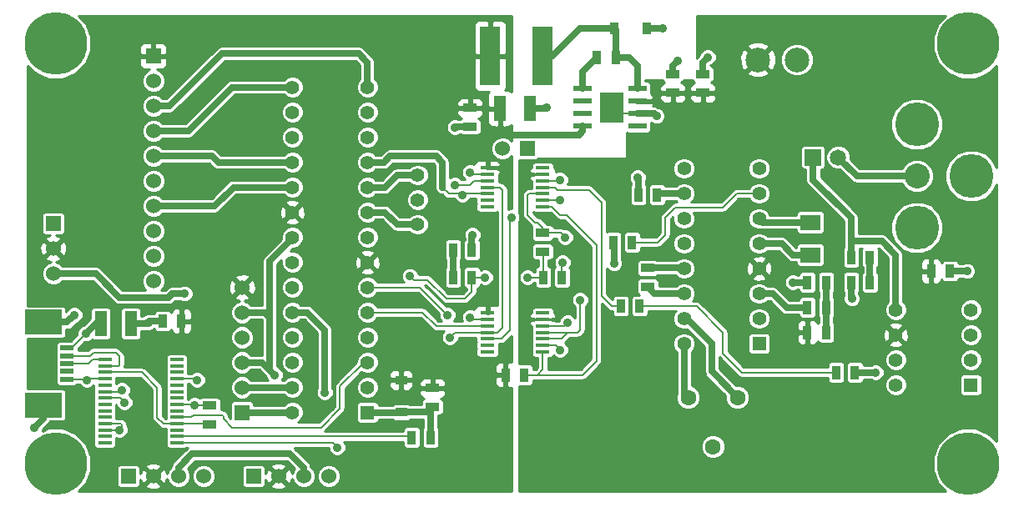
<source format=gtl>
G04 (created by PCBNEW-RS274X (2011-05-25)-stable) date Fri 01 Mar 2013 09:55:38 PM EST*
G01*
G70*
G90*
%MOIN*%
G04 Gerber Fmt 3.4, Leading zero omitted, Abs format*
%FSLAX34Y34*%
G04 APERTURE LIST*
%ADD10C,0.006000*%
%ADD11R,0.080000X0.060000*%
%ADD12R,0.055000X0.035000*%
%ADD13R,0.035000X0.055000*%
%ADD14C,0.055000*%
%ADD15R,0.060000X0.060000*%
%ADD16C,0.060000*%
%ADD17R,0.055000X0.055000*%
%ADD18R,0.065000X0.065000*%
%ADD19C,0.065000*%
%ADD20C,0.175000*%
%ADD21C,0.100000*%
%ADD22R,0.057900X0.016500*%
%ADD23C,0.063000*%
%ADD24R,0.149600X0.098400*%
%ADD25R,0.055100X0.019700*%
%ADD26C,0.098400*%
%ADD27R,0.055000X0.013700*%
%ADD28C,0.250000*%
%ADD29R,0.078700X0.236200*%
%ADD30R,0.075000X0.024000*%
%ADD31R,0.095000X0.122000*%
%ADD32C,0.027000*%
%ADD33R,0.048000X0.035800*%
%ADD34R,0.035800X0.048000*%
%ADD35R,0.050000X0.100000*%
%ADD36C,0.035000*%
%ADD37C,0.025000*%
%ADD38C,0.008000*%
%ADD39C,0.010000*%
G04 APERTURE END LIST*
G54D10*
G54D11*
X71900Y-41800D03*
X71900Y-40500D03*
G54D12*
X56800Y-47125D03*
X56800Y-47875D03*
X61200Y-40925D03*
X61200Y-41675D03*
G54D13*
X58375Y-42700D03*
X57625Y-42700D03*
X57625Y-41600D03*
X58375Y-41600D03*
X59725Y-46600D03*
X60475Y-46600D03*
G54D12*
X65400Y-42325D03*
X65400Y-43075D03*
G54D13*
X71775Y-42900D03*
X72525Y-42900D03*
X72525Y-44900D03*
X71775Y-44900D03*
X72525Y-43900D03*
X71775Y-43900D03*
X65075Y-43850D03*
X64325Y-43850D03*
X74275Y-42900D03*
X73525Y-42900D03*
X64775Y-41300D03*
X64025Y-41300D03*
X61225Y-42700D03*
X61975Y-42700D03*
X46775Y-44450D03*
X46025Y-44450D03*
G54D12*
X58300Y-35925D03*
X58300Y-36675D03*
G54D13*
X55975Y-49100D03*
X56725Y-49100D03*
X65775Y-39400D03*
X65025Y-39400D03*
X76725Y-42450D03*
X77475Y-42450D03*
X72925Y-46500D03*
X73675Y-46500D03*
X73525Y-41900D03*
X74275Y-41900D03*
G54D14*
X56200Y-38616D03*
X56200Y-40584D03*
X56200Y-39600D03*
G54D15*
X44650Y-50650D03*
G54D16*
X45650Y-50650D03*
X46650Y-50650D03*
X47650Y-50650D03*
G54D15*
X49650Y-50650D03*
G54D16*
X50650Y-50650D03*
X51650Y-50650D03*
X52650Y-50650D03*
G54D15*
X41650Y-40550D03*
G54D16*
X41650Y-41550D03*
X41650Y-42550D03*
G54D15*
X60600Y-37550D03*
G54D16*
X59600Y-37550D03*
G54D15*
X49200Y-48100D03*
G54D16*
X49200Y-47100D03*
X49200Y-46100D03*
X49200Y-45100D03*
X49200Y-44100D03*
X49200Y-43100D03*
G54D17*
X78300Y-47000D03*
G54D14*
X78300Y-46000D03*
X78300Y-45000D03*
X78300Y-44000D03*
X75300Y-44000D03*
X75300Y-45000D03*
X75300Y-46000D03*
X75300Y-47000D03*
X54200Y-47100D03*
X54200Y-46100D03*
X54200Y-45100D03*
X54200Y-44100D03*
X54200Y-43100D03*
X54200Y-42100D03*
X54200Y-41100D03*
X54200Y-40100D03*
X54200Y-39100D03*
X54200Y-38100D03*
X54200Y-37100D03*
X54200Y-36100D03*
X54200Y-35100D03*
G54D17*
X54200Y-48100D03*
G54D14*
X51200Y-35100D03*
X51200Y-36100D03*
X51200Y-37100D03*
X51200Y-38100D03*
X51200Y-39100D03*
X51200Y-40100D03*
X51200Y-41100D03*
X51200Y-42100D03*
X51200Y-43100D03*
X51200Y-44100D03*
X51200Y-45100D03*
X51200Y-46100D03*
X51200Y-47100D03*
X51200Y-48100D03*
G54D17*
X69850Y-45350D03*
G54D14*
X69850Y-44350D03*
X69850Y-43350D03*
X69850Y-42350D03*
X69850Y-41350D03*
X69850Y-40350D03*
X69850Y-39350D03*
X69850Y-38350D03*
X66850Y-38350D03*
X66850Y-39350D03*
X66850Y-40350D03*
X66850Y-41350D03*
X66850Y-42350D03*
X66850Y-43350D03*
X66850Y-44350D03*
X66850Y-45350D03*
G54D18*
X72000Y-37900D03*
G54D19*
X73000Y-37900D03*
G54D20*
X78320Y-38650D03*
X76150Y-36585D03*
X76150Y-40715D03*
G54D21*
X76150Y-38650D03*
G54D22*
X61202Y-39100D03*
X61202Y-38844D03*
X61202Y-38588D03*
X61202Y-38332D03*
X58998Y-38332D03*
X61202Y-39868D03*
X61202Y-39612D03*
X61202Y-39356D03*
X58998Y-38588D03*
X58998Y-38844D03*
X58998Y-39100D03*
X58998Y-39356D03*
X58998Y-39612D03*
X58998Y-39868D03*
X61202Y-44900D03*
X61202Y-44644D03*
X61202Y-44388D03*
X61202Y-44132D03*
X58998Y-44132D03*
X61202Y-45668D03*
X61202Y-45412D03*
X61202Y-45156D03*
X58998Y-44388D03*
X58998Y-44644D03*
X58998Y-44900D03*
X58998Y-45156D03*
X58998Y-45412D03*
X58998Y-45668D03*
G54D23*
X68984Y-47500D03*
X67016Y-47500D03*
X68000Y-49469D03*
G54D16*
X45650Y-42850D03*
X45650Y-41850D03*
X45650Y-38850D03*
X45650Y-37850D03*
G54D15*
X45650Y-33850D03*
G54D16*
X45650Y-34850D03*
X45650Y-35850D03*
X45650Y-36850D03*
X45650Y-39850D03*
X45650Y-40850D03*
G54D12*
X47900Y-48575D03*
X47900Y-47825D03*
X67600Y-35325D03*
X67600Y-34575D03*
G54D13*
X64125Y-33900D03*
X63375Y-33900D03*
G54D24*
X41257Y-47804D03*
X41257Y-44496D03*
G54D25*
X42202Y-46780D03*
X42202Y-46465D03*
X42202Y-45520D03*
X42202Y-45835D03*
X42202Y-46150D03*
G54D26*
X69800Y-34000D03*
X71360Y-34000D03*
G54D27*
X46589Y-49313D03*
X46589Y-49057D03*
X46589Y-48801D03*
X46589Y-48545D03*
X46589Y-48289D03*
X46589Y-48033D03*
X46589Y-47777D03*
X46589Y-47523D03*
X46589Y-47267D03*
X46589Y-47011D03*
X46589Y-46755D03*
X46589Y-46499D03*
X46589Y-46243D03*
X46589Y-45987D03*
X43711Y-45987D03*
X43711Y-46243D03*
X43711Y-46499D03*
X43711Y-46755D03*
X43711Y-47011D03*
X43711Y-47267D03*
X43711Y-47523D03*
X43711Y-47777D03*
X43711Y-48033D03*
X43711Y-48289D03*
X43711Y-48545D03*
X43711Y-48801D03*
X43711Y-49057D03*
X43711Y-49313D03*
G54D28*
X41750Y-33350D03*
X78200Y-33350D03*
X41750Y-50150D03*
X78200Y-50150D03*
G54D29*
X61194Y-33850D03*
X59106Y-33850D03*
G54D30*
X62800Y-35150D03*
X62800Y-35650D03*
X62800Y-36150D03*
X62800Y-36650D03*
X64990Y-36650D03*
X64990Y-36150D03*
X64990Y-35650D03*
X64990Y-35150D03*
G54D31*
X63950Y-35900D03*
G54D32*
X64150Y-35450D03*
X63650Y-35450D03*
X63850Y-35750D03*
X64150Y-36100D03*
X63650Y-36100D03*
X63900Y-36350D03*
G54D33*
X55550Y-48094D03*
X55550Y-46806D03*
G54D34*
X65344Y-32750D03*
X64056Y-32750D03*
G54D35*
X43550Y-44550D03*
X44750Y-44550D03*
G54D12*
X66400Y-35325D03*
X66400Y-34575D03*
G54D35*
X59500Y-35950D03*
X60700Y-35950D03*
G54D36*
X74500Y-46500D03*
X50500Y-46600D03*
X57700Y-39000D03*
X59950Y-40300D03*
X58000Y-39400D03*
X46900Y-43350D03*
X53000Y-49500D03*
X55900Y-42650D03*
X60600Y-42700D03*
X58900Y-42700D03*
X52500Y-47300D03*
X42950Y-44950D03*
X44400Y-47200D03*
X62100Y-41100D03*
X57500Y-45100D03*
X57400Y-44200D03*
X62700Y-43600D03*
X64050Y-42150D03*
X58400Y-41000D03*
X40900Y-48700D03*
X42500Y-44200D03*
X45450Y-44500D03*
X57700Y-36700D03*
X47300Y-47800D03*
X44500Y-47700D03*
X58300Y-38500D03*
X43000Y-46800D03*
X58300Y-44300D03*
X47400Y-46800D03*
X44299Y-48801D03*
X78150Y-42450D03*
X65000Y-38700D03*
X67800Y-33900D03*
X61350Y-35900D03*
X73550Y-43550D03*
X71200Y-42900D03*
X66600Y-34050D03*
X66000Y-32750D03*
X65750Y-36250D03*
X61900Y-45600D03*
X61900Y-39600D03*
X62200Y-44500D03*
X61900Y-38800D03*
X62000Y-42100D03*
G54D37*
X62650Y-37000D02*
X59800Y-37000D01*
X62800Y-36850D02*
X62650Y-37000D01*
X62800Y-36650D02*
X62800Y-36850D01*
X75300Y-44000D02*
X75300Y-41800D01*
X75300Y-41800D02*
X74750Y-41250D01*
X74750Y-41250D02*
X73525Y-41250D01*
X73525Y-41900D02*
X73525Y-41250D01*
X73525Y-41250D02*
X73525Y-40325D01*
X73525Y-40325D02*
X72000Y-38800D01*
X72000Y-38800D02*
X72000Y-37900D01*
G54D38*
X73700Y-41200D02*
X73525Y-41375D01*
X75300Y-41800D02*
X74700Y-41200D01*
X74700Y-41200D02*
X73700Y-41200D01*
X73525Y-41375D02*
X73525Y-41900D01*
X72100Y-38900D02*
X72100Y-38000D01*
X72100Y-38000D02*
X72000Y-37900D01*
X73525Y-40325D02*
X72100Y-38900D01*
G54D37*
X74275Y-41900D02*
X74275Y-42900D01*
X76150Y-38650D02*
X73750Y-38650D01*
X73750Y-38650D02*
X73000Y-37900D01*
X74500Y-46500D02*
X73675Y-46500D01*
X51200Y-47100D02*
X49200Y-47100D01*
X49200Y-48100D02*
X51200Y-48100D01*
X46650Y-50650D02*
X46650Y-50300D01*
X51650Y-50300D02*
X51650Y-50650D01*
X51100Y-49750D02*
X51650Y-50300D01*
X47200Y-49750D02*
X51100Y-49750D01*
X46650Y-50300D02*
X47200Y-49750D01*
X49200Y-46100D02*
X50000Y-46100D01*
X50000Y-46100D02*
X50300Y-46400D01*
X50300Y-46400D02*
X50500Y-46600D01*
X49200Y-44100D02*
X50100Y-44100D01*
X50100Y-44100D02*
X50300Y-44300D01*
X51200Y-41100D02*
X51200Y-41150D01*
X51200Y-41150D02*
X50300Y-42050D01*
X50300Y-42050D02*
X50300Y-44300D01*
X50300Y-44300D02*
X50300Y-46400D01*
G54D38*
X58998Y-38844D02*
X58456Y-38844D01*
X58456Y-38844D02*
X58300Y-39000D01*
X58300Y-39000D02*
X57700Y-39000D01*
G54D37*
X57200Y-38100D02*
X57200Y-39100D01*
X54200Y-38100D02*
X54850Y-38100D01*
X56950Y-37850D02*
X57200Y-38100D01*
X55100Y-37850D02*
X56950Y-37850D01*
X54850Y-38100D02*
X55100Y-37850D01*
G54D38*
X59544Y-45156D02*
X58998Y-45156D01*
X58998Y-39356D02*
X57456Y-39356D01*
X58044Y-39356D02*
X58000Y-39400D01*
X59900Y-40300D02*
X59950Y-40300D01*
X58998Y-39356D02*
X58044Y-39356D01*
X59544Y-45156D02*
X59900Y-44800D01*
X59900Y-44800D02*
X59900Y-40300D01*
X57456Y-39356D02*
X57200Y-39100D01*
G54D37*
X46900Y-43350D02*
X46400Y-43350D01*
X44300Y-43500D02*
X43350Y-42550D01*
X46250Y-43500D02*
X44300Y-43500D01*
X46400Y-43350D02*
X46250Y-43500D01*
X43350Y-42550D02*
X41650Y-42550D01*
X45650Y-36850D02*
X47050Y-36850D01*
X48800Y-35100D02*
X51200Y-35100D01*
X47050Y-36850D02*
X48800Y-35100D01*
X45650Y-35850D02*
X46300Y-35850D01*
X54200Y-34100D02*
X54200Y-35100D01*
X53850Y-33750D02*
X54200Y-34100D01*
X48400Y-33750D02*
X53850Y-33750D01*
X46300Y-35850D02*
X48400Y-33750D01*
X51200Y-38100D02*
X48250Y-38100D01*
X48000Y-37850D02*
X45650Y-37850D01*
X48250Y-38100D02*
X48000Y-37850D01*
X56200Y-40584D02*
X55384Y-40584D01*
X55384Y-40584D02*
X54900Y-40100D01*
X54900Y-40100D02*
X54200Y-40100D01*
X54200Y-39100D02*
X54900Y-39100D01*
X54900Y-39100D02*
X55384Y-38616D01*
X55384Y-38616D02*
X56200Y-38616D01*
X56725Y-49100D02*
X56725Y-47950D01*
X56725Y-47950D02*
X56800Y-47875D01*
X55550Y-48094D02*
X56581Y-48094D01*
X56581Y-48094D02*
X56800Y-47875D01*
X54200Y-48100D02*
X55544Y-48100D01*
X55544Y-48100D02*
X55550Y-48094D01*
G54D38*
X46589Y-49313D02*
X52813Y-49313D01*
X52813Y-49313D02*
X53000Y-49500D01*
G54D37*
X51200Y-39100D02*
X48850Y-39100D01*
X48100Y-39850D02*
X45650Y-39850D01*
X48850Y-39100D02*
X48100Y-39850D01*
G54D38*
X58375Y-43275D02*
X58375Y-42700D01*
X58100Y-43550D02*
X58375Y-43275D01*
X57350Y-43550D02*
X58100Y-43550D01*
X56600Y-42800D02*
X57350Y-43550D01*
X56050Y-42800D02*
X56600Y-42800D01*
X55900Y-42650D02*
X56050Y-42800D01*
X61225Y-42700D02*
X60600Y-42700D01*
X58900Y-42700D02*
X58375Y-42700D01*
X61225Y-41700D02*
X61200Y-41675D01*
X61225Y-42700D02*
X61225Y-41700D01*
G54D37*
X52500Y-47300D02*
X52500Y-44800D01*
X51800Y-44100D02*
X51200Y-44100D01*
X52500Y-44800D02*
X51800Y-44100D01*
G54D38*
X43711Y-46243D02*
X44257Y-46243D01*
X43115Y-45835D02*
X42202Y-45835D01*
X43250Y-45700D02*
X43115Y-45835D01*
X44150Y-45700D02*
X43250Y-45700D01*
X44300Y-45850D02*
X44150Y-45700D01*
X44300Y-46200D02*
X44300Y-45850D01*
X44257Y-46243D02*
X44300Y-46200D01*
X42202Y-46150D02*
X43058Y-46150D01*
X43221Y-45987D02*
X43711Y-45987D01*
X43058Y-46150D02*
X43221Y-45987D01*
X48400Y-48200D02*
X47250Y-48200D01*
X48450Y-48350D02*
X48450Y-48250D01*
X47250Y-48200D02*
X47161Y-48289D01*
X54050Y-46100D02*
X53100Y-47050D01*
X53100Y-47950D02*
X52350Y-48700D01*
X54200Y-46100D02*
X54050Y-46100D01*
X48800Y-48700D02*
X48450Y-48350D01*
X52350Y-48700D02*
X48800Y-48700D01*
X48450Y-48250D02*
X48400Y-48200D01*
X47161Y-48289D02*
X46589Y-48289D01*
X53100Y-47050D02*
X53100Y-47950D01*
X46045Y-48545D02*
X45800Y-48300D01*
X46589Y-48545D02*
X46045Y-48545D01*
X47870Y-48545D02*
X47900Y-48575D01*
X46589Y-48545D02*
X47870Y-48545D01*
X45800Y-48300D02*
X45800Y-47100D01*
X45199Y-46499D02*
X43711Y-46499D01*
X45800Y-47100D02*
X45199Y-46499D01*
G54D37*
X43550Y-44550D02*
X43350Y-44550D01*
X43350Y-44550D02*
X42950Y-44950D01*
G54D38*
X43350Y-44550D02*
X42950Y-44950D01*
X42202Y-45520D02*
X42380Y-45520D01*
X42380Y-45520D02*
X42950Y-44950D01*
X43711Y-47267D02*
X44333Y-47267D01*
X44333Y-47267D02*
X44400Y-47200D01*
X46589Y-49057D02*
X55932Y-49057D01*
X55932Y-49057D02*
X55975Y-49100D01*
X63550Y-43450D02*
X63950Y-43850D01*
X61700Y-39100D02*
X61202Y-39100D01*
X63050Y-39200D02*
X63550Y-39700D01*
X63550Y-39700D02*
X63550Y-43450D01*
X61700Y-39100D02*
X61800Y-39200D01*
X63050Y-39200D02*
X61800Y-39200D01*
X64325Y-43850D02*
X63950Y-43850D01*
X60644Y-39356D02*
X60600Y-39400D01*
X60600Y-40200D02*
X60900Y-40500D01*
X60600Y-39400D02*
X60600Y-40200D01*
X61200Y-40700D02*
X61200Y-40925D01*
X61200Y-40925D02*
X61925Y-40925D01*
X61202Y-39356D02*
X60644Y-39356D01*
X61000Y-40500D02*
X61200Y-40700D01*
X60900Y-40500D02*
X61000Y-40500D01*
X61925Y-40925D02*
X62100Y-41100D01*
X56400Y-44100D02*
X54200Y-44100D01*
X56944Y-44644D02*
X56400Y-44100D01*
X58998Y-44644D02*
X56944Y-44644D01*
X58998Y-44900D02*
X59400Y-44900D01*
X57500Y-45100D02*
X57700Y-44900D01*
X57700Y-44900D02*
X58998Y-44900D01*
X59400Y-44900D02*
X59600Y-44700D01*
X59600Y-44700D02*
X59600Y-39200D01*
X58998Y-39100D02*
X59500Y-39100D01*
X59600Y-39200D02*
X59500Y-39100D01*
X56300Y-43100D02*
X57400Y-44200D01*
X54200Y-43100D02*
X56300Y-43100D01*
G54D37*
X64050Y-42150D02*
X64050Y-41325D01*
X64050Y-41325D02*
X64025Y-41300D01*
G54D38*
X61202Y-44900D02*
X62200Y-44900D01*
X62700Y-44800D02*
X62700Y-43600D01*
X62600Y-44900D02*
X62700Y-44800D01*
X61202Y-44900D02*
X62600Y-44900D01*
X61202Y-45156D02*
X61944Y-45156D01*
X61944Y-45156D02*
X62200Y-44900D01*
G54D37*
X62800Y-35150D02*
X62800Y-34475D01*
X62800Y-34475D02*
X63375Y-33900D01*
X64990Y-35150D02*
X64990Y-34240D01*
X64990Y-34240D02*
X64650Y-33900D01*
X64650Y-33900D02*
X64125Y-33900D01*
G54D38*
X64125Y-33900D02*
X64125Y-32775D01*
G54D37*
X61194Y-33850D02*
X61600Y-33850D01*
X62700Y-32750D02*
X64056Y-32750D01*
G54D38*
X64056Y-32750D02*
X64100Y-32750D01*
X64125Y-32775D02*
X64100Y-32750D01*
G54D37*
X64125Y-32819D02*
X64056Y-32750D01*
X64125Y-33900D02*
X64125Y-32819D01*
X61600Y-33850D02*
X62700Y-32750D01*
X66850Y-39350D02*
X65825Y-39350D01*
X65825Y-39350D02*
X65775Y-39400D01*
X71775Y-43900D02*
X70950Y-43900D01*
X70400Y-43350D02*
X69850Y-43350D01*
X70950Y-43900D02*
X70400Y-43350D01*
X72525Y-42900D02*
X72525Y-43900D01*
X72525Y-44900D02*
X72525Y-43900D01*
X66850Y-44350D02*
X66950Y-44350D01*
X67950Y-46466D02*
X68984Y-47500D01*
X67950Y-45350D02*
X67950Y-46466D01*
X66950Y-44350D02*
X67950Y-45350D01*
X66850Y-45350D02*
X66850Y-47334D01*
X66850Y-47334D02*
X67016Y-47500D01*
X71900Y-41800D02*
X71200Y-41800D01*
X71200Y-41800D02*
X70750Y-41350D01*
X70750Y-41350D02*
X69850Y-41350D01*
X71900Y-40500D02*
X70000Y-40500D01*
X70000Y-40500D02*
X69850Y-40350D01*
G54D38*
X65800Y-41300D02*
X66100Y-41000D01*
X68950Y-39350D02*
X69850Y-39350D01*
X66500Y-39900D02*
X68400Y-39900D01*
X64775Y-41300D02*
X65800Y-41300D01*
X66100Y-40300D02*
X66500Y-39900D01*
X66100Y-41000D02*
X66100Y-40300D01*
X68400Y-39900D02*
X68950Y-39350D01*
G54D37*
X65400Y-42325D02*
X66825Y-42325D01*
X66825Y-42325D02*
X66850Y-42350D01*
X66850Y-43350D02*
X65675Y-43350D01*
X65675Y-43350D02*
X65400Y-43075D01*
G54D38*
X65675Y-43350D02*
X65400Y-43075D01*
G54D37*
X58375Y-41600D02*
X58375Y-41025D01*
X58375Y-41025D02*
X58400Y-41000D01*
G54D38*
X58375Y-41025D02*
X58400Y-41000D01*
G54D37*
X41257Y-47804D02*
X41257Y-48343D01*
G54D38*
X41357Y-48243D02*
X40900Y-48700D01*
X41257Y-47804D02*
X41357Y-48243D01*
G54D37*
X41257Y-48343D02*
X40900Y-48700D01*
X41257Y-44496D02*
X42204Y-44496D01*
X42204Y-44496D02*
X42500Y-44200D01*
G54D38*
X42204Y-44496D02*
X42500Y-44200D01*
G54D37*
X44750Y-44550D02*
X45400Y-44550D01*
X45400Y-44550D02*
X45450Y-44500D01*
G54D38*
X45400Y-44550D02*
X45450Y-44500D01*
G54D37*
X46025Y-44450D02*
X45500Y-44450D01*
X45500Y-44450D02*
X45450Y-44500D01*
G54D38*
X45500Y-44450D02*
X45450Y-44500D01*
G54D37*
X58300Y-36675D02*
X57725Y-36675D01*
X57725Y-36675D02*
X57700Y-36700D01*
G54D38*
X47277Y-47777D02*
X47300Y-47800D01*
X43711Y-48545D02*
X44345Y-48545D01*
X58998Y-44388D02*
X58388Y-44388D01*
X44400Y-48700D02*
X44299Y-48801D01*
X44400Y-48600D02*
X44400Y-48700D01*
X43711Y-47523D02*
X44323Y-47523D01*
X58998Y-38588D02*
X58388Y-38588D01*
X47277Y-47777D02*
X46589Y-47777D01*
X43045Y-46755D02*
X43711Y-46755D01*
X44345Y-48545D02*
X44400Y-48600D01*
X44323Y-47523D02*
X44500Y-47700D01*
X47355Y-46755D02*
X47400Y-46800D01*
X42980Y-46780D02*
X43000Y-46800D01*
X43711Y-48801D02*
X44299Y-48801D01*
X58388Y-44388D02*
X58300Y-44300D01*
X58388Y-38588D02*
X58300Y-38500D01*
X43045Y-46755D02*
X43000Y-46800D01*
X42202Y-46780D02*
X42980Y-46780D01*
X46589Y-46755D02*
X47355Y-46755D01*
X47325Y-47825D02*
X47300Y-47800D01*
X47900Y-47825D02*
X47325Y-47825D01*
G54D37*
X77475Y-42450D02*
X78150Y-42450D01*
G54D38*
X77475Y-42450D02*
X78150Y-42450D01*
G54D37*
X65025Y-39400D02*
X65025Y-38725D01*
X65025Y-38725D02*
X65000Y-38700D01*
G54D38*
X65025Y-38725D02*
X65000Y-38700D01*
G54D37*
X67600Y-34575D02*
X67600Y-34100D01*
X67600Y-34100D02*
X67800Y-33900D01*
X60700Y-35950D02*
X61300Y-35950D01*
X61300Y-35950D02*
X61350Y-35900D01*
X73525Y-42900D02*
X73525Y-43525D01*
X73525Y-43525D02*
X73550Y-43550D01*
X71775Y-42900D02*
X71200Y-42900D01*
X66400Y-34575D02*
X66400Y-34250D01*
X66400Y-34250D02*
X66600Y-34050D01*
X65344Y-32750D02*
X66000Y-32750D01*
X64990Y-36150D02*
X65650Y-36150D01*
X65650Y-36150D02*
X65750Y-36250D01*
G54D38*
X61888Y-39612D02*
X61900Y-39600D01*
X61202Y-38844D02*
X61856Y-38844D01*
X61975Y-42125D02*
X62000Y-42100D01*
X61975Y-42700D02*
X61975Y-42125D01*
X61202Y-39612D02*
X61888Y-39612D01*
X64990Y-36150D02*
X64200Y-36150D01*
X64200Y-36150D02*
X63950Y-35900D01*
X61856Y-38844D02*
X61900Y-38800D01*
X61202Y-45412D02*
X61712Y-45412D01*
X61712Y-45412D02*
X61900Y-45600D01*
X61202Y-44644D02*
X62056Y-44644D01*
X62056Y-44644D02*
X62200Y-44500D01*
G54D37*
X57625Y-41600D02*
X57625Y-42700D01*
G54D38*
X69150Y-46500D02*
X68400Y-45750D01*
X65075Y-43850D02*
X67350Y-43850D01*
X67350Y-43850D02*
X68400Y-44900D01*
X69150Y-46500D02*
X72925Y-46500D01*
X68400Y-45750D02*
X68400Y-44900D01*
X62150Y-40200D02*
X63350Y-41400D01*
X61000Y-46600D02*
X61202Y-46398D01*
X62150Y-40200D02*
X61900Y-40200D01*
X61900Y-40200D02*
X61568Y-39868D01*
X61202Y-46398D02*
X61202Y-45668D01*
X61568Y-39868D02*
X61202Y-39868D01*
X60475Y-46600D02*
X62800Y-46600D01*
X60475Y-46600D02*
X61000Y-46600D01*
X63350Y-41400D02*
X63350Y-46050D01*
X63350Y-46050D02*
X62800Y-46600D01*
G54D10*
G36*
X59950Y-51243D02*
X59675Y-51243D01*
X59675Y-47063D01*
X59675Y-46650D01*
X59675Y-46550D01*
X59675Y-46137D01*
X59613Y-46075D01*
X59501Y-46076D01*
X59409Y-46114D01*
X59339Y-46184D01*
X59301Y-46275D01*
X59301Y-46374D01*
X59300Y-46488D01*
X59362Y-46550D01*
X59675Y-46550D01*
X59675Y-46650D01*
X59362Y-46650D01*
X59300Y-46712D01*
X59301Y-46826D01*
X59301Y-46925D01*
X59339Y-47016D01*
X59409Y-47086D01*
X59501Y-47124D01*
X59613Y-47125D01*
X59675Y-47063D01*
X59675Y-51243D01*
X57325Y-51243D01*
X57325Y-47237D01*
X57325Y-47013D01*
X57324Y-46901D01*
X57286Y-46809D01*
X57216Y-46739D01*
X57125Y-46701D01*
X57026Y-46701D01*
X56912Y-46700D01*
X56850Y-46762D01*
X56850Y-47075D01*
X57263Y-47075D01*
X57325Y-47013D01*
X57325Y-47237D01*
X57263Y-47175D01*
X56900Y-47175D01*
X56850Y-47175D01*
X56750Y-47175D01*
X56750Y-47075D01*
X56750Y-46762D01*
X56688Y-46700D01*
X56574Y-46701D01*
X56475Y-46701D01*
X56384Y-46739D01*
X56314Y-46809D01*
X56276Y-46901D01*
X56275Y-47013D01*
X56337Y-47075D01*
X56750Y-47075D01*
X56750Y-47175D01*
X56700Y-47175D01*
X56337Y-47175D01*
X56275Y-47237D01*
X56276Y-47349D01*
X56314Y-47441D01*
X56384Y-47511D01*
X56460Y-47542D01*
X56429Y-47556D01*
X56381Y-47604D01*
X56355Y-47666D01*
X56355Y-47734D01*
X56355Y-47799D01*
X56040Y-47799D01*
X56040Y-46918D01*
X56040Y-46694D01*
X56039Y-46578D01*
X56001Y-46486D01*
X55931Y-46416D01*
X55840Y-46378D01*
X55741Y-46378D01*
X55662Y-46377D01*
X55600Y-46439D01*
X55600Y-46756D01*
X55978Y-46756D01*
X56040Y-46694D01*
X56040Y-46918D01*
X55978Y-46856D01*
X55600Y-46856D01*
X55600Y-47173D01*
X55662Y-47235D01*
X55741Y-47234D01*
X55840Y-47234D01*
X55931Y-47196D01*
X56001Y-47126D01*
X56039Y-47034D01*
X56040Y-46918D01*
X56040Y-47799D01*
X55914Y-47799D01*
X55886Y-47771D01*
X55824Y-47745D01*
X55756Y-47745D01*
X55500Y-47745D01*
X55500Y-47173D01*
X55500Y-46856D01*
X55500Y-46756D01*
X55500Y-46439D01*
X55438Y-46377D01*
X55359Y-46378D01*
X55260Y-46378D01*
X55169Y-46416D01*
X55099Y-46486D01*
X55061Y-46578D01*
X55060Y-46694D01*
X55122Y-46756D01*
X55500Y-46756D01*
X55500Y-46856D01*
X55122Y-46856D01*
X55060Y-46918D01*
X55061Y-47034D01*
X55099Y-47126D01*
X55169Y-47196D01*
X55260Y-47234D01*
X55359Y-47234D01*
X55438Y-47235D01*
X55500Y-47173D01*
X55500Y-47745D01*
X55276Y-47745D01*
X55214Y-47771D01*
X55180Y-47805D01*
X54645Y-47805D01*
X54645Y-47791D01*
X54644Y-47788D01*
X54644Y-47189D01*
X54644Y-47012D01*
X54577Y-46849D01*
X54452Y-46724D01*
X54289Y-46656D01*
X54112Y-46656D01*
X53949Y-46723D01*
X53824Y-46848D01*
X53756Y-47011D01*
X53756Y-47188D01*
X53823Y-47351D01*
X53948Y-47476D01*
X54111Y-47544D01*
X54288Y-47544D01*
X54451Y-47477D01*
X54576Y-47352D01*
X54644Y-47189D01*
X54644Y-47788D01*
X54619Y-47729D01*
X54571Y-47681D01*
X54509Y-47655D01*
X54441Y-47655D01*
X53891Y-47655D01*
X53829Y-47681D01*
X53781Y-47729D01*
X53755Y-47791D01*
X53755Y-47859D01*
X53755Y-48409D01*
X53781Y-48471D01*
X53829Y-48519D01*
X53891Y-48545D01*
X53959Y-48545D01*
X54509Y-48545D01*
X54571Y-48519D01*
X54619Y-48471D01*
X54645Y-48409D01*
X54645Y-48395D01*
X55192Y-48395D01*
X55214Y-48417D01*
X55276Y-48443D01*
X55344Y-48443D01*
X55824Y-48443D01*
X55886Y-48417D01*
X55914Y-48389D01*
X56430Y-48389D01*
X56430Y-48705D01*
X56406Y-48729D01*
X56380Y-48791D01*
X56380Y-48859D01*
X56380Y-49409D01*
X56406Y-49471D01*
X56454Y-49519D01*
X56516Y-49545D01*
X56584Y-49545D01*
X56934Y-49545D01*
X56996Y-49519D01*
X57044Y-49471D01*
X57070Y-49409D01*
X57070Y-49341D01*
X57070Y-48791D01*
X57044Y-48729D01*
X57020Y-48705D01*
X57020Y-48220D01*
X57109Y-48220D01*
X57171Y-48194D01*
X57219Y-48146D01*
X57245Y-48084D01*
X57245Y-48016D01*
X57245Y-47666D01*
X57219Y-47604D01*
X57171Y-47556D01*
X57139Y-47542D01*
X57216Y-47511D01*
X57286Y-47441D01*
X57324Y-47349D01*
X57325Y-47237D01*
X57325Y-51243D01*
X56320Y-51243D01*
X56320Y-49409D01*
X56320Y-49341D01*
X56320Y-48791D01*
X56294Y-48729D01*
X56246Y-48681D01*
X56184Y-48655D01*
X56116Y-48655D01*
X55766Y-48655D01*
X55704Y-48681D01*
X55656Y-48729D01*
X55630Y-48791D01*
X55630Y-48847D01*
X52499Y-48847D01*
X53248Y-48099D01*
X53248Y-48098D01*
X53278Y-48053D01*
X53293Y-48031D01*
X53294Y-48030D01*
X53309Y-47950D01*
X53310Y-47950D01*
X53310Y-47136D01*
X53964Y-46482D01*
X54111Y-46544D01*
X54288Y-46544D01*
X54451Y-46477D01*
X54576Y-46352D01*
X54644Y-46189D01*
X54644Y-46012D01*
X54644Y-45189D01*
X54644Y-45012D01*
X54577Y-44849D01*
X54452Y-44724D01*
X54289Y-44656D01*
X54112Y-44656D01*
X53949Y-44723D01*
X53824Y-44848D01*
X53756Y-45011D01*
X53756Y-45188D01*
X53823Y-45351D01*
X53948Y-45476D01*
X54111Y-45544D01*
X54288Y-45544D01*
X54451Y-45477D01*
X54576Y-45352D01*
X54644Y-45189D01*
X54644Y-46012D01*
X54577Y-45849D01*
X54452Y-45724D01*
X54289Y-45656D01*
X54112Y-45656D01*
X53949Y-45723D01*
X53824Y-45848D01*
X53756Y-46011D01*
X53756Y-46097D01*
X52952Y-46902D01*
X52906Y-46969D01*
X52903Y-46982D01*
X52890Y-47050D01*
X52890Y-47863D01*
X52844Y-47909D01*
X52844Y-47369D01*
X52844Y-47232D01*
X52795Y-47113D01*
X52795Y-44800D01*
X52794Y-44799D01*
X52795Y-44799D01*
X52790Y-44777D01*
X52773Y-44687D01*
X52772Y-44686D01*
X52709Y-44591D01*
X52706Y-44589D01*
X52009Y-43891D01*
X51913Y-43827D01*
X51800Y-43804D01*
X51795Y-43805D01*
X51719Y-43805D01*
X51719Y-40174D01*
X51708Y-39970D01*
X51652Y-39833D01*
X51644Y-39830D01*
X51644Y-39189D01*
X51644Y-39012D01*
X51644Y-38189D01*
X51644Y-38012D01*
X51644Y-37189D01*
X51644Y-37012D01*
X51644Y-36189D01*
X51644Y-36012D01*
X51644Y-35189D01*
X51644Y-35012D01*
X51577Y-34849D01*
X51452Y-34724D01*
X51289Y-34656D01*
X51112Y-34656D01*
X50949Y-34723D01*
X50867Y-34805D01*
X48800Y-34805D01*
X48799Y-34805D01*
X48777Y-34809D01*
X48687Y-34827D01*
X48591Y-34891D01*
X48589Y-34893D01*
X46927Y-36555D01*
X46020Y-36555D01*
X45917Y-36452D01*
X45744Y-36380D01*
X45557Y-36380D01*
X45384Y-36451D01*
X45252Y-36583D01*
X45180Y-36756D01*
X45180Y-36943D01*
X45251Y-37116D01*
X45383Y-37248D01*
X45556Y-37320D01*
X45743Y-37320D01*
X45916Y-37249D01*
X46020Y-37145D01*
X47045Y-37145D01*
X47050Y-37146D01*
X47050Y-37145D01*
X47163Y-37123D01*
X47259Y-37059D01*
X48922Y-35395D01*
X50867Y-35395D01*
X50948Y-35476D01*
X51111Y-35544D01*
X51288Y-35544D01*
X51451Y-35477D01*
X51576Y-35352D01*
X51644Y-35189D01*
X51644Y-36012D01*
X51577Y-35849D01*
X51452Y-35724D01*
X51289Y-35656D01*
X51112Y-35656D01*
X50949Y-35723D01*
X50824Y-35848D01*
X50756Y-36011D01*
X50756Y-36188D01*
X50823Y-36351D01*
X50948Y-36476D01*
X51111Y-36544D01*
X51288Y-36544D01*
X51451Y-36477D01*
X51576Y-36352D01*
X51644Y-36189D01*
X51644Y-37012D01*
X51577Y-36849D01*
X51452Y-36724D01*
X51289Y-36656D01*
X51112Y-36656D01*
X50949Y-36723D01*
X50824Y-36848D01*
X50756Y-37011D01*
X50756Y-37188D01*
X50823Y-37351D01*
X50948Y-37476D01*
X51111Y-37544D01*
X51288Y-37544D01*
X51451Y-37477D01*
X51576Y-37352D01*
X51644Y-37189D01*
X51644Y-38012D01*
X51577Y-37849D01*
X51452Y-37724D01*
X51289Y-37656D01*
X51112Y-37656D01*
X50949Y-37723D01*
X50867Y-37805D01*
X48372Y-37805D01*
X48209Y-37641D01*
X48113Y-37577D01*
X48000Y-37554D01*
X47995Y-37555D01*
X46020Y-37555D01*
X45917Y-37452D01*
X45744Y-37380D01*
X45557Y-37380D01*
X45384Y-37451D01*
X45252Y-37583D01*
X45180Y-37756D01*
X45180Y-37943D01*
X45251Y-38116D01*
X45383Y-38248D01*
X45556Y-38320D01*
X45743Y-38320D01*
X45916Y-38249D01*
X46020Y-38145D01*
X47877Y-38145D01*
X48039Y-38306D01*
X48041Y-38309D01*
X48098Y-38347D01*
X48136Y-38373D01*
X48137Y-38373D01*
X48250Y-38395D01*
X50867Y-38395D01*
X50948Y-38476D01*
X51111Y-38544D01*
X51288Y-38544D01*
X51451Y-38477D01*
X51576Y-38352D01*
X51644Y-38189D01*
X51644Y-39012D01*
X51577Y-38849D01*
X51452Y-38724D01*
X51289Y-38656D01*
X51112Y-38656D01*
X50949Y-38723D01*
X50867Y-38805D01*
X48850Y-38805D01*
X48737Y-38827D01*
X48641Y-38891D01*
X48639Y-38893D01*
X47977Y-39555D01*
X46120Y-39555D01*
X46120Y-38944D01*
X46120Y-38757D01*
X46049Y-38584D01*
X45917Y-38452D01*
X45744Y-38380D01*
X45557Y-38380D01*
X45384Y-38451D01*
X45252Y-38583D01*
X45180Y-38756D01*
X45180Y-38943D01*
X45251Y-39116D01*
X45383Y-39248D01*
X45556Y-39320D01*
X45743Y-39320D01*
X45916Y-39249D01*
X46048Y-39117D01*
X46120Y-38944D01*
X46120Y-39555D01*
X46020Y-39555D01*
X45917Y-39452D01*
X45744Y-39380D01*
X45557Y-39380D01*
X45384Y-39451D01*
X45252Y-39583D01*
X45180Y-39756D01*
X45180Y-39943D01*
X45251Y-40116D01*
X45383Y-40248D01*
X45556Y-40320D01*
X45743Y-40320D01*
X45916Y-40249D01*
X46020Y-40145D01*
X48095Y-40145D01*
X48100Y-40146D01*
X48100Y-40145D01*
X48213Y-40123D01*
X48309Y-40059D01*
X48972Y-39395D01*
X50867Y-39395D01*
X50948Y-39476D01*
X51111Y-39544D01*
X51288Y-39544D01*
X51451Y-39477D01*
X51576Y-39352D01*
X51644Y-39189D01*
X51644Y-39830D01*
X51561Y-39810D01*
X51490Y-39881D01*
X51490Y-39739D01*
X51467Y-39648D01*
X51274Y-39581D01*
X51070Y-39592D01*
X50933Y-39648D01*
X50910Y-39739D01*
X51200Y-40029D01*
X51490Y-39739D01*
X51490Y-39881D01*
X51271Y-40100D01*
X51561Y-40390D01*
X51652Y-40367D01*
X51719Y-40174D01*
X51719Y-43805D01*
X51644Y-43805D01*
X51644Y-43189D01*
X51644Y-43012D01*
X51577Y-42849D01*
X51452Y-42724D01*
X51289Y-42656D01*
X51112Y-42656D01*
X50949Y-42723D01*
X50824Y-42848D01*
X50756Y-43011D01*
X50756Y-43188D01*
X50823Y-43351D01*
X50948Y-43476D01*
X51111Y-43544D01*
X51288Y-43544D01*
X51451Y-43477D01*
X51576Y-43352D01*
X51644Y-43189D01*
X51644Y-43805D01*
X51533Y-43805D01*
X51452Y-43724D01*
X51289Y-43656D01*
X51112Y-43656D01*
X50949Y-43723D01*
X50824Y-43848D01*
X50756Y-44011D01*
X50756Y-44188D01*
X50823Y-44351D01*
X50948Y-44476D01*
X51111Y-44544D01*
X51288Y-44544D01*
X51451Y-44477D01*
X51533Y-44395D01*
X51677Y-44395D01*
X52205Y-44922D01*
X52205Y-47114D01*
X52156Y-47231D01*
X52156Y-47368D01*
X52208Y-47494D01*
X52305Y-47591D01*
X52431Y-47644D01*
X52568Y-47644D01*
X52694Y-47592D01*
X52791Y-47495D01*
X52844Y-47369D01*
X52844Y-47909D01*
X52263Y-48490D01*
X51419Y-48490D01*
X51451Y-48477D01*
X51576Y-48352D01*
X51644Y-48189D01*
X51644Y-48012D01*
X51644Y-47189D01*
X51644Y-47012D01*
X51644Y-46189D01*
X51644Y-46012D01*
X51644Y-45189D01*
X51644Y-45012D01*
X51577Y-44849D01*
X51452Y-44724D01*
X51289Y-44656D01*
X51112Y-44656D01*
X50949Y-44723D01*
X50824Y-44848D01*
X50756Y-45011D01*
X50756Y-45188D01*
X50823Y-45351D01*
X50948Y-45476D01*
X51111Y-45544D01*
X51288Y-45544D01*
X51451Y-45477D01*
X51576Y-45352D01*
X51644Y-45189D01*
X51644Y-46012D01*
X51577Y-45849D01*
X51452Y-45724D01*
X51289Y-45656D01*
X51112Y-45656D01*
X50949Y-45723D01*
X50824Y-45848D01*
X50756Y-46011D01*
X50756Y-46188D01*
X50823Y-46351D01*
X50948Y-46476D01*
X51111Y-46544D01*
X51288Y-46544D01*
X51451Y-46477D01*
X51576Y-46352D01*
X51644Y-46189D01*
X51644Y-47012D01*
X51577Y-46849D01*
X51452Y-46724D01*
X51289Y-46656D01*
X51112Y-46656D01*
X50949Y-46723D01*
X50867Y-46805D01*
X50781Y-46805D01*
X50791Y-46795D01*
X50844Y-46669D01*
X50844Y-46532D01*
X50792Y-46406D01*
X50695Y-46309D01*
X50595Y-46266D01*
X50595Y-44300D01*
X50595Y-44299D01*
X50595Y-42172D01*
X50756Y-42011D01*
X50756Y-42188D01*
X50823Y-42351D01*
X50948Y-42476D01*
X51111Y-42544D01*
X51288Y-42544D01*
X51451Y-42477D01*
X51576Y-42352D01*
X51644Y-42189D01*
X51644Y-42012D01*
X51577Y-41849D01*
X51452Y-41724D01*
X51289Y-41656D01*
X51112Y-41656D01*
X51110Y-41656D01*
X51223Y-41544D01*
X51288Y-41544D01*
X51451Y-41477D01*
X51576Y-41352D01*
X51644Y-41189D01*
X51644Y-41012D01*
X51577Y-40849D01*
X51490Y-40762D01*
X51490Y-40461D01*
X51200Y-40171D01*
X51129Y-40242D01*
X51129Y-40100D01*
X50839Y-39810D01*
X50748Y-39833D01*
X50681Y-40026D01*
X50692Y-40230D01*
X50748Y-40367D01*
X50839Y-40390D01*
X51129Y-40100D01*
X51129Y-40242D01*
X50910Y-40461D01*
X50933Y-40552D01*
X51126Y-40619D01*
X51330Y-40608D01*
X51467Y-40552D01*
X51490Y-40461D01*
X51490Y-40762D01*
X51452Y-40724D01*
X51289Y-40656D01*
X51112Y-40656D01*
X50949Y-40723D01*
X50824Y-40848D01*
X50756Y-41011D01*
X50756Y-41176D01*
X50091Y-41841D01*
X50027Y-41937D01*
X50004Y-42050D01*
X50005Y-42054D01*
X50005Y-43805D01*
X49743Y-43805D01*
X49743Y-43179D01*
X49732Y-42966D01*
X49672Y-42819D01*
X49578Y-42792D01*
X49508Y-42862D01*
X49508Y-42722D01*
X49481Y-42628D01*
X49279Y-42557D01*
X49066Y-42568D01*
X48919Y-42628D01*
X48892Y-42722D01*
X49200Y-43029D01*
X49508Y-42722D01*
X49508Y-42862D01*
X49271Y-43100D01*
X49578Y-43408D01*
X49672Y-43381D01*
X49743Y-43179D01*
X49743Y-43805D01*
X49570Y-43805D01*
X49467Y-43702D01*
X49302Y-43633D01*
X49334Y-43632D01*
X49481Y-43572D01*
X49508Y-43478D01*
X49200Y-43171D01*
X49129Y-43241D01*
X49129Y-43100D01*
X48822Y-42792D01*
X48728Y-42819D01*
X48657Y-43021D01*
X48668Y-43234D01*
X48728Y-43381D01*
X48822Y-43408D01*
X49129Y-43100D01*
X49129Y-43241D01*
X48892Y-43478D01*
X48919Y-43572D01*
X49096Y-43634D01*
X48934Y-43701D01*
X48802Y-43833D01*
X48730Y-44006D01*
X48730Y-44193D01*
X48801Y-44366D01*
X48933Y-44498D01*
X49106Y-44570D01*
X49293Y-44570D01*
X49466Y-44499D01*
X49570Y-44395D01*
X49977Y-44395D01*
X50005Y-44422D01*
X50005Y-45805D01*
X50000Y-45804D01*
X49995Y-45805D01*
X49670Y-45805D01*
X49670Y-45194D01*
X49670Y-45007D01*
X49599Y-44834D01*
X49467Y-44702D01*
X49294Y-44630D01*
X49107Y-44630D01*
X48934Y-44701D01*
X48802Y-44833D01*
X48730Y-45006D01*
X48730Y-45193D01*
X48801Y-45366D01*
X48933Y-45498D01*
X49106Y-45570D01*
X49293Y-45570D01*
X49466Y-45499D01*
X49598Y-45367D01*
X49670Y-45194D01*
X49670Y-45805D01*
X49570Y-45805D01*
X49467Y-45702D01*
X49294Y-45630D01*
X49107Y-45630D01*
X48934Y-45701D01*
X48802Y-45833D01*
X48730Y-46006D01*
X48730Y-46193D01*
X48801Y-46366D01*
X48933Y-46498D01*
X49106Y-46570D01*
X49293Y-46570D01*
X49466Y-46499D01*
X49570Y-46395D01*
X49877Y-46395D01*
X50089Y-46606D01*
X50091Y-46609D01*
X50159Y-46677D01*
X50208Y-46794D01*
X50219Y-46805D01*
X49570Y-46805D01*
X49467Y-46702D01*
X49294Y-46630D01*
X49107Y-46630D01*
X48934Y-46701D01*
X48802Y-46833D01*
X48730Y-47006D01*
X48730Y-47193D01*
X48801Y-47366D01*
X48933Y-47498D01*
X49106Y-47570D01*
X49293Y-47570D01*
X49466Y-47499D01*
X49570Y-47395D01*
X50867Y-47395D01*
X50948Y-47476D01*
X51111Y-47544D01*
X51288Y-47544D01*
X51451Y-47477D01*
X51576Y-47352D01*
X51644Y-47189D01*
X51644Y-48012D01*
X51577Y-47849D01*
X51452Y-47724D01*
X51289Y-47656D01*
X51112Y-47656D01*
X50949Y-47723D01*
X50867Y-47805D01*
X49670Y-47805D01*
X49670Y-47766D01*
X49644Y-47704D01*
X49596Y-47656D01*
X49534Y-47630D01*
X49466Y-47630D01*
X48866Y-47630D01*
X48804Y-47656D01*
X48756Y-47704D01*
X48730Y-47766D01*
X48730Y-47834D01*
X48730Y-48333D01*
X48660Y-48263D01*
X48660Y-48250D01*
X48659Y-48249D01*
X48644Y-48170D01*
X48643Y-48169D01*
X48628Y-48147D01*
X48598Y-48102D01*
X48598Y-48101D01*
X48548Y-48052D01*
X48481Y-48006D01*
X48467Y-48003D01*
X48400Y-47990D01*
X48345Y-47990D01*
X48345Y-47966D01*
X48345Y-47616D01*
X48319Y-47554D01*
X48271Y-47506D01*
X48209Y-47480D01*
X48141Y-47480D01*
X47591Y-47480D01*
X47529Y-47506D01*
X47510Y-47524D01*
X47495Y-47509D01*
X47369Y-47456D01*
X47232Y-47456D01*
X47106Y-47508D01*
X47047Y-47567D01*
X47034Y-47567D01*
X47034Y-47557D01*
X47034Y-47421D01*
X47023Y-47395D01*
X47034Y-47369D01*
X47034Y-47301D01*
X47034Y-47165D01*
X47023Y-47139D01*
X47034Y-47113D01*
X47034Y-47045D01*
X47034Y-46965D01*
X47096Y-46965D01*
X47108Y-46994D01*
X47205Y-47091D01*
X47331Y-47144D01*
X47468Y-47144D01*
X47594Y-47092D01*
X47691Y-46995D01*
X47744Y-46869D01*
X47744Y-46732D01*
X47692Y-46606D01*
X47595Y-46509D01*
X47469Y-46456D01*
X47332Y-46456D01*
X47244Y-46492D01*
X47244Y-43419D01*
X47244Y-43282D01*
X47192Y-43156D01*
X47095Y-43059D01*
X46969Y-43006D01*
X46832Y-43006D01*
X46713Y-43055D01*
X46400Y-43055D01*
X46287Y-43077D01*
X46191Y-43141D01*
X46127Y-43205D01*
X45960Y-43205D01*
X46048Y-43117D01*
X46120Y-42944D01*
X46120Y-42757D01*
X46120Y-41944D01*
X46120Y-41757D01*
X46120Y-40944D01*
X46120Y-40757D01*
X46049Y-40584D01*
X45917Y-40452D01*
X45744Y-40380D01*
X45557Y-40380D01*
X45384Y-40451D01*
X45252Y-40583D01*
X45180Y-40756D01*
X45180Y-40943D01*
X45251Y-41116D01*
X45383Y-41248D01*
X45556Y-41320D01*
X45743Y-41320D01*
X45916Y-41249D01*
X46048Y-41117D01*
X46120Y-40944D01*
X46120Y-41757D01*
X46049Y-41584D01*
X45917Y-41452D01*
X45744Y-41380D01*
X45557Y-41380D01*
X45384Y-41451D01*
X45252Y-41583D01*
X45180Y-41756D01*
X45180Y-41943D01*
X45251Y-42116D01*
X45383Y-42248D01*
X45556Y-42320D01*
X45743Y-42320D01*
X45916Y-42249D01*
X46048Y-42117D01*
X46120Y-41944D01*
X46120Y-42757D01*
X46049Y-42584D01*
X45917Y-42452D01*
X45744Y-42380D01*
X45557Y-42380D01*
X45384Y-42451D01*
X45252Y-42583D01*
X45180Y-42756D01*
X45180Y-42943D01*
X45251Y-43116D01*
X45340Y-43205D01*
X44422Y-43205D01*
X43559Y-42341D01*
X43463Y-42277D01*
X43350Y-42254D01*
X43345Y-42255D01*
X42193Y-42255D01*
X42193Y-41629D01*
X42182Y-41416D01*
X42122Y-41269D01*
X42120Y-41268D01*
X42120Y-40884D01*
X42120Y-40816D01*
X42120Y-40216D01*
X42094Y-40154D01*
X42046Y-40106D01*
X41984Y-40080D01*
X41916Y-40080D01*
X41316Y-40080D01*
X41254Y-40106D01*
X41206Y-40154D01*
X41180Y-40216D01*
X41180Y-40284D01*
X41180Y-40884D01*
X41206Y-40946D01*
X41254Y-40994D01*
X41316Y-41020D01*
X41384Y-41020D01*
X41511Y-41020D01*
X41369Y-41078D01*
X41342Y-41172D01*
X41650Y-41479D01*
X41958Y-41172D01*
X41931Y-41078D01*
X41765Y-41020D01*
X41984Y-41020D01*
X42046Y-40994D01*
X42094Y-40946D01*
X42120Y-40884D01*
X42120Y-41268D01*
X42028Y-41242D01*
X41721Y-41550D01*
X42028Y-41858D01*
X42122Y-41831D01*
X42193Y-41629D01*
X42193Y-42255D01*
X42020Y-42255D01*
X41917Y-42152D01*
X41752Y-42083D01*
X41784Y-42082D01*
X41931Y-42022D01*
X41958Y-41928D01*
X41650Y-41621D01*
X41579Y-41691D01*
X41579Y-41550D01*
X41272Y-41242D01*
X41178Y-41269D01*
X41107Y-41471D01*
X41118Y-41684D01*
X41178Y-41831D01*
X41272Y-41858D01*
X41579Y-41550D01*
X41579Y-41691D01*
X41342Y-41928D01*
X41369Y-42022D01*
X41546Y-42084D01*
X41384Y-42151D01*
X41252Y-42283D01*
X41180Y-42456D01*
X41180Y-42643D01*
X41251Y-42816D01*
X41383Y-42948D01*
X41556Y-43020D01*
X41743Y-43020D01*
X41916Y-42949D01*
X42020Y-42845D01*
X43227Y-42845D01*
X44089Y-43706D01*
X44091Y-43709D01*
X44187Y-43773D01*
X44300Y-43795D01*
X46245Y-43795D01*
X46250Y-43796D01*
X46250Y-43795D01*
X46363Y-43773D01*
X46459Y-43709D01*
X46523Y-43645D01*
X46714Y-43645D01*
X46831Y-43694D01*
X46968Y-43694D01*
X47094Y-43642D01*
X47191Y-43545D01*
X47244Y-43419D01*
X47244Y-46492D01*
X47206Y-46508D01*
X47200Y-46514D01*
X47200Y-44562D01*
X47200Y-44338D01*
X47199Y-44224D01*
X47199Y-44125D01*
X47161Y-44034D01*
X47091Y-43964D01*
X46999Y-43926D01*
X46887Y-43925D01*
X46825Y-43987D01*
X46825Y-44400D01*
X47138Y-44400D01*
X47200Y-44338D01*
X47200Y-44562D01*
X47138Y-44500D01*
X46825Y-44500D01*
X46825Y-44913D01*
X46887Y-44975D01*
X46999Y-44974D01*
X47091Y-44936D01*
X47161Y-44866D01*
X47199Y-44775D01*
X47199Y-44676D01*
X47200Y-44562D01*
X47200Y-46514D01*
X47169Y-46545D01*
X47034Y-46545D01*
X47034Y-46533D01*
X47034Y-46397D01*
X47023Y-46371D01*
X47034Y-46345D01*
X47034Y-46277D01*
X47034Y-46141D01*
X47023Y-46115D01*
X47034Y-46089D01*
X47034Y-46021D01*
X47034Y-45885D01*
X47008Y-45823D01*
X46960Y-45775D01*
X46898Y-45749D01*
X46830Y-45749D01*
X46725Y-45749D01*
X46725Y-44913D01*
X46725Y-44550D01*
X46725Y-44500D01*
X46725Y-44400D01*
X46725Y-44350D01*
X46725Y-43987D01*
X46663Y-43925D01*
X46551Y-43926D01*
X46459Y-43964D01*
X46389Y-44034D01*
X46357Y-44110D01*
X46344Y-44079D01*
X46296Y-44031D01*
X46234Y-44005D01*
X46166Y-44005D01*
X45816Y-44005D01*
X45754Y-44031D01*
X45706Y-44079D01*
X45680Y-44141D01*
X45680Y-44155D01*
X45500Y-44155D01*
X45499Y-44155D01*
X45494Y-44156D01*
X45382Y-44156D01*
X45256Y-44208D01*
X45209Y-44255D01*
X45170Y-44255D01*
X45170Y-44016D01*
X45144Y-43954D01*
X45096Y-43906D01*
X45034Y-43880D01*
X44966Y-43880D01*
X44466Y-43880D01*
X44404Y-43906D01*
X44356Y-43954D01*
X44330Y-44016D01*
X44330Y-44084D01*
X44330Y-45084D01*
X44356Y-45146D01*
X44404Y-45194D01*
X44466Y-45220D01*
X44534Y-45220D01*
X45034Y-45220D01*
X45096Y-45194D01*
X45144Y-45146D01*
X45170Y-45084D01*
X45170Y-45016D01*
X45170Y-44845D01*
X45395Y-44845D01*
X45400Y-44846D01*
X45400Y-44845D01*
X45405Y-44844D01*
X45409Y-44844D01*
X45518Y-44844D01*
X45644Y-44792D01*
X45680Y-44756D01*
X45680Y-44759D01*
X45706Y-44821D01*
X45754Y-44869D01*
X45816Y-44895D01*
X45884Y-44895D01*
X46234Y-44895D01*
X46296Y-44869D01*
X46344Y-44821D01*
X46357Y-44789D01*
X46389Y-44866D01*
X46459Y-44936D01*
X46551Y-44974D01*
X46663Y-44975D01*
X46725Y-44913D01*
X46725Y-45749D01*
X46280Y-45749D01*
X46218Y-45775D01*
X46170Y-45823D01*
X46144Y-45885D01*
X46144Y-45953D01*
X46144Y-46089D01*
X46154Y-46115D01*
X46144Y-46141D01*
X46144Y-46209D01*
X46144Y-46345D01*
X46154Y-46371D01*
X46144Y-46397D01*
X46144Y-46465D01*
X46144Y-46601D01*
X46154Y-46627D01*
X46144Y-46653D01*
X46144Y-46721D01*
X46144Y-46857D01*
X46154Y-46883D01*
X46144Y-46909D01*
X46144Y-46977D01*
X46144Y-47113D01*
X46154Y-47139D01*
X46144Y-47165D01*
X46144Y-47233D01*
X46144Y-47369D01*
X46154Y-47395D01*
X46144Y-47421D01*
X46144Y-47489D01*
X46144Y-47625D01*
X46154Y-47650D01*
X46144Y-47675D01*
X46144Y-47743D01*
X46144Y-47879D01*
X46154Y-47905D01*
X46144Y-47931D01*
X46144Y-47999D01*
X46144Y-48135D01*
X46154Y-48161D01*
X46144Y-48187D01*
X46144Y-48255D01*
X46144Y-48335D01*
X46131Y-48335D01*
X46010Y-48213D01*
X46010Y-47100D01*
X46009Y-47099D01*
X45994Y-47020D01*
X45993Y-47019D01*
X45978Y-46997D01*
X45948Y-46952D01*
X45948Y-46951D01*
X45347Y-46351D01*
X45280Y-46305D01*
X45266Y-46302D01*
X45199Y-46289D01*
X44487Y-46289D01*
X44493Y-46281D01*
X44494Y-46280D01*
X44509Y-46201D01*
X44510Y-46200D01*
X44510Y-45850D01*
X44496Y-45782D01*
X44494Y-45770D01*
X44494Y-45769D01*
X44448Y-45702D01*
X44448Y-45701D01*
X44298Y-45552D01*
X44231Y-45506D01*
X44217Y-45503D01*
X44150Y-45490D01*
X43250Y-45490D01*
X43170Y-45506D01*
X43147Y-45521D01*
X43101Y-45552D01*
X43028Y-45625D01*
X42647Y-45625D01*
X42647Y-45584D01*
X42647Y-45549D01*
X42902Y-45294D01*
X43018Y-45294D01*
X43144Y-45242D01*
X43198Y-45188D01*
X43204Y-45194D01*
X43266Y-45220D01*
X43334Y-45220D01*
X43834Y-45220D01*
X43896Y-45194D01*
X43944Y-45146D01*
X43970Y-45084D01*
X43970Y-45016D01*
X43970Y-44016D01*
X43944Y-43954D01*
X43896Y-43906D01*
X43834Y-43880D01*
X43766Y-43880D01*
X43266Y-43880D01*
X43204Y-43906D01*
X43156Y-43954D01*
X43130Y-44016D01*
X43130Y-44084D01*
X43130Y-44352D01*
X42872Y-44609D01*
X42756Y-44658D01*
X42659Y-44755D01*
X42606Y-44881D01*
X42606Y-44997D01*
X42351Y-45252D01*
X41893Y-45252D01*
X41831Y-45278D01*
X41783Y-45326D01*
X41757Y-45388D01*
X41757Y-45456D01*
X41757Y-45652D01*
X41767Y-45677D01*
X41757Y-45703D01*
X41757Y-45771D01*
X41757Y-45967D01*
X41767Y-45992D01*
X41757Y-46018D01*
X41757Y-46086D01*
X41757Y-46282D01*
X41767Y-46307D01*
X41757Y-46333D01*
X41757Y-46401D01*
X41757Y-46597D01*
X41767Y-46622D01*
X41757Y-46648D01*
X41757Y-46716D01*
X41757Y-46912D01*
X41783Y-46974D01*
X41831Y-47022D01*
X41893Y-47048D01*
X41961Y-47048D01*
X42511Y-47048D01*
X42573Y-47022D01*
X42605Y-46990D01*
X42706Y-46990D01*
X42708Y-46994D01*
X42805Y-47091D01*
X42931Y-47144D01*
X43068Y-47144D01*
X43194Y-47092D01*
X43266Y-47020D01*
X43266Y-47113D01*
X43276Y-47139D01*
X43266Y-47165D01*
X43266Y-47233D01*
X43266Y-47369D01*
X43276Y-47395D01*
X43266Y-47421D01*
X43266Y-47489D01*
X43266Y-47625D01*
X43276Y-47650D01*
X43266Y-47675D01*
X43266Y-47743D01*
X43266Y-47879D01*
X43276Y-47905D01*
X43266Y-47931D01*
X43266Y-47999D01*
X43266Y-48135D01*
X43276Y-48161D01*
X43266Y-48187D01*
X43266Y-48255D01*
X43266Y-48391D01*
X43276Y-48417D01*
X43266Y-48443D01*
X43266Y-48511D01*
X43266Y-48647D01*
X43276Y-48673D01*
X43266Y-48699D01*
X43266Y-48767D01*
X43266Y-48903D01*
X43276Y-48929D01*
X43266Y-48955D01*
X43266Y-49023D01*
X43266Y-49159D01*
X43276Y-49185D01*
X43266Y-49211D01*
X43266Y-49279D01*
X43266Y-49415D01*
X43292Y-49477D01*
X43340Y-49525D01*
X43402Y-49551D01*
X43470Y-49551D01*
X44020Y-49551D01*
X44082Y-49525D01*
X44130Y-49477D01*
X44156Y-49415D01*
X44156Y-49347D01*
X44156Y-49211D01*
X44145Y-49185D01*
X44156Y-49159D01*
X44156Y-49113D01*
X44230Y-49145D01*
X44367Y-49145D01*
X44493Y-49093D01*
X44590Y-48996D01*
X44643Y-48870D01*
X44643Y-48733D01*
X44610Y-48653D01*
X44610Y-48600D01*
X44609Y-48599D01*
X44594Y-48520D01*
X44593Y-48519D01*
X44578Y-48497D01*
X44548Y-48452D01*
X44548Y-48451D01*
X44493Y-48397D01*
X44426Y-48351D01*
X44412Y-48348D01*
X44345Y-48335D01*
X44156Y-48335D01*
X44156Y-48323D01*
X44156Y-48187D01*
X44145Y-48161D01*
X44156Y-48135D01*
X44156Y-48067D01*
X44156Y-47931D01*
X44145Y-47905D01*
X44156Y-47879D01*
X44156Y-47811D01*
X44156Y-47768D01*
X44208Y-47894D01*
X44305Y-47991D01*
X44431Y-48044D01*
X44568Y-48044D01*
X44694Y-47992D01*
X44791Y-47895D01*
X44844Y-47769D01*
X44844Y-47632D01*
X44792Y-47506D01*
X44695Y-47409D01*
X44682Y-47403D01*
X44691Y-47395D01*
X44744Y-47269D01*
X44744Y-47132D01*
X44692Y-47006D01*
X44595Y-46909D01*
X44469Y-46856D01*
X44332Y-46856D01*
X44206Y-46908D01*
X44156Y-46958D01*
X44156Y-46909D01*
X44145Y-46883D01*
X44156Y-46857D01*
X44156Y-46789D01*
X44156Y-46709D01*
X45112Y-46709D01*
X45590Y-47186D01*
X45590Y-48300D01*
X45603Y-48367D01*
X45606Y-48381D01*
X45652Y-48448D01*
X45896Y-48693D01*
X45897Y-48693D01*
X45942Y-48723D01*
X45964Y-48738D01*
X45965Y-48739D01*
X46045Y-48755D01*
X46144Y-48755D01*
X46144Y-48767D01*
X46144Y-48903D01*
X46154Y-48929D01*
X46144Y-48955D01*
X46144Y-49023D01*
X46144Y-49159D01*
X46154Y-49185D01*
X46144Y-49211D01*
X46144Y-49279D01*
X46144Y-49415D01*
X46170Y-49477D01*
X46218Y-49525D01*
X46280Y-49551D01*
X46348Y-49551D01*
X46898Y-49551D01*
X46960Y-49525D01*
X46962Y-49523D01*
X47018Y-49523D01*
X46991Y-49541D01*
X46989Y-49543D01*
X46441Y-50091D01*
X46377Y-50187D01*
X46359Y-50275D01*
X46358Y-50276D01*
X46252Y-50383D01*
X46183Y-50547D01*
X46182Y-50516D01*
X46122Y-50369D01*
X46028Y-50342D01*
X45958Y-50412D01*
X45958Y-50272D01*
X45931Y-50178D01*
X45729Y-50107D01*
X45516Y-50118D01*
X45369Y-50178D01*
X45342Y-50272D01*
X45650Y-50579D01*
X45958Y-50272D01*
X45958Y-50412D01*
X45721Y-50650D01*
X46028Y-50958D01*
X46122Y-50931D01*
X46184Y-50753D01*
X46251Y-50916D01*
X46383Y-51048D01*
X46556Y-51120D01*
X46743Y-51120D01*
X46916Y-51049D01*
X47048Y-50917D01*
X47120Y-50744D01*
X47120Y-50557D01*
X47049Y-50384D01*
X47016Y-50351D01*
X47322Y-50045D01*
X50977Y-50045D01*
X51283Y-50351D01*
X51252Y-50383D01*
X51183Y-50547D01*
X51182Y-50516D01*
X51122Y-50369D01*
X51028Y-50342D01*
X50958Y-50412D01*
X50958Y-50272D01*
X50931Y-50178D01*
X50729Y-50107D01*
X50516Y-50118D01*
X50369Y-50178D01*
X50342Y-50272D01*
X50650Y-50579D01*
X50958Y-50272D01*
X50958Y-50412D01*
X50721Y-50650D01*
X51028Y-50958D01*
X51122Y-50931D01*
X51184Y-50753D01*
X51251Y-50916D01*
X51383Y-51048D01*
X51556Y-51120D01*
X51743Y-51120D01*
X51916Y-51049D01*
X52048Y-50917D01*
X52120Y-50744D01*
X52120Y-50557D01*
X52049Y-50384D01*
X51940Y-50275D01*
X51923Y-50187D01*
X51922Y-50186D01*
X51859Y-50091D01*
X51856Y-50089D01*
X51309Y-49541D01*
X51282Y-49523D01*
X52656Y-49523D01*
X52656Y-49568D01*
X52708Y-49694D01*
X52805Y-49791D01*
X52931Y-49844D01*
X53068Y-49844D01*
X53194Y-49792D01*
X53291Y-49695D01*
X53344Y-49569D01*
X53344Y-49432D01*
X53292Y-49306D01*
X53253Y-49267D01*
X55630Y-49267D01*
X55630Y-49409D01*
X55656Y-49471D01*
X55704Y-49519D01*
X55766Y-49545D01*
X55834Y-49545D01*
X56184Y-49545D01*
X56246Y-49519D01*
X56294Y-49471D01*
X56320Y-49409D01*
X56320Y-51243D01*
X53120Y-51243D01*
X53120Y-50744D01*
X53120Y-50557D01*
X53049Y-50384D01*
X52917Y-50252D01*
X52744Y-50180D01*
X52557Y-50180D01*
X52384Y-50251D01*
X52252Y-50383D01*
X52180Y-50556D01*
X52180Y-50743D01*
X52251Y-50916D01*
X52383Y-51048D01*
X52556Y-51120D01*
X52743Y-51120D01*
X52916Y-51049D01*
X53048Y-50917D01*
X53120Y-50744D01*
X53120Y-51243D01*
X50958Y-51243D01*
X50958Y-51028D01*
X50650Y-50721D01*
X50579Y-50791D01*
X50579Y-50650D01*
X50272Y-50342D01*
X50178Y-50369D01*
X50120Y-50534D01*
X50120Y-50316D01*
X50094Y-50254D01*
X50046Y-50206D01*
X49984Y-50180D01*
X49916Y-50180D01*
X49316Y-50180D01*
X49254Y-50206D01*
X49206Y-50254D01*
X49180Y-50316D01*
X49180Y-50384D01*
X49180Y-50984D01*
X49206Y-51046D01*
X49254Y-51094D01*
X49316Y-51120D01*
X49384Y-51120D01*
X49984Y-51120D01*
X50046Y-51094D01*
X50094Y-51046D01*
X50120Y-50984D01*
X50120Y-50916D01*
X50120Y-50788D01*
X50178Y-50931D01*
X50272Y-50958D01*
X50579Y-50650D01*
X50579Y-50791D01*
X50342Y-51028D01*
X50369Y-51122D01*
X50571Y-51193D01*
X50784Y-51182D01*
X50931Y-51122D01*
X50958Y-51028D01*
X50958Y-51243D01*
X48120Y-51243D01*
X48120Y-50744D01*
X48120Y-50557D01*
X48049Y-50384D01*
X47917Y-50252D01*
X47744Y-50180D01*
X47557Y-50180D01*
X47384Y-50251D01*
X47252Y-50383D01*
X47180Y-50556D01*
X47180Y-50743D01*
X47251Y-50916D01*
X47383Y-51048D01*
X47556Y-51120D01*
X47743Y-51120D01*
X47916Y-51049D01*
X48048Y-50917D01*
X48120Y-50744D01*
X48120Y-51243D01*
X45958Y-51243D01*
X45958Y-51028D01*
X45650Y-50721D01*
X45579Y-50791D01*
X45579Y-50650D01*
X45272Y-50342D01*
X45178Y-50369D01*
X45120Y-50534D01*
X45120Y-50316D01*
X45094Y-50254D01*
X45046Y-50206D01*
X44984Y-50180D01*
X44916Y-50180D01*
X44316Y-50180D01*
X44254Y-50206D01*
X44206Y-50254D01*
X44180Y-50316D01*
X44180Y-50384D01*
X44180Y-50984D01*
X44206Y-51046D01*
X44254Y-51094D01*
X44316Y-51120D01*
X44384Y-51120D01*
X44984Y-51120D01*
X45046Y-51094D01*
X45094Y-51046D01*
X45120Y-50984D01*
X45120Y-50916D01*
X45120Y-50788D01*
X45178Y-50931D01*
X45272Y-50958D01*
X45579Y-50650D01*
X45579Y-50791D01*
X45342Y-51028D01*
X45369Y-51122D01*
X45571Y-51193D01*
X45784Y-51182D01*
X45931Y-51122D01*
X45958Y-51028D01*
X45958Y-51243D01*
X42663Y-51243D01*
X42952Y-50955D01*
X43169Y-50433D01*
X43169Y-49869D01*
X42953Y-49347D01*
X42555Y-48948D01*
X42033Y-48731D01*
X41469Y-48731D01*
X41215Y-48835D01*
X41240Y-48776D01*
X41463Y-48553D01*
X41465Y-48552D01*
X41466Y-48552D01*
X41522Y-48466D01*
X41523Y-48466D01*
X42039Y-48466D01*
X42101Y-48440D01*
X42149Y-48392D01*
X42175Y-48330D01*
X42175Y-48262D01*
X42175Y-47278D01*
X42149Y-47216D01*
X42101Y-47168D01*
X42039Y-47142D01*
X41971Y-47142D01*
X40627Y-47142D01*
X40627Y-45158D01*
X42039Y-45158D01*
X42101Y-45132D01*
X42149Y-45084D01*
X42175Y-45022D01*
X42175Y-44954D01*
X42175Y-44791D01*
X42199Y-44791D01*
X42204Y-44792D01*
X42204Y-44791D01*
X42317Y-44769D01*
X42413Y-44705D01*
X42577Y-44540D01*
X42694Y-44492D01*
X42791Y-44395D01*
X42844Y-44269D01*
X42844Y-44132D01*
X42792Y-44006D01*
X42695Y-43909D01*
X42569Y-43856D01*
X42432Y-43856D01*
X42306Y-43908D01*
X42209Y-44005D01*
X42175Y-44085D01*
X42175Y-43970D01*
X42149Y-43908D01*
X42101Y-43860D01*
X42039Y-43834D01*
X41971Y-43834D01*
X40627Y-43834D01*
X40627Y-34233D01*
X40945Y-34552D01*
X41467Y-34769D01*
X42031Y-34769D01*
X42553Y-34553D01*
X42952Y-34155D01*
X43169Y-33633D01*
X43169Y-33069D01*
X42953Y-32547D01*
X42651Y-32245D01*
X59950Y-32245D01*
X59950Y-35298D01*
X59891Y-35239D01*
X59799Y-35201D01*
X59681Y-35200D01*
X59710Y-35172D01*
X59748Y-35081D01*
X59748Y-34982D01*
X59749Y-33962D01*
X59749Y-33738D01*
X59748Y-32718D01*
X59748Y-32619D01*
X59710Y-32528D01*
X59640Y-32458D01*
X59548Y-32420D01*
X59218Y-32419D01*
X59156Y-32481D01*
X59156Y-33800D01*
X59687Y-33800D01*
X59749Y-33738D01*
X59749Y-33962D01*
X59687Y-33900D01*
X59206Y-33900D01*
X59156Y-33900D01*
X59056Y-33900D01*
X59056Y-33800D01*
X59056Y-32481D01*
X58994Y-32419D01*
X58664Y-32420D01*
X58572Y-32458D01*
X58502Y-32528D01*
X58464Y-32619D01*
X58464Y-32718D01*
X58463Y-33738D01*
X58525Y-33800D01*
X59056Y-33800D01*
X59056Y-33900D01*
X59006Y-33900D01*
X58525Y-33900D01*
X58463Y-33962D01*
X58464Y-34982D01*
X58464Y-35081D01*
X58502Y-35172D01*
X58572Y-35242D01*
X58664Y-35280D01*
X58994Y-35281D01*
X59006Y-35269D01*
X59006Y-35281D01*
X59056Y-35281D01*
X59067Y-35281D01*
X59056Y-35292D01*
X59039Y-35309D01*
X59001Y-35400D01*
X59001Y-35499D01*
X59000Y-35838D01*
X59062Y-35900D01*
X59400Y-35900D01*
X59450Y-35900D01*
X59550Y-35900D01*
X59550Y-36000D01*
X59550Y-36050D01*
X59550Y-36638D01*
X59612Y-36700D01*
X59799Y-36699D01*
X59891Y-36661D01*
X59950Y-36602D01*
X59950Y-37235D01*
X59867Y-37152D01*
X59694Y-37080D01*
X59507Y-37080D01*
X59450Y-37103D01*
X59450Y-36638D01*
X59450Y-36000D01*
X59062Y-36000D01*
X59000Y-36062D01*
X59001Y-36401D01*
X59001Y-36500D01*
X59039Y-36591D01*
X59109Y-36661D01*
X59201Y-36699D01*
X59388Y-36700D01*
X59450Y-36638D01*
X59450Y-37103D01*
X59334Y-37151D01*
X59202Y-37283D01*
X59130Y-37456D01*
X59130Y-37643D01*
X59201Y-37816D01*
X59333Y-37948D01*
X59506Y-38020D01*
X59693Y-38020D01*
X59866Y-37949D01*
X59950Y-37865D01*
X59950Y-39956D01*
X59882Y-39956D01*
X59810Y-39985D01*
X59810Y-39200D01*
X59794Y-39120D01*
X59793Y-39119D01*
X59778Y-39097D01*
X59748Y-39052D01*
X59748Y-39051D01*
X59648Y-38952D01*
X59581Y-38906D01*
X59567Y-38903D01*
X59500Y-38890D01*
X59457Y-38890D01*
X59457Y-38728D01*
X59451Y-38716D01*
X59457Y-38704D01*
X59457Y-38636D01*
X59457Y-38596D01*
X59498Y-38555D01*
X59536Y-38463D01*
X59537Y-38435D01*
X59537Y-38229D01*
X59536Y-38201D01*
X59498Y-38109D01*
X59428Y-38039D01*
X59337Y-38001D01*
X59238Y-38001D01*
X59110Y-38000D01*
X59048Y-38062D01*
X59048Y-38291D01*
X59475Y-38291D01*
X59537Y-38229D01*
X59537Y-38435D01*
X59475Y-38373D01*
X59394Y-38373D01*
X59383Y-38362D01*
X59321Y-38336D01*
X59253Y-38336D01*
X58948Y-38336D01*
X58948Y-38291D01*
X58948Y-38232D01*
X58948Y-38062D01*
X58886Y-38000D01*
X58825Y-38000D01*
X58825Y-36037D01*
X58825Y-35813D01*
X58824Y-35701D01*
X58786Y-35609D01*
X58716Y-35539D01*
X58625Y-35501D01*
X58526Y-35501D01*
X58412Y-35500D01*
X58350Y-35562D01*
X58350Y-35875D01*
X58763Y-35875D01*
X58825Y-35813D01*
X58825Y-36037D01*
X58763Y-35975D01*
X58400Y-35975D01*
X58350Y-35975D01*
X58250Y-35975D01*
X58250Y-35875D01*
X58250Y-35562D01*
X58188Y-35500D01*
X58074Y-35501D01*
X57975Y-35501D01*
X57884Y-35539D01*
X57814Y-35609D01*
X57776Y-35701D01*
X57775Y-35813D01*
X57837Y-35875D01*
X58250Y-35875D01*
X58250Y-35975D01*
X58200Y-35975D01*
X57837Y-35975D01*
X57775Y-36037D01*
X57776Y-36149D01*
X57814Y-36241D01*
X57884Y-36311D01*
X57960Y-36342D01*
X57929Y-36356D01*
X57905Y-36380D01*
X57826Y-36380D01*
X57769Y-36356D01*
X57632Y-36356D01*
X57506Y-36408D01*
X57409Y-36505D01*
X57356Y-36631D01*
X57356Y-36768D01*
X57408Y-36894D01*
X57505Y-36991D01*
X57631Y-37044D01*
X57768Y-37044D01*
X57894Y-36992D01*
X57910Y-36975D01*
X57929Y-36994D01*
X57991Y-37020D01*
X58059Y-37020D01*
X58609Y-37020D01*
X58671Y-36994D01*
X58719Y-36946D01*
X58745Y-36884D01*
X58745Y-36816D01*
X58745Y-36466D01*
X58719Y-36404D01*
X58671Y-36356D01*
X58639Y-36342D01*
X58716Y-36311D01*
X58786Y-36241D01*
X58824Y-36149D01*
X58825Y-36037D01*
X58825Y-38000D01*
X58758Y-38001D01*
X58659Y-38001D01*
X58568Y-38039D01*
X58498Y-38109D01*
X58462Y-38195D01*
X58369Y-38156D01*
X58232Y-38156D01*
X58106Y-38208D01*
X58009Y-38305D01*
X57956Y-38431D01*
X57956Y-38568D01*
X58008Y-38694D01*
X58104Y-38790D01*
X57976Y-38790D01*
X57895Y-38709D01*
X57769Y-38656D01*
X57632Y-38656D01*
X57506Y-38708D01*
X57495Y-38719D01*
X57495Y-38100D01*
X57473Y-37987D01*
X57473Y-37986D01*
X57447Y-37948D01*
X57409Y-37891D01*
X57406Y-37889D01*
X57159Y-37641D01*
X57063Y-37577D01*
X56950Y-37554D01*
X56945Y-37555D01*
X55100Y-37555D01*
X54986Y-37577D01*
X54948Y-37603D01*
X54891Y-37641D01*
X54889Y-37643D01*
X54727Y-37805D01*
X54644Y-37805D01*
X54644Y-37189D01*
X54644Y-37012D01*
X54644Y-36189D01*
X54644Y-36012D01*
X54644Y-35189D01*
X54644Y-35012D01*
X54577Y-34849D01*
X54495Y-34767D01*
X54495Y-34100D01*
X54494Y-34099D01*
X54495Y-34099D01*
X54490Y-34077D01*
X54473Y-33987D01*
X54472Y-33986D01*
X54409Y-33891D01*
X54406Y-33889D01*
X54059Y-33541D01*
X53963Y-33477D01*
X53850Y-33454D01*
X53845Y-33455D01*
X48400Y-33455D01*
X48399Y-33455D01*
X48377Y-33459D01*
X48287Y-33477D01*
X48191Y-33541D01*
X48189Y-33543D01*
X46200Y-35532D01*
X46200Y-33962D01*
X46200Y-33738D01*
X46199Y-33501D01*
X46161Y-33409D01*
X46091Y-33339D01*
X46000Y-33301D01*
X45901Y-33301D01*
X45762Y-33300D01*
X45700Y-33362D01*
X45700Y-33800D01*
X46138Y-33800D01*
X46200Y-33738D01*
X46200Y-33962D01*
X46138Y-33900D01*
X45750Y-33900D01*
X45700Y-33900D01*
X45600Y-33900D01*
X45600Y-33800D01*
X45600Y-33362D01*
X45538Y-33300D01*
X45399Y-33301D01*
X45300Y-33301D01*
X45209Y-33339D01*
X45139Y-33409D01*
X45101Y-33501D01*
X45100Y-33738D01*
X45162Y-33800D01*
X45600Y-33800D01*
X45600Y-33900D01*
X45550Y-33900D01*
X45162Y-33900D01*
X45100Y-33962D01*
X45101Y-34199D01*
X45139Y-34291D01*
X45209Y-34361D01*
X45300Y-34399D01*
X45399Y-34399D01*
X45508Y-34399D01*
X45384Y-34451D01*
X45252Y-34583D01*
X45180Y-34756D01*
X45180Y-34943D01*
X45251Y-35116D01*
X45383Y-35248D01*
X45556Y-35320D01*
X45743Y-35320D01*
X45916Y-35249D01*
X46048Y-35117D01*
X46120Y-34944D01*
X46120Y-34757D01*
X46049Y-34584D01*
X45917Y-34452D01*
X45791Y-34399D01*
X45901Y-34399D01*
X46000Y-34399D01*
X46091Y-34361D01*
X46161Y-34291D01*
X46199Y-34199D01*
X46200Y-33962D01*
X46200Y-35532D01*
X46177Y-35555D01*
X46020Y-35555D01*
X45917Y-35452D01*
X45744Y-35380D01*
X45557Y-35380D01*
X45384Y-35451D01*
X45252Y-35583D01*
X45180Y-35756D01*
X45180Y-35943D01*
X45251Y-36116D01*
X45383Y-36248D01*
X45556Y-36320D01*
X45743Y-36320D01*
X45916Y-36249D01*
X46020Y-36145D01*
X46295Y-36145D01*
X46300Y-36146D01*
X46300Y-36145D01*
X46413Y-36123D01*
X46509Y-36059D01*
X48522Y-34045D01*
X53727Y-34045D01*
X53905Y-34222D01*
X53905Y-34767D01*
X53824Y-34848D01*
X53756Y-35011D01*
X53756Y-35188D01*
X53823Y-35351D01*
X53948Y-35476D01*
X54111Y-35544D01*
X54288Y-35544D01*
X54451Y-35477D01*
X54576Y-35352D01*
X54644Y-35189D01*
X54644Y-36012D01*
X54577Y-35849D01*
X54452Y-35724D01*
X54289Y-35656D01*
X54112Y-35656D01*
X53949Y-35723D01*
X53824Y-35848D01*
X53756Y-36011D01*
X53756Y-36188D01*
X53823Y-36351D01*
X53948Y-36476D01*
X54111Y-36544D01*
X54288Y-36544D01*
X54451Y-36477D01*
X54576Y-36352D01*
X54644Y-36189D01*
X54644Y-37012D01*
X54577Y-36849D01*
X54452Y-36724D01*
X54289Y-36656D01*
X54112Y-36656D01*
X53949Y-36723D01*
X53824Y-36848D01*
X53756Y-37011D01*
X53756Y-37188D01*
X53823Y-37351D01*
X53948Y-37476D01*
X54111Y-37544D01*
X54288Y-37544D01*
X54451Y-37477D01*
X54576Y-37352D01*
X54644Y-37189D01*
X54644Y-37805D01*
X54533Y-37805D01*
X54452Y-37724D01*
X54289Y-37656D01*
X54112Y-37656D01*
X53949Y-37723D01*
X53824Y-37848D01*
X53756Y-38011D01*
X53756Y-38188D01*
X53823Y-38351D01*
X53948Y-38476D01*
X54111Y-38544D01*
X54288Y-38544D01*
X54451Y-38477D01*
X54533Y-38395D01*
X54845Y-38395D01*
X54850Y-38396D01*
X54850Y-38395D01*
X54963Y-38373D01*
X55059Y-38309D01*
X55222Y-38145D01*
X56827Y-38145D01*
X56905Y-38222D01*
X56905Y-39100D01*
X56927Y-39213D01*
X56991Y-39309D01*
X57087Y-39373D01*
X57198Y-39394D01*
X57307Y-39504D01*
X57308Y-39504D01*
X57375Y-39550D01*
X57376Y-39550D01*
X57388Y-39552D01*
X57456Y-39566D01*
X57696Y-39566D01*
X57708Y-39594D01*
X57805Y-39691D01*
X57931Y-39744D01*
X58068Y-39744D01*
X58194Y-39692D01*
X58291Y-39595D01*
X58303Y-39566D01*
X58539Y-39566D01*
X58539Y-39728D01*
X58544Y-39740D01*
X58539Y-39752D01*
X58539Y-39820D01*
X58539Y-39984D01*
X58565Y-40046D01*
X58613Y-40094D01*
X58675Y-40120D01*
X58743Y-40120D01*
X59321Y-40120D01*
X59383Y-40094D01*
X59390Y-40087D01*
X59390Y-43823D01*
X59337Y-43801D01*
X59238Y-43801D01*
X59110Y-43800D01*
X59048Y-43862D01*
X59048Y-44032D01*
X59048Y-44091D01*
X59048Y-44136D01*
X58948Y-44136D01*
X58948Y-44091D01*
X58948Y-44032D01*
X58948Y-43862D01*
X58886Y-43800D01*
X58758Y-43801D01*
X58659Y-43801D01*
X58568Y-43839D01*
X58498Y-43909D01*
X58462Y-43995D01*
X58369Y-43956D01*
X58232Y-43956D01*
X58106Y-44008D01*
X58009Y-44105D01*
X57956Y-44231D01*
X57956Y-44368D01*
X57983Y-44434D01*
X57652Y-44434D01*
X57691Y-44395D01*
X57744Y-44269D01*
X57744Y-44132D01*
X57692Y-44006D01*
X57595Y-43909D01*
X57469Y-43856D01*
X57352Y-43856D01*
X56506Y-43010D01*
X56513Y-43010D01*
X57201Y-43698D01*
X57202Y-43698D01*
X57247Y-43728D01*
X57269Y-43743D01*
X57270Y-43744D01*
X57350Y-43760D01*
X58100Y-43760D01*
X58100Y-43759D01*
X58167Y-43746D01*
X58180Y-43744D01*
X58181Y-43744D01*
X58248Y-43698D01*
X58523Y-43424D01*
X58523Y-43423D01*
X58553Y-43378D01*
X58568Y-43356D01*
X58569Y-43355D01*
X58584Y-43276D01*
X58585Y-43275D01*
X58585Y-43144D01*
X58646Y-43119D01*
X58694Y-43071D01*
X58720Y-43009D01*
X58720Y-42997D01*
X58831Y-43044D01*
X58968Y-43044D01*
X59094Y-42992D01*
X59191Y-42895D01*
X59244Y-42769D01*
X59244Y-42632D01*
X59192Y-42506D01*
X59095Y-42409D01*
X58969Y-42356D01*
X58832Y-42356D01*
X58744Y-42392D01*
X58744Y-41069D01*
X58744Y-40932D01*
X58692Y-40806D01*
X58595Y-40709D01*
X58469Y-40656D01*
X58332Y-40656D01*
X58206Y-40708D01*
X58109Y-40805D01*
X58056Y-40931D01*
X58056Y-41068D01*
X58080Y-41126D01*
X58080Y-41205D01*
X58056Y-41229D01*
X58030Y-41291D01*
X58030Y-41359D01*
X58030Y-41909D01*
X58056Y-41971D01*
X58104Y-42019D01*
X58166Y-42045D01*
X58234Y-42045D01*
X58584Y-42045D01*
X58646Y-42019D01*
X58694Y-41971D01*
X58720Y-41909D01*
X58720Y-41841D01*
X58720Y-41291D01*
X58694Y-41229D01*
X58675Y-41210D01*
X58691Y-41195D01*
X58744Y-41069D01*
X58744Y-42392D01*
X58720Y-42402D01*
X58720Y-42391D01*
X58694Y-42329D01*
X58646Y-42281D01*
X58584Y-42255D01*
X58516Y-42255D01*
X58166Y-42255D01*
X58104Y-42281D01*
X58056Y-42329D01*
X58030Y-42391D01*
X58030Y-42459D01*
X58030Y-43009D01*
X58056Y-43071D01*
X58104Y-43119D01*
X58165Y-43144D01*
X58165Y-43188D01*
X58013Y-43340D01*
X57970Y-43340D01*
X57970Y-43009D01*
X57970Y-42941D01*
X57970Y-42391D01*
X57944Y-42329D01*
X57920Y-42305D01*
X57920Y-41995D01*
X57944Y-41971D01*
X57970Y-41909D01*
X57970Y-41841D01*
X57970Y-41291D01*
X57944Y-41229D01*
X57896Y-41181D01*
X57834Y-41155D01*
X57766Y-41155D01*
X57416Y-41155D01*
X57354Y-41181D01*
X57306Y-41229D01*
X57280Y-41291D01*
X57280Y-41359D01*
X57280Y-41909D01*
X57306Y-41971D01*
X57330Y-41995D01*
X57330Y-42305D01*
X57306Y-42329D01*
X57280Y-42391D01*
X57280Y-42459D01*
X57280Y-43009D01*
X57306Y-43071D01*
X57354Y-43119D01*
X57416Y-43145D01*
X57484Y-43145D01*
X57834Y-43145D01*
X57896Y-43119D01*
X57944Y-43071D01*
X57970Y-43009D01*
X57970Y-43340D01*
X57436Y-43340D01*
X56748Y-42652D01*
X56681Y-42606D01*
X56667Y-42603D01*
X56644Y-42598D01*
X56644Y-40673D01*
X56644Y-40496D01*
X56644Y-39689D01*
X56644Y-39512D01*
X56644Y-38705D01*
X56644Y-38528D01*
X56577Y-38365D01*
X56452Y-38240D01*
X56289Y-38172D01*
X56112Y-38172D01*
X55949Y-38239D01*
X55867Y-38321D01*
X55384Y-38321D01*
X55271Y-38343D01*
X55175Y-38407D01*
X55173Y-38409D01*
X54777Y-38805D01*
X54533Y-38805D01*
X54452Y-38724D01*
X54289Y-38656D01*
X54112Y-38656D01*
X53949Y-38723D01*
X53824Y-38848D01*
X53756Y-39011D01*
X53756Y-39188D01*
X53823Y-39351D01*
X53948Y-39476D01*
X54111Y-39544D01*
X54288Y-39544D01*
X54451Y-39477D01*
X54533Y-39395D01*
X54895Y-39395D01*
X54900Y-39396D01*
X54900Y-39395D01*
X55013Y-39373D01*
X55109Y-39309D01*
X55506Y-38911D01*
X55867Y-38911D01*
X55948Y-38992D01*
X56111Y-39060D01*
X56288Y-39060D01*
X56451Y-38993D01*
X56576Y-38868D01*
X56644Y-38705D01*
X56644Y-39512D01*
X56577Y-39349D01*
X56452Y-39224D01*
X56289Y-39156D01*
X56112Y-39156D01*
X55949Y-39223D01*
X55824Y-39348D01*
X55756Y-39511D01*
X55756Y-39688D01*
X55823Y-39851D01*
X55948Y-39976D01*
X56111Y-40044D01*
X56288Y-40044D01*
X56451Y-39977D01*
X56576Y-39852D01*
X56644Y-39689D01*
X56644Y-40496D01*
X56577Y-40333D01*
X56452Y-40208D01*
X56289Y-40140D01*
X56112Y-40140D01*
X55949Y-40207D01*
X55867Y-40289D01*
X55506Y-40289D01*
X55109Y-39891D01*
X55013Y-39827D01*
X54900Y-39804D01*
X54895Y-39805D01*
X54533Y-39805D01*
X54452Y-39724D01*
X54289Y-39656D01*
X54112Y-39656D01*
X53949Y-39723D01*
X53824Y-39848D01*
X53756Y-40011D01*
X53756Y-40188D01*
X53823Y-40351D01*
X53948Y-40476D01*
X54111Y-40544D01*
X54288Y-40544D01*
X54451Y-40477D01*
X54533Y-40395D01*
X54777Y-40395D01*
X55173Y-40790D01*
X55175Y-40793D01*
X55271Y-40857D01*
X55384Y-40879D01*
X55867Y-40879D01*
X55948Y-40960D01*
X56111Y-41028D01*
X56288Y-41028D01*
X56451Y-40961D01*
X56576Y-40836D01*
X56644Y-40673D01*
X56644Y-42598D01*
X56600Y-42590D01*
X56244Y-42590D01*
X56244Y-42582D01*
X56192Y-42456D01*
X56095Y-42359D01*
X55969Y-42306D01*
X55832Y-42306D01*
X55706Y-42358D01*
X55609Y-42455D01*
X55556Y-42581D01*
X55556Y-42718D01*
X55608Y-42844D01*
X55654Y-42890D01*
X54719Y-42890D01*
X54719Y-42174D01*
X54708Y-41970D01*
X54652Y-41833D01*
X54644Y-41830D01*
X54644Y-41189D01*
X54644Y-41012D01*
X54577Y-40849D01*
X54452Y-40724D01*
X54289Y-40656D01*
X54112Y-40656D01*
X53949Y-40723D01*
X53824Y-40848D01*
X53756Y-41011D01*
X53756Y-41188D01*
X53823Y-41351D01*
X53948Y-41476D01*
X54111Y-41544D01*
X54288Y-41544D01*
X54451Y-41477D01*
X54576Y-41352D01*
X54644Y-41189D01*
X54644Y-41830D01*
X54561Y-41810D01*
X54490Y-41881D01*
X54490Y-41739D01*
X54467Y-41648D01*
X54274Y-41581D01*
X54070Y-41592D01*
X53933Y-41648D01*
X53910Y-41739D01*
X54200Y-42029D01*
X54490Y-41739D01*
X54490Y-41881D01*
X54271Y-42100D01*
X54561Y-42390D01*
X54652Y-42367D01*
X54719Y-42174D01*
X54719Y-42890D01*
X54593Y-42890D01*
X54577Y-42849D01*
X54490Y-42762D01*
X54490Y-42461D01*
X54200Y-42171D01*
X54129Y-42242D01*
X54129Y-42100D01*
X53839Y-41810D01*
X53748Y-41833D01*
X53681Y-42026D01*
X53692Y-42230D01*
X53748Y-42367D01*
X53839Y-42390D01*
X54129Y-42100D01*
X54129Y-42242D01*
X53910Y-42461D01*
X53933Y-42552D01*
X54126Y-42619D01*
X54330Y-42608D01*
X54467Y-42552D01*
X54490Y-42461D01*
X54490Y-42762D01*
X54452Y-42724D01*
X54289Y-42656D01*
X54112Y-42656D01*
X53949Y-42723D01*
X53824Y-42848D01*
X53756Y-43011D01*
X53756Y-43188D01*
X53823Y-43351D01*
X53948Y-43476D01*
X54111Y-43544D01*
X54288Y-43544D01*
X54451Y-43477D01*
X54576Y-43352D01*
X54593Y-43310D01*
X56213Y-43310D01*
X57056Y-44152D01*
X57056Y-44268D01*
X57108Y-44394D01*
X57148Y-44434D01*
X57030Y-44434D01*
X56548Y-43952D01*
X56481Y-43906D01*
X56467Y-43903D01*
X56400Y-43890D01*
X54593Y-43890D01*
X54577Y-43849D01*
X54452Y-43724D01*
X54289Y-43656D01*
X54112Y-43656D01*
X53949Y-43723D01*
X53824Y-43848D01*
X53756Y-44011D01*
X53756Y-44188D01*
X53823Y-44351D01*
X53948Y-44476D01*
X54111Y-44544D01*
X54288Y-44544D01*
X54451Y-44477D01*
X54576Y-44352D01*
X54593Y-44310D01*
X56313Y-44310D01*
X56795Y-44792D01*
X56796Y-44792D01*
X56863Y-44838D01*
X56864Y-44838D01*
X56876Y-44840D01*
X56944Y-44854D01*
X57260Y-44854D01*
X57209Y-44905D01*
X57156Y-45031D01*
X57156Y-45168D01*
X57208Y-45294D01*
X57305Y-45391D01*
X57431Y-45444D01*
X57568Y-45444D01*
X57694Y-45392D01*
X57791Y-45295D01*
X57844Y-45169D01*
X57844Y-45110D01*
X58539Y-45110D01*
X58539Y-45272D01*
X58544Y-45284D01*
X58539Y-45296D01*
X58539Y-45364D01*
X58539Y-45528D01*
X58544Y-45540D01*
X58539Y-45552D01*
X58539Y-45620D01*
X58539Y-45784D01*
X58565Y-45846D01*
X58613Y-45894D01*
X58675Y-45920D01*
X58743Y-45920D01*
X59321Y-45920D01*
X59383Y-45894D01*
X59431Y-45846D01*
X59457Y-45784D01*
X59457Y-45716D01*
X59457Y-45552D01*
X59451Y-45540D01*
X59457Y-45528D01*
X59457Y-45460D01*
X59457Y-45366D01*
X59544Y-45366D01*
X59544Y-45365D01*
X59611Y-45352D01*
X59624Y-45350D01*
X59625Y-45350D01*
X59692Y-45304D01*
X59950Y-45046D01*
X59950Y-46076D01*
X59949Y-46076D01*
X59837Y-46075D01*
X59775Y-46137D01*
X59775Y-46500D01*
X59775Y-46550D01*
X59775Y-46650D01*
X59775Y-46700D01*
X59775Y-47063D01*
X59837Y-47125D01*
X59949Y-47124D01*
X59950Y-47123D01*
X59950Y-51243D01*
X59950Y-51243D01*
G37*
G54D39*
X59950Y-51243D02*
X59675Y-51243D01*
X59675Y-47063D01*
X59675Y-46650D01*
X59675Y-46550D01*
X59675Y-46137D01*
X59613Y-46075D01*
X59501Y-46076D01*
X59409Y-46114D01*
X59339Y-46184D01*
X59301Y-46275D01*
X59301Y-46374D01*
X59300Y-46488D01*
X59362Y-46550D01*
X59675Y-46550D01*
X59675Y-46650D01*
X59362Y-46650D01*
X59300Y-46712D01*
X59301Y-46826D01*
X59301Y-46925D01*
X59339Y-47016D01*
X59409Y-47086D01*
X59501Y-47124D01*
X59613Y-47125D01*
X59675Y-47063D01*
X59675Y-51243D01*
X57325Y-51243D01*
X57325Y-47237D01*
X57325Y-47013D01*
X57324Y-46901D01*
X57286Y-46809D01*
X57216Y-46739D01*
X57125Y-46701D01*
X57026Y-46701D01*
X56912Y-46700D01*
X56850Y-46762D01*
X56850Y-47075D01*
X57263Y-47075D01*
X57325Y-47013D01*
X57325Y-47237D01*
X57263Y-47175D01*
X56900Y-47175D01*
X56850Y-47175D01*
X56750Y-47175D01*
X56750Y-47075D01*
X56750Y-46762D01*
X56688Y-46700D01*
X56574Y-46701D01*
X56475Y-46701D01*
X56384Y-46739D01*
X56314Y-46809D01*
X56276Y-46901D01*
X56275Y-47013D01*
X56337Y-47075D01*
X56750Y-47075D01*
X56750Y-47175D01*
X56700Y-47175D01*
X56337Y-47175D01*
X56275Y-47237D01*
X56276Y-47349D01*
X56314Y-47441D01*
X56384Y-47511D01*
X56460Y-47542D01*
X56429Y-47556D01*
X56381Y-47604D01*
X56355Y-47666D01*
X56355Y-47734D01*
X56355Y-47799D01*
X56040Y-47799D01*
X56040Y-46918D01*
X56040Y-46694D01*
X56039Y-46578D01*
X56001Y-46486D01*
X55931Y-46416D01*
X55840Y-46378D01*
X55741Y-46378D01*
X55662Y-46377D01*
X55600Y-46439D01*
X55600Y-46756D01*
X55978Y-46756D01*
X56040Y-46694D01*
X56040Y-46918D01*
X55978Y-46856D01*
X55600Y-46856D01*
X55600Y-47173D01*
X55662Y-47235D01*
X55741Y-47234D01*
X55840Y-47234D01*
X55931Y-47196D01*
X56001Y-47126D01*
X56039Y-47034D01*
X56040Y-46918D01*
X56040Y-47799D01*
X55914Y-47799D01*
X55886Y-47771D01*
X55824Y-47745D01*
X55756Y-47745D01*
X55500Y-47745D01*
X55500Y-47173D01*
X55500Y-46856D01*
X55500Y-46756D01*
X55500Y-46439D01*
X55438Y-46377D01*
X55359Y-46378D01*
X55260Y-46378D01*
X55169Y-46416D01*
X55099Y-46486D01*
X55061Y-46578D01*
X55060Y-46694D01*
X55122Y-46756D01*
X55500Y-46756D01*
X55500Y-46856D01*
X55122Y-46856D01*
X55060Y-46918D01*
X55061Y-47034D01*
X55099Y-47126D01*
X55169Y-47196D01*
X55260Y-47234D01*
X55359Y-47234D01*
X55438Y-47235D01*
X55500Y-47173D01*
X55500Y-47745D01*
X55276Y-47745D01*
X55214Y-47771D01*
X55180Y-47805D01*
X54645Y-47805D01*
X54645Y-47791D01*
X54644Y-47788D01*
X54644Y-47189D01*
X54644Y-47012D01*
X54577Y-46849D01*
X54452Y-46724D01*
X54289Y-46656D01*
X54112Y-46656D01*
X53949Y-46723D01*
X53824Y-46848D01*
X53756Y-47011D01*
X53756Y-47188D01*
X53823Y-47351D01*
X53948Y-47476D01*
X54111Y-47544D01*
X54288Y-47544D01*
X54451Y-47477D01*
X54576Y-47352D01*
X54644Y-47189D01*
X54644Y-47788D01*
X54619Y-47729D01*
X54571Y-47681D01*
X54509Y-47655D01*
X54441Y-47655D01*
X53891Y-47655D01*
X53829Y-47681D01*
X53781Y-47729D01*
X53755Y-47791D01*
X53755Y-47859D01*
X53755Y-48409D01*
X53781Y-48471D01*
X53829Y-48519D01*
X53891Y-48545D01*
X53959Y-48545D01*
X54509Y-48545D01*
X54571Y-48519D01*
X54619Y-48471D01*
X54645Y-48409D01*
X54645Y-48395D01*
X55192Y-48395D01*
X55214Y-48417D01*
X55276Y-48443D01*
X55344Y-48443D01*
X55824Y-48443D01*
X55886Y-48417D01*
X55914Y-48389D01*
X56430Y-48389D01*
X56430Y-48705D01*
X56406Y-48729D01*
X56380Y-48791D01*
X56380Y-48859D01*
X56380Y-49409D01*
X56406Y-49471D01*
X56454Y-49519D01*
X56516Y-49545D01*
X56584Y-49545D01*
X56934Y-49545D01*
X56996Y-49519D01*
X57044Y-49471D01*
X57070Y-49409D01*
X57070Y-49341D01*
X57070Y-48791D01*
X57044Y-48729D01*
X57020Y-48705D01*
X57020Y-48220D01*
X57109Y-48220D01*
X57171Y-48194D01*
X57219Y-48146D01*
X57245Y-48084D01*
X57245Y-48016D01*
X57245Y-47666D01*
X57219Y-47604D01*
X57171Y-47556D01*
X57139Y-47542D01*
X57216Y-47511D01*
X57286Y-47441D01*
X57324Y-47349D01*
X57325Y-47237D01*
X57325Y-51243D01*
X56320Y-51243D01*
X56320Y-49409D01*
X56320Y-49341D01*
X56320Y-48791D01*
X56294Y-48729D01*
X56246Y-48681D01*
X56184Y-48655D01*
X56116Y-48655D01*
X55766Y-48655D01*
X55704Y-48681D01*
X55656Y-48729D01*
X55630Y-48791D01*
X55630Y-48847D01*
X52499Y-48847D01*
X53248Y-48099D01*
X53248Y-48098D01*
X53278Y-48053D01*
X53293Y-48031D01*
X53294Y-48030D01*
X53309Y-47950D01*
X53310Y-47950D01*
X53310Y-47136D01*
X53964Y-46482D01*
X54111Y-46544D01*
X54288Y-46544D01*
X54451Y-46477D01*
X54576Y-46352D01*
X54644Y-46189D01*
X54644Y-46012D01*
X54644Y-45189D01*
X54644Y-45012D01*
X54577Y-44849D01*
X54452Y-44724D01*
X54289Y-44656D01*
X54112Y-44656D01*
X53949Y-44723D01*
X53824Y-44848D01*
X53756Y-45011D01*
X53756Y-45188D01*
X53823Y-45351D01*
X53948Y-45476D01*
X54111Y-45544D01*
X54288Y-45544D01*
X54451Y-45477D01*
X54576Y-45352D01*
X54644Y-45189D01*
X54644Y-46012D01*
X54577Y-45849D01*
X54452Y-45724D01*
X54289Y-45656D01*
X54112Y-45656D01*
X53949Y-45723D01*
X53824Y-45848D01*
X53756Y-46011D01*
X53756Y-46097D01*
X52952Y-46902D01*
X52906Y-46969D01*
X52903Y-46982D01*
X52890Y-47050D01*
X52890Y-47863D01*
X52844Y-47909D01*
X52844Y-47369D01*
X52844Y-47232D01*
X52795Y-47113D01*
X52795Y-44800D01*
X52794Y-44799D01*
X52795Y-44799D01*
X52790Y-44777D01*
X52773Y-44687D01*
X52772Y-44686D01*
X52709Y-44591D01*
X52706Y-44589D01*
X52009Y-43891D01*
X51913Y-43827D01*
X51800Y-43804D01*
X51795Y-43805D01*
X51719Y-43805D01*
X51719Y-40174D01*
X51708Y-39970D01*
X51652Y-39833D01*
X51644Y-39830D01*
X51644Y-39189D01*
X51644Y-39012D01*
X51644Y-38189D01*
X51644Y-38012D01*
X51644Y-37189D01*
X51644Y-37012D01*
X51644Y-36189D01*
X51644Y-36012D01*
X51644Y-35189D01*
X51644Y-35012D01*
X51577Y-34849D01*
X51452Y-34724D01*
X51289Y-34656D01*
X51112Y-34656D01*
X50949Y-34723D01*
X50867Y-34805D01*
X48800Y-34805D01*
X48799Y-34805D01*
X48777Y-34809D01*
X48687Y-34827D01*
X48591Y-34891D01*
X48589Y-34893D01*
X46927Y-36555D01*
X46020Y-36555D01*
X45917Y-36452D01*
X45744Y-36380D01*
X45557Y-36380D01*
X45384Y-36451D01*
X45252Y-36583D01*
X45180Y-36756D01*
X45180Y-36943D01*
X45251Y-37116D01*
X45383Y-37248D01*
X45556Y-37320D01*
X45743Y-37320D01*
X45916Y-37249D01*
X46020Y-37145D01*
X47045Y-37145D01*
X47050Y-37146D01*
X47050Y-37145D01*
X47163Y-37123D01*
X47259Y-37059D01*
X48922Y-35395D01*
X50867Y-35395D01*
X50948Y-35476D01*
X51111Y-35544D01*
X51288Y-35544D01*
X51451Y-35477D01*
X51576Y-35352D01*
X51644Y-35189D01*
X51644Y-36012D01*
X51577Y-35849D01*
X51452Y-35724D01*
X51289Y-35656D01*
X51112Y-35656D01*
X50949Y-35723D01*
X50824Y-35848D01*
X50756Y-36011D01*
X50756Y-36188D01*
X50823Y-36351D01*
X50948Y-36476D01*
X51111Y-36544D01*
X51288Y-36544D01*
X51451Y-36477D01*
X51576Y-36352D01*
X51644Y-36189D01*
X51644Y-37012D01*
X51577Y-36849D01*
X51452Y-36724D01*
X51289Y-36656D01*
X51112Y-36656D01*
X50949Y-36723D01*
X50824Y-36848D01*
X50756Y-37011D01*
X50756Y-37188D01*
X50823Y-37351D01*
X50948Y-37476D01*
X51111Y-37544D01*
X51288Y-37544D01*
X51451Y-37477D01*
X51576Y-37352D01*
X51644Y-37189D01*
X51644Y-38012D01*
X51577Y-37849D01*
X51452Y-37724D01*
X51289Y-37656D01*
X51112Y-37656D01*
X50949Y-37723D01*
X50867Y-37805D01*
X48372Y-37805D01*
X48209Y-37641D01*
X48113Y-37577D01*
X48000Y-37554D01*
X47995Y-37555D01*
X46020Y-37555D01*
X45917Y-37452D01*
X45744Y-37380D01*
X45557Y-37380D01*
X45384Y-37451D01*
X45252Y-37583D01*
X45180Y-37756D01*
X45180Y-37943D01*
X45251Y-38116D01*
X45383Y-38248D01*
X45556Y-38320D01*
X45743Y-38320D01*
X45916Y-38249D01*
X46020Y-38145D01*
X47877Y-38145D01*
X48039Y-38306D01*
X48041Y-38309D01*
X48098Y-38347D01*
X48136Y-38373D01*
X48137Y-38373D01*
X48250Y-38395D01*
X50867Y-38395D01*
X50948Y-38476D01*
X51111Y-38544D01*
X51288Y-38544D01*
X51451Y-38477D01*
X51576Y-38352D01*
X51644Y-38189D01*
X51644Y-39012D01*
X51577Y-38849D01*
X51452Y-38724D01*
X51289Y-38656D01*
X51112Y-38656D01*
X50949Y-38723D01*
X50867Y-38805D01*
X48850Y-38805D01*
X48737Y-38827D01*
X48641Y-38891D01*
X48639Y-38893D01*
X47977Y-39555D01*
X46120Y-39555D01*
X46120Y-38944D01*
X46120Y-38757D01*
X46049Y-38584D01*
X45917Y-38452D01*
X45744Y-38380D01*
X45557Y-38380D01*
X45384Y-38451D01*
X45252Y-38583D01*
X45180Y-38756D01*
X45180Y-38943D01*
X45251Y-39116D01*
X45383Y-39248D01*
X45556Y-39320D01*
X45743Y-39320D01*
X45916Y-39249D01*
X46048Y-39117D01*
X46120Y-38944D01*
X46120Y-39555D01*
X46020Y-39555D01*
X45917Y-39452D01*
X45744Y-39380D01*
X45557Y-39380D01*
X45384Y-39451D01*
X45252Y-39583D01*
X45180Y-39756D01*
X45180Y-39943D01*
X45251Y-40116D01*
X45383Y-40248D01*
X45556Y-40320D01*
X45743Y-40320D01*
X45916Y-40249D01*
X46020Y-40145D01*
X48095Y-40145D01*
X48100Y-40146D01*
X48100Y-40145D01*
X48213Y-40123D01*
X48309Y-40059D01*
X48972Y-39395D01*
X50867Y-39395D01*
X50948Y-39476D01*
X51111Y-39544D01*
X51288Y-39544D01*
X51451Y-39477D01*
X51576Y-39352D01*
X51644Y-39189D01*
X51644Y-39830D01*
X51561Y-39810D01*
X51490Y-39881D01*
X51490Y-39739D01*
X51467Y-39648D01*
X51274Y-39581D01*
X51070Y-39592D01*
X50933Y-39648D01*
X50910Y-39739D01*
X51200Y-40029D01*
X51490Y-39739D01*
X51490Y-39881D01*
X51271Y-40100D01*
X51561Y-40390D01*
X51652Y-40367D01*
X51719Y-40174D01*
X51719Y-43805D01*
X51644Y-43805D01*
X51644Y-43189D01*
X51644Y-43012D01*
X51577Y-42849D01*
X51452Y-42724D01*
X51289Y-42656D01*
X51112Y-42656D01*
X50949Y-42723D01*
X50824Y-42848D01*
X50756Y-43011D01*
X50756Y-43188D01*
X50823Y-43351D01*
X50948Y-43476D01*
X51111Y-43544D01*
X51288Y-43544D01*
X51451Y-43477D01*
X51576Y-43352D01*
X51644Y-43189D01*
X51644Y-43805D01*
X51533Y-43805D01*
X51452Y-43724D01*
X51289Y-43656D01*
X51112Y-43656D01*
X50949Y-43723D01*
X50824Y-43848D01*
X50756Y-44011D01*
X50756Y-44188D01*
X50823Y-44351D01*
X50948Y-44476D01*
X51111Y-44544D01*
X51288Y-44544D01*
X51451Y-44477D01*
X51533Y-44395D01*
X51677Y-44395D01*
X52205Y-44922D01*
X52205Y-47114D01*
X52156Y-47231D01*
X52156Y-47368D01*
X52208Y-47494D01*
X52305Y-47591D01*
X52431Y-47644D01*
X52568Y-47644D01*
X52694Y-47592D01*
X52791Y-47495D01*
X52844Y-47369D01*
X52844Y-47909D01*
X52263Y-48490D01*
X51419Y-48490D01*
X51451Y-48477D01*
X51576Y-48352D01*
X51644Y-48189D01*
X51644Y-48012D01*
X51644Y-47189D01*
X51644Y-47012D01*
X51644Y-46189D01*
X51644Y-46012D01*
X51644Y-45189D01*
X51644Y-45012D01*
X51577Y-44849D01*
X51452Y-44724D01*
X51289Y-44656D01*
X51112Y-44656D01*
X50949Y-44723D01*
X50824Y-44848D01*
X50756Y-45011D01*
X50756Y-45188D01*
X50823Y-45351D01*
X50948Y-45476D01*
X51111Y-45544D01*
X51288Y-45544D01*
X51451Y-45477D01*
X51576Y-45352D01*
X51644Y-45189D01*
X51644Y-46012D01*
X51577Y-45849D01*
X51452Y-45724D01*
X51289Y-45656D01*
X51112Y-45656D01*
X50949Y-45723D01*
X50824Y-45848D01*
X50756Y-46011D01*
X50756Y-46188D01*
X50823Y-46351D01*
X50948Y-46476D01*
X51111Y-46544D01*
X51288Y-46544D01*
X51451Y-46477D01*
X51576Y-46352D01*
X51644Y-46189D01*
X51644Y-47012D01*
X51577Y-46849D01*
X51452Y-46724D01*
X51289Y-46656D01*
X51112Y-46656D01*
X50949Y-46723D01*
X50867Y-46805D01*
X50781Y-46805D01*
X50791Y-46795D01*
X50844Y-46669D01*
X50844Y-46532D01*
X50792Y-46406D01*
X50695Y-46309D01*
X50595Y-46266D01*
X50595Y-44300D01*
X50595Y-44299D01*
X50595Y-42172D01*
X50756Y-42011D01*
X50756Y-42188D01*
X50823Y-42351D01*
X50948Y-42476D01*
X51111Y-42544D01*
X51288Y-42544D01*
X51451Y-42477D01*
X51576Y-42352D01*
X51644Y-42189D01*
X51644Y-42012D01*
X51577Y-41849D01*
X51452Y-41724D01*
X51289Y-41656D01*
X51112Y-41656D01*
X51110Y-41656D01*
X51223Y-41544D01*
X51288Y-41544D01*
X51451Y-41477D01*
X51576Y-41352D01*
X51644Y-41189D01*
X51644Y-41012D01*
X51577Y-40849D01*
X51490Y-40762D01*
X51490Y-40461D01*
X51200Y-40171D01*
X51129Y-40242D01*
X51129Y-40100D01*
X50839Y-39810D01*
X50748Y-39833D01*
X50681Y-40026D01*
X50692Y-40230D01*
X50748Y-40367D01*
X50839Y-40390D01*
X51129Y-40100D01*
X51129Y-40242D01*
X50910Y-40461D01*
X50933Y-40552D01*
X51126Y-40619D01*
X51330Y-40608D01*
X51467Y-40552D01*
X51490Y-40461D01*
X51490Y-40762D01*
X51452Y-40724D01*
X51289Y-40656D01*
X51112Y-40656D01*
X50949Y-40723D01*
X50824Y-40848D01*
X50756Y-41011D01*
X50756Y-41176D01*
X50091Y-41841D01*
X50027Y-41937D01*
X50004Y-42050D01*
X50005Y-42054D01*
X50005Y-43805D01*
X49743Y-43805D01*
X49743Y-43179D01*
X49732Y-42966D01*
X49672Y-42819D01*
X49578Y-42792D01*
X49508Y-42862D01*
X49508Y-42722D01*
X49481Y-42628D01*
X49279Y-42557D01*
X49066Y-42568D01*
X48919Y-42628D01*
X48892Y-42722D01*
X49200Y-43029D01*
X49508Y-42722D01*
X49508Y-42862D01*
X49271Y-43100D01*
X49578Y-43408D01*
X49672Y-43381D01*
X49743Y-43179D01*
X49743Y-43805D01*
X49570Y-43805D01*
X49467Y-43702D01*
X49302Y-43633D01*
X49334Y-43632D01*
X49481Y-43572D01*
X49508Y-43478D01*
X49200Y-43171D01*
X49129Y-43241D01*
X49129Y-43100D01*
X48822Y-42792D01*
X48728Y-42819D01*
X48657Y-43021D01*
X48668Y-43234D01*
X48728Y-43381D01*
X48822Y-43408D01*
X49129Y-43100D01*
X49129Y-43241D01*
X48892Y-43478D01*
X48919Y-43572D01*
X49096Y-43634D01*
X48934Y-43701D01*
X48802Y-43833D01*
X48730Y-44006D01*
X48730Y-44193D01*
X48801Y-44366D01*
X48933Y-44498D01*
X49106Y-44570D01*
X49293Y-44570D01*
X49466Y-44499D01*
X49570Y-44395D01*
X49977Y-44395D01*
X50005Y-44422D01*
X50005Y-45805D01*
X50000Y-45804D01*
X49995Y-45805D01*
X49670Y-45805D01*
X49670Y-45194D01*
X49670Y-45007D01*
X49599Y-44834D01*
X49467Y-44702D01*
X49294Y-44630D01*
X49107Y-44630D01*
X48934Y-44701D01*
X48802Y-44833D01*
X48730Y-45006D01*
X48730Y-45193D01*
X48801Y-45366D01*
X48933Y-45498D01*
X49106Y-45570D01*
X49293Y-45570D01*
X49466Y-45499D01*
X49598Y-45367D01*
X49670Y-45194D01*
X49670Y-45805D01*
X49570Y-45805D01*
X49467Y-45702D01*
X49294Y-45630D01*
X49107Y-45630D01*
X48934Y-45701D01*
X48802Y-45833D01*
X48730Y-46006D01*
X48730Y-46193D01*
X48801Y-46366D01*
X48933Y-46498D01*
X49106Y-46570D01*
X49293Y-46570D01*
X49466Y-46499D01*
X49570Y-46395D01*
X49877Y-46395D01*
X50089Y-46606D01*
X50091Y-46609D01*
X50159Y-46677D01*
X50208Y-46794D01*
X50219Y-46805D01*
X49570Y-46805D01*
X49467Y-46702D01*
X49294Y-46630D01*
X49107Y-46630D01*
X48934Y-46701D01*
X48802Y-46833D01*
X48730Y-47006D01*
X48730Y-47193D01*
X48801Y-47366D01*
X48933Y-47498D01*
X49106Y-47570D01*
X49293Y-47570D01*
X49466Y-47499D01*
X49570Y-47395D01*
X50867Y-47395D01*
X50948Y-47476D01*
X51111Y-47544D01*
X51288Y-47544D01*
X51451Y-47477D01*
X51576Y-47352D01*
X51644Y-47189D01*
X51644Y-48012D01*
X51577Y-47849D01*
X51452Y-47724D01*
X51289Y-47656D01*
X51112Y-47656D01*
X50949Y-47723D01*
X50867Y-47805D01*
X49670Y-47805D01*
X49670Y-47766D01*
X49644Y-47704D01*
X49596Y-47656D01*
X49534Y-47630D01*
X49466Y-47630D01*
X48866Y-47630D01*
X48804Y-47656D01*
X48756Y-47704D01*
X48730Y-47766D01*
X48730Y-47834D01*
X48730Y-48333D01*
X48660Y-48263D01*
X48660Y-48250D01*
X48659Y-48249D01*
X48644Y-48170D01*
X48643Y-48169D01*
X48628Y-48147D01*
X48598Y-48102D01*
X48598Y-48101D01*
X48548Y-48052D01*
X48481Y-48006D01*
X48467Y-48003D01*
X48400Y-47990D01*
X48345Y-47990D01*
X48345Y-47966D01*
X48345Y-47616D01*
X48319Y-47554D01*
X48271Y-47506D01*
X48209Y-47480D01*
X48141Y-47480D01*
X47591Y-47480D01*
X47529Y-47506D01*
X47510Y-47524D01*
X47495Y-47509D01*
X47369Y-47456D01*
X47232Y-47456D01*
X47106Y-47508D01*
X47047Y-47567D01*
X47034Y-47567D01*
X47034Y-47557D01*
X47034Y-47421D01*
X47023Y-47395D01*
X47034Y-47369D01*
X47034Y-47301D01*
X47034Y-47165D01*
X47023Y-47139D01*
X47034Y-47113D01*
X47034Y-47045D01*
X47034Y-46965D01*
X47096Y-46965D01*
X47108Y-46994D01*
X47205Y-47091D01*
X47331Y-47144D01*
X47468Y-47144D01*
X47594Y-47092D01*
X47691Y-46995D01*
X47744Y-46869D01*
X47744Y-46732D01*
X47692Y-46606D01*
X47595Y-46509D01*
X47469Y-46456D01*
X47332Y-46456D01*
X47244Y-46492D01*
X47244Y-43419D01*
X47244Y-43282D01*
X47192Y-43156D01*
X47095Y-43059D01*
X46969Y-43006D01*
X46832Y-43006D01*
X46713Y-43055D01*
X46400Y-43055D01*
X46287Y-43077D01*
X46191Y-43141D01*
X46127Y-43205D01*
X45960Y-43205D01*
X46048Y-43117D01*
X46120Y-42944D01*
X46120Y-42757D01*
X46120Y-41944D01*
X46120Y-41757D01*
X46120Y-40944D01*
X46120Y-40757D01*
X46049Y-40584D01*
X45917Y-40452D01*
X45744Y-40380D01*
X45557Y-40380D01*
X45384Y-40451D01*
X45252Y-40583D01*
X45180Y-40756D01*
X45180Y-40943D01*
X45251Y-41116D01*
X45383Y-41248D01*
X45556Y-41320D01*
X45743Y-41320D01*
X45916Y-41249D01*
X46048Y-41117D01*
X46120Y-40944D01*
X46120Y-41757D01*
X46049Y-41584D01*
X45917Y-41452D01*
X45744Y-41380D01*
X45557Y-41380D01*
X45384Y-41451D01*
X45252Y-41583D01*
X45180Y-41756D01*
X45180Y-41943D01*
X45251Y-42116D01*
X45383Y-42248D01*
X45556Y-42320D01*
X45743Y-42320D01*
X45916Y-42249D01*
X46048Y-42117D01*
X46120Y-41944D01*
X46120Y-42757D01*
X46049Y-42584D01*
X45917Y-42452D01*
X45744Y-42380D01*
X45557Y-42380D01*
X45384Y-42451D01*
X45252Y-42583D01*
X45180Y-42756D01*
X45180Y-42943D01*
X45251Y-43116D01*
X45340Y-43205D01*
X44422Y-43205D01*
X43559Y-42341D01*
X43463Y-42277D01*
X43350Y-42254D01*
X43345Y-42255D01*
X42193Y-42255D01*
X42193Y-41629D01*
X42182Y-41416D01*
X42122Y-41269D01*
X42120Y-41268D01*
X42120Y-40884D01*
X42120Y-40816D01*
X42120Y-40216D01*
X42094Y-40154D01*
X42046Y-40106D01*
X41984Y-40080D01*
X41916Y-40080D01*
X41316Y-40080D01*
X41254Y-40106D01*
X41206Y-40154D01*
X41180Y-40216D01*
X41180Y-40284D01*
X41180Y-40884D01*
X41206Y-40946D01*
X41254Y-40994D01*
X41316Y-41020D01*
X41384Y-41020D01*
X41511Y-41020D01*
X41369Y-41078D01*
X41342Y-41172D01*
X41650Y-41479D01*
X41958Y-41172D01*
X41931Y-41078D01*
X41765Y-41020D01*
X41984Y-41020D01*
X42046Y-40994D01*
X42094Y-40946D01*
X42120Y-40884D01*
X42120Y-41268D01*
X42028Y-41242D01*
X41721Y-41550D01*
X42028Y-41858D01*
X42122Y-41831D01*
X42193Y-41629D01*
X42193Y-42255D01*
X42020Y-42255D01*
X41917Y-42152D01*
X41752Y-42083D01*
X41784Y-42082D01*
X41931Y-42022D01*
X41958Y-41928D01*
X41650Y-41621D01*
X41579Y-41691D01*
X41579Y-41550D01*
X41272Y-41242D01*
X41178Y-41269D01*
X41107Y-41471D01*
X41118Y-41684D01*
X41178Y-41831D01*
X41272Y-41858D01*
X41579Y-41550D01*
X41579Y-41691D01*
X41342Y-41928D01*
X41369Y-42022D01*
X41546Y-42084D01*
X41384Y-42151D01*
X41252Y-42283D01*
X41180Y-42456D01*
X41180Y-42643D01*
X41251Y-42816D01*
X41383Y-42948D01*
X41556Y-43020D01*
X41743Y-43020D01*
X41916Y-42949D01*
X42020Y-42845D01*
X43227Y-42845D01*
X44089Y-43706D01*
X44091Y-43709D01*
X44187Y-43773D01*
X44300Y-43795D01*
X46245Y-43795D01*
X46250Y-43796D01*
X46250Y-43795D01*
X46363Y-43773D01*
X46459Y-43709D01*
X46523Y-43645D01*
X46714Y-43645D01*
X46831Y-43694D01*
X46968Y-43694D01*
X47094Y-43642D01*
X47191Y-43545D01*
X47244Y-43419D01*
X47244Y-46492D01*
X47206Y-46508D01*
X47200Y-46514D01*
X47200Y-44562D01*
X47200Y-44338D01*
X47199Y-44224D01*
X47199Y-44125D01*
X47161Y-44034D01*
X47091Y-43964D01*
X46999Y-43926D01*
X46887Y-43925D01*
X46825Y-43987D01*
X46825Y-44400D01*
X47138Y-44400D01*
X47200Y-44338D01*
X47200Y-44562D01*
X47138Y-44500D01*
X46825Y-44500D01*
X46825Y-44913D01*
X46887Y-44975D01*
X46999Y-44974D01*
X47091Y-44936D01*
X47161Y-44866D01*
X47199Y-44775D01*
X47199Y-44676D01*
X47200Y-44562D01*
X47200Y-46514D01*
X47169Y-46545D01*
X47034Y-46545D01*
X47034Y-46533D01*
X47034Y-46397D01*
X47023Y-46371D01*
X47034Y-46345D01*
X47034Y-46277D01*
X47034Y-46141D01*
X47023Y-46115D01*
X47034Y-46089D01*
X47034Y-46021D01*
X47034Y-45885D01*
X47008Y-45823D01*
X46960Y-45775D01*
X46898Y-45749D01*
X46830Y-45749D01*
X46725Y-45749D01*
X46725Y-44913D01*
X46725Y-44550D01*
X46725Y-44500D01*
X46725Y-44400D01*
X46725Y-44350D01*
X46725Y-43987D01*
X46663Y-43925D01*
X46551Y-43926D01*
X46459Y-43964D01*
X46389Y-44034D01*
X46357Y-44110D01*
X46344Y-44079D01*
X46296Y-44031D01*
X46234Y-44005D01*
X46166Y-44005D01*
X45816Y-44005D01*
X45754Y-44031D01*
X45706Y-44079D01*
X45680Y-44141D01*
X45680Y-44155D01*
X45500Y-44155D01*
X45499Y-44155D01*
X45494Y-44156D01*
X45382Y-44156D01*
X45256Y-44208D01*
X45209Y-44255D01*
X45170Y-44255D01*
X45170Y-44016D01*
X45144Y-43954D01*
X45096Y-43906D01*
X45034Y-43880D01*
X44966Y-43880D01*
X44466Y-43880D01*
X44404Y-43906D01*
X44356Y-43954D01*
X44330Y-44016D01*
X44330Y-44084D01*
X44330Y-45084D01*
X44356Y-45146D01*
X44404Y-45194D01*
X44466Y-45220D01*
X44534Y-45220D01*
X45034Y-45220D01*
X45096Y-45194D01*
X45144Y-45146D01*
X45170Y-45084D01*
X45170Y-45016D01*
X45170Y-44845D01*
X45395Y-44845D01*
X45400Y-44846D01*
X45400Y-44845D01*
X45405Y-44844D01*
X45409Y-44844D01*
X45518Y-44844D01*
X45644Y-44792D01*
X45680Y-44756D01*
X45680Y-44759D01*
X45706Y-44821D01*
X45754Y-44869D01*
X45816Y-44895D01*
X45884Y-44895D01*
X46234Y-44895D01*
X46296Y-44869D01*
X46344Y-44821D01*
X46357Y-44789D01*
X46389Y-44866D01*
X46459Y-44936D01*
X46551Y-44974D01*
X46663Y-44975D01*
X46725Y-44913D01*
X46725Y-45749D01*
X46280Y-45749D01*
X46218Y-45775D01*
X46170Y-45823D01*
X46144Y-45885D01*
X46144Y-45953D01*
X46144Y-46089D01*
X46154Y-46115D01*
X46144Y-46141D01*
X46144Y-46209D01*
X46144Y-46345D01*
X46154Y-46371D01*
X46144Y-46397D01*
X46144Y-46465D01*
X46144Y-46601D01*
X46154Y-46627D01*
X46144Y-46653D01*
X46144Y-46721D01*
X46144Y-46857D01*
X46154Y-46883D01*
X46144Y-46909D01*
X46144Y-46977D01*
X46144Y-47113D01*
X46154Y-47139D01*
X46144Y-47165D01*
X46144Y-47233D01*
X46144Y-47369D01*
X46154Y-47395D01*
X46144Y-47421D01*
X46144Y-47489D01*
X46144Y-47625D01*
X46154Y-47650D01*
X46144Y-47675D01*
X46144Y-47743D01*
X46144Y-47879D01*
X46154Y-47905D01*
X46144Y-47931D01*
X46144Y-47999D01*
X46144Y-48135D01*
X46154Y-48161D01*
X46144Y-48187D01*
X46144Y-48255D01*
X46144Y-48335D01*
X46131Y-48335D01*
X46010Y-48213D01*
X46010Y-47100D01*
X46009Y-47099D01*
X45994Y-47020D01*
X45993Y-47019D01*
X45978Y-46997D01*
X45948Y-46952D01*
X45948Y-46951D01*
X45347Y-46351D01*
X45280Y-46305D01*
X45266Y-46302D01*
X45199Y-46289D01*
X44487Y-46289D01*
X44493Y-46281D01*
X44494Y-46280D01*
X44509Y-46201D01*
X44510Y-46200D01*
X44510Y-45850D01*
X44496Y-45782D01*
X44494Y-45770D01*
X44494Y-45769D01*
X44448Y-45702D01*
X44448Y-45701D01*
X44298Y-45552D01*
X44231Y-45506D01*
X44217Y-45503D01*
X44150Y-45490D01*
X43250Y-45490D01*
X43170Y-45506D01*
X43147Y-45521D01*
X43101Y-45552D01*
X43028Y-45625D01*
X42647Y-45625D01*
X42647Y-45584D01*
X42647Y-45549D01*
X42902Y-45294D01*
X43018Y-45294D01*
X43144Y-45242D01*
X43198Y-45188D01*
X43204Y-45194D01*
X43266Y-45220D01*
X43334Y-45220D01*
X43834Y-45220D01*
X43896Y-45194D01*
X43944Y-45146D01*
X43970Y-45084D01*
X43970Y-45016D01*
X43970Y-44016D01*
X43944Y-43954D01*
X43896Y-43906D01*
X43834Y-43880D01*
X43766Y-43880D01*
X43266Y-43880D01*
X43204Y-43906D01*
X43156Y-43954D01*
X43130Y-44016D01*
X43130Y-44084D01*
X43130Y-44352D01*
X42872Y-44609D01*
X42756Y-44658D01*
X42659Y-44755D01*
X42606Y-44881D01*
X42606Y-44997D01*
X42351Y-45252D01*
X41893Y-45252D01*
X41831Y-45278D01*
X41783Y-45326D01*
X41757Y-45388D01*
X41757Y-45456D01*
X41757Y-45652D01*
X41767Y-45677D01*
X41757Y-45703D01*
X41757Y-45771D01*
X41757Y-45967D01*
X41767Y-45992D01*
X41757Y-46018D01*
X41757Y-46086D01*
X41757Y-46282D01*
X41767Y-46307D01*
X41757Y-46333D01*
X41757Y-46401D01*
X41757Y-46597D01*
X41767Y-46622D01*
X41757Y-46648D01*
X41757Y-46716D01*
X41757Y-46912D01*
X41783Y-46974D01*
X41831Y-47022D01*
X41893Y-47048D01*
X41961Y-47048D01*
X42511Y-47048D01*
X42573Y-47022D01*
X42605Y-46990D01*
X42706Y-46990D01*
X42708Y-46994D01*
X42805Y-47091D01*
X42931Y-47144D01*
X43068Y-47144D01*
X43194Y-47092D01*
X43266Y-47020D01*
X43266Y-47113D01*
X43276Y-47139D01*
X43266Y-47165D01*
X43266Y-47233D01*
X43266Y-47369D01*
X43276Y-47395D01*
X43266Y-47421D01*
X43266Y-47489D01*
X43266Y-47625D01*
X43276Y-47650D01*
X43266Y-47675D01*
X43266Y-47743D01*
X43266Y-47879D01*
X43276Y-47905D01*
X43266Y-47931D01*
X43266Y-47999D01*
X43266Y-48135D01*
X43276Y-48161D01*
X43266Y-48187D01*
X43266Y-48255D01*
X43266Y-48391D01*
X43276Y-48417D01*
X43266Y-48443D01*
X43266Y-48511D01*
X43266Y-48647D01*
X43276Y-48673D01*
X43266Y-48699D01*
X43266Y-48767D01*
X43266Y-48903D01*
X43276Y-48929D01*
X43266Y-48955D01*
X43266Y-49023D01*
X43266Y-49159D01*
X43276Y-49185D01*
X43266Y-49211D01*
X43266Y-49279D01*
X43266Y-49415D01*
X43292Y-49477D01*
X43340Y-49525D01*
X43402Y-49551D01*
X43470Y-49551D01*
X44020Y-49551D01*
X44082Y-49525D01*
X44130Y-49477D01*
X44156Y-49415D01*
X44156Y-49347D01*
X44156Y-49211D01*
X44145Y-49185D01*
X44156Y-49159D01*
X44156Y-49113D01*
X44230Y-49145D01*
X44367Y-49145D01*
X44493Y-49093D01*
X44590Y-48996D01*
X44643Y-48870D01*
X44643Y-48733D01*
X44610Y-48653D01*
X44610Y-48600D01*
X44609Y-48599D01*
X44594Y-48520D01*
X44593Y-48519D01*
X44578Y-48497D01*
X44548Y-48452D01*
X44548Y-48451D01*
X44493Y-48397D01*
X44426Y-48351D01*
X44412Y-48348D01*
X44345Y-48335D01*
X44156Y-48335D01*
X44156Y-48323D01*
X44156Y-48187D01*
X44145Y-48161D01*
X44156Y-48135D01*
X44156Y-48067D01*
X44156Y-47931D01*
X44145Y-47905D01*
X44156Y-47879D01*
X44156Y-47811D01*
X44156Y-47768D01*
X44208Y-47894D01*
X44305Y-47991D01*
X44431Y-48044D01*
X44568Y-48044D01*
X44694Y-47992D01*
X44791Y-47895D01*
X44844Y-47769D01*
X44844Y-47632D01*
X44792Y-47506D01*
X44695Y-47409D01*
X44682Y-47403D01*
X44691Y-47395D01*
X44744Y-47269D01*
X44744Y-47132D01*
X44692Y-47006D01*
X44595Y-46909D01*
X44469Y-46856D01*
X44332Y-46856D01*
X44206Y-46908D01*
X44156Y-46958D01*
X44156Y-46909D01*
X44145Y-46883D01*
X44156Y-46857D01*
X44156Y-46789D01*
X44156Y-46709D01*
X45112Y-46709D01*
X45590Y-47186D01*
X45590Y-48300D01*
X45603Y-48367D01*
X45606Y-48381D01*
X45652Y-48448D01*
X45896Y-48693D01*
X45897Y-48693D01*
X45942Y-48723D01*
X45964Y-48738D01*
X45965Y-48739D01*
X46045Y-48755D01*
X46144Y-48755D01*
X46144Y-48767D01*
X46144Y-48903D01*
X46154Y-48929D01*
X46144Y-48955D01*
X46144Y-49023D01*
X46144Y-49159D01*
X46154Y-49185D01*
X46144Y-49211D01*
X46144Y-49279D01*
X46144Y-49415D01*
X46170Y-49477D01*
X46218Y-49525D01*
X46280Y-49551D01*
X46348Y-49551D01*
X46898Y-49551D01*
X46960Y-49525D01*
X46962Y-49523D01*
X47018Y-49523D01*
X46991Y-49541D01*
X46989Y-49543D01*
X46441Y-50091D01*
X46377Y-50187D01*
X46359Y-50275D01*
X46358Y-50276D01*
X46252Y-50383D01*
X46183Y-50547D01*
X46182Y-50516D01*
X46122Y-50369D01*
X46028Y-50342D01*
X45958Y-50412D01*
X45958Y-50272D01*
X45931Y-50178D01*
X45729Y-50107D01*
X45516Y-50118D01*
X45369Y-50178D01*
X45342Y-50272D01*
X45650Y-50579D01*
X45958Y-50272D01*
X45958Y-50412D01*
X45721Y-50650D01*
X46028Y-50958D01*
X46122Y-50931D01*
X46184Y-50753D01*
X46251Y-50916D01*
X46383Y-51048D01*
X46556Y-51120D01*
X46743Y-51120D01*
X46916Y-51049D01*
X47048Y-50917D01*
X47120Y-50744D01*
X47120Y-50557D01*
X47049Y-50384D01*
X47016Y-50351D01*
X47322Y-50045D01*
X50977Y-50045D01*
X51283Y-50351D01*
X51252Y-50383D01*
X51183Y-50547D01*
X51182Y-50516D01*
X51122Y-50369D01*
X51028Y-50342D01*
X50958Y-50412D01*
X50958Y-50272D01*
X50931Y-50178D01*
X50729Y-50107D01*
X50516Y-50118D01*
X50369Y-50178D01*
X50342Y-50272D01*
X50650Y-50579D01*
X50958Y-50272D01*
X50958Y-50412D01*
X50721Y-50650D01*
X51028Y-50958D01*
X51122Y-50931D01*
X51184Y-50753D01*
X51251Y-50916D01*
X51383Y-51048D01*
X51556Y-51120D01*
X51743Y-51120D01*
X51916Y-51049D01*
X52048Y-50917D01*
X52120Y-50744D01*
X52120Y-50557D01*
X52049Y-50384D01*
X51940Y-50275D01*
X51923Y-50187D01*
X51922Y-50186D01*
X51859Y-50091D01*
X51856Y-50089D01*
X51309Y-49541D01*
X51282Y-49523D01*
X52656Y-49523D01*
X52656Y-49568D01*
X52708Y-49694D01*
X52805Y-49791D01*
X52931Y-49844D01*
X53068Y-49844D01*
X53194Y-49792D01*
X53291Y-49695D01*
X53344Y-49569D01*
X53344Y-49432D01*
X53292Y-49306D01*
X53253Y-49267D01*
X55630Y-49267D01*
X55630Y-49409D01*
X55656Y-49471D01*
X55704Y-49519D01*
X55766Y-49545D01*
X55834Y-49545D01*
X56184Y-49545D01*
X56246Y-49519D01*
X56294Y-49471D01*
X56320Y-49409D01*
X56320Y-51243D01*
X53120Y-51243D01*
X53120Y-50744D01*
X53120Y-50557D01*
X53049Y-50384D01*
X52917Y-50252D01*
X52744Y-50180D01*
X52557Y-50180D01*
X52384Y-50251D01*
X52252Y-50383D01*
X52180Y-50556D01*
X52180Y-50743D01*
X52251Y-50916D01*
X52383Y-51048D01*
X52556Y-51120D01*
X52743Y-51120D01*
X52916Y-51049D01*
X53048Y-50917D01*
X53120Y-50744D01*
X53120Y-51243D01*
X50958Y-51243D01*
X50958Y-51028D01*
X50650Y-50721D01*
X50579Y-50791D01*
X50579Y-50650D01*
X50272Y-50342D01*
X50178Y-50369D01*
X50120Y-50534D01*
X50120Y-50316D01*
X50094Y-50254D01*
X50046Y-50206D01*
X49984Y-50180D01*
X49916Y-50180D01*
X49316Y-50180D01*
X49254Y-50206D01*
X49206Y-50254D01*
X49180Y-50316D01*
X49180Y-50384D01*
X49180Y-50984D01*
X49206Y-51046D01*
X49254Y-51094D01*
X49316Y-51120D01*
X49384Y-51120D01*
X49984Y-51120D01*
X50046Y-51094D01*
X50094Y-51046D01*
X50120Y-50984D01*
X50120Y-50916D01*
X50120Y-50788D01*
X50178Y-50931D01*
X50272Y-50958D01*
X50579Y-50650D01*
X50579Y-50791D01*
X50342Y-51028D01*
X50369Y-51122D01*
X50571Y-51193D01*
X50784Y-51182D01*
X50931Y-51122D01*
X50958Y-51028D01*
X50958Y-51243D01*
X48120Y-51243D01*
X48120Y-50744D01*
X48120Y-50557D01*
X48049Y-50384D01*
X47917Y-50252D01*
X47744Y-50180D01*
X47557Y-50180D01*
X47384Y-50251D01*
X47252Y-50383D01*
X47180Y-50556D01*
X47180Y-50743D01*
X47251Y-50916D01*
X47383Y-51048D01*
X47556Y-51120D01*
X47743Y-51120D01*
X47916Y-51049D01*
X48048Y-50917D01*
X48120Y-50744D01*
X48120Y-51243D01*
X45958Y-51243D01*
X45958Y-51028D01*
X45650Y-50721D01*
X45579Y-50791D01*
X45579Y-50650D01*
X45272Y-50342D01*
X45178Y-50369D01*
X45120Y-50534D01*
X45120Y-50316D01*
X45094Y-50254D01*
X45046Y-50206D01*
X44984Y-50180D01*
X44916Y-50180D01*
X44316Y-50180D01*
X44254Y-50206D01*
X44206Y-50254D01*
X44180Y-50316D01*
X44180Y-50384D01*
X44180Y-50984D01*
X44206Y-51046D01*
X44254Y-51094D01*
X44316Y-51120D01*
X44384Y-51120D01*
X44984Y-51120D01*
X45046Y-51094D01*
X45094Y-51046D01*
X45120Y-50984D01*
X45120Y-50916D01*
X45120Y-50788D01*
X45178Y-50931D01*
X45272Y-50958D01*
X45579Y-50650D01*
X45579Y-50791D01*
X45342Y-51028D01*
X45369Y-51122D01*
X45571Y-51193D01*
X45784Y-51182D01*
X45931Y-51122D01*
X45958Y-51028D01*
X45958Y-51243D01*
X42663Y-51243D01*
X42952Y-50955D01*
X43169Y-50433D01*
X43169Y-49869D01*
X42953Y-49347D01*
X42555Y-48948D01*
X42033Y-48731D01*
X41469Y-48731D01*
X41215Y-48835D01*
X41240Y-48776D01*
X41463Y-48553D01*
X41465Y-48552D01*
X41466Y-48552D01*
X41522Y-48466D01*
X41523Y-48466D01*
X42039Y-48466D01*
X42101Y-48440D01*
X42149Y-48392D01*
X42175Y-48330D01*
X42175Y-48262D01*
X42175Y-47278D01*
X42149Y-47216D01*
X42101Y-47168D01*
X42039Y-47142D01*
X41971Y-47142D01*
X40627Y-47142D01*
X40627Y-45158D01*
X42039Y-45158D01*
X42101Y-45132D01*
X42149Y-45084D01*
X42175Y-45022D01*
X42175Y-44954D01*
X42175Y-44791D01*
X42199Y-44791D01*
X42204Y-44792D01*
X42204Y-44791D01*
X42317Y-44769D01*
X42413Y-44705D01*
X42577Y-44540D01*
X42694Y-44492D01*
X42791Y-44395D01*
X42844Y-44269D01*
X42844Y-44132D01*
X42792Y-44006D01*
X42695Y-43909D01*
X42569Y-43856D01*
X42432Y-43856D01*
X42306Y-43908D01*
X42209Y-44005D01*
X42175Y-44085D01*
X42175Y-43970D01*
X42149Y-43908D01*
X42101Y-43860D01*
X42039Y-43834D01*
X41971Y-43834D01*
X40627Y-43834D01*
X40627Y-34233D01*
X40945Y-34552D01*
X41467Y-34769D01*
X42031Y-34769D01*
X42553Y-34553D01*
X42952Y-34155D01*
X43169Y-33633D01*
X43169Y-33069D01*
X42953Y-32547D01*
X42651Y-32245D01*
X59950Y-32245D01*
X59950Y-35298D01*
X59891Y-35239D01*
X59799Y-35201D01*
X59681Y-35200D01*
X59710Y-35172D01*
X59748Y-35081D01*
X59748Y-34982D01*
X59749Y-33962D01*
X59749Y-33738D01*
X59748Y-32718D01*
X59748Y-32619D01*
X59710Y-32528D01*
X59640Y-32458D01*
X59548Y-32420D01*
X59218Y-32419D01*
X59156Y-32481D01*
X59156Y-33800D01*
X59687Y-33800D01*
X59749Y-33738D01*
X59749Y-33962D01*
X59687Y-33900D01*
X59206Y-33900D01*
X59156Y-33900D01*
X59056Y-33900D01*
X59056Y-33800D01*
X59056Y-32481D01*
X58994Y-32419D01*
X58664Y-32420D01*
X58572Y-32458D01*
X58502Y-32528D01*
X58464Y-32619D01*
X58464Y-32718D01*
X58463Y-33738D01*
X58525Y-33800D01*
X59056Y-33800D01*
X59056Y-33900D01*
X59006Y-33900D01*
X58525Y-33900D01*
X58463Y-33962D01*
X58464Y-34982D01*
X58464Y-35081D01*
X58502Y-35172D01*
X58572Y-35242D01*
X58664Y-35280D01*
X58994Y-35281D01*
X59006Y-35269D01*
X59006Y-35281D01*
X59056Y-35281D01*
X59067Y-35281D01*
X59056Y-35292D01*
X59039Y-35309D01*
X59001Y-35400D01*
X59001Y-35499D01*
X59000Y-35838D01*
X59062Y-35900D01*
X59400Y-35900D01*
X59450Y-35900D01*
X59550Y-35900D01*
X59550Y-36000D01*
X59550Y-36050D01*
X59550Y-36638D01*
X59612Y-36700D01*
X59799Y-36699D01*
X59891Y-36661D01*
X59950Y-36602D01*
X59950Y-37235D01*
X59867Y-37152D01*
X59694Y-37080D01*
X59507Y-37080D01*
X59450Y-37103D01*
X59450Y-36638D01*
X59450Y-36000D01*
X59062Y-36000D01*
X59000Y-36062D01*
X59001Y-36401D01*
X59001Y-36500D01*
X59039Y-36591D01*
X59109Y-36661D01*
X59201Y-36699D01*
X59388Y-36700D01*
X59450Y-36638D01*
X59450Y-37103D01*
X59334Y-37151D01*
X59202Y-37283D01*
X59130Y-37456D01*
X59130Y-37643D01*
X59201Y-37816D01*
X59333Y-37948D01*
X59506Y-38020D01*
X59693Y-38020D01*
X59866Y-37949D01*
X59950Y-37865D01*
X59950Y-39956D01*
X59882Y-39956D01*
X59810Y-39985D01*
X59810Y-39200D01*
X59794Y-39120D01*
X59793Y-39119D01*
X59778Y-39097D01*
X59748Y-39052D01*
X59748Y-39051D01*
X59648Y-38952D01*
X59581Y-38906D01*
X59567Y-38903D01*
X59500Y-38890D01*
X59457Y-38890D01*
X59457Y-38728D01*
X59451Y-38716D01*
X59457Y-38704D01*
X59457Y-38636D01*
X59457Y-38596D01*
X59498Y-38555D01*
X59536Y-38463D01*
X59537Y-38435D01*
X59537Y-38229D01*
X59536Y-38201D01*
X59498Y-38109D01*
X59428Y-38039D01*
X59337Y-38001D01*
X59238Y-38001D01*
X59110Y-38000D01*
X59048Y-38062D01*
X59048Y-38291D01*
X59475Y-38291D01*
X59537Y-38229D01*
X59537Y-38435D01*
X59475Y-38373D01*
X59394Y-38373D01*
X59383Y-38362D01*
X59321Y-38336D01*
X59253Y-38336D01*
X58948Y-38336D01*
X58948Y-38291D01*
X58948Y-38232D01*
X58948Y-38062D01*
X58886Y-38000D01*
X58825Y-38000D01*
X58825Y-36037D01*
X58825Y-35813D01*
X58824Y-35701D01*
X58786Y-35609D01*
X58716Y-35539D01*
X58625Y-35501D01*
X58526Y-35501D01*
X58412Y-35500D01*
X58350Y-35562D01*
X58350Y-35875D01*
X58763Y-35875D01*
X58825Y-35813D01*
X58825Y-36037D01*
X58763Y-35975D01*
X58400Y-35975D01*
X58350Y-35975D01*
X58250Y-35975D01*
X58250Y-35875D01*
X58250Y-35562D01*
X58188Y-35500D01*
X58074Y-35501D01*
X57975Y-35501D01*
X57884Y-35539D01*
X57814Y-35609D01*
X57776Y-35701D01*
X57775Y-35813D01*
X57837Y-35875D01*
X58250Y-35875D01*
X58250Y-35975D01*
X58200Y-35975D01*
X57837Y-35975D01*
X57775Y-36037D01*
X57776Y-36149D01*
X57814Y-36241D01*
X57884Y-36311D01*
X57960Y-36342D01*
X57929Y-36356D01*
X57905Y-36380D01*
X57826Y-36380D01*
X57769Y-36356D01*
X57632Y-36356D01*
X57506Y-36408D01*
X57409Y-36505D01*
X57356Y-36631D01*
X57356Y-36768D01*
X57408Y-36894D01*
X57505Y-36991D01*
X57631Y-37044D01*
X57768Y-37044D01*
X57894Y-36992D01*
X57910Y-36975D01*
X57929Y-36994D01*
X57991Y-37020D01*
X58059Y-37020D01*
X58609Y-37020D01*
X58671Y-36994D01*
X58719Y-36946D01*
X58745Y-36884D01*
X58745Y-36816D01*
X58745Y-36466D01*
X58719Y-36404D01*
X58671Y-36356D01*
X58639Y-36342D01*
X58716Y-36311D01*
X58786Y-36241D01*
X58824Y-36149D01*
X58825Y-36037D01*
X58825Y-38000D01*
X58758Y-38001D01*
X58659Y-38001D01*
X58568Y-38039D01*
X58498Y-38109D01*
X58462Y-38195D01*
X58369Y-38156D01*
X58232Y-38156D01*
X58106Y-38208D01*
X58009Y-38305D01*
X57956Y-38431D01*
X57956Y-38568D01*
X58008Y-38694D01*
X58104Y-38790D01*
X57976Y-38790D01*
X57895Y-38709D01*
X57769Y-38656D01*
X57632Y-38656D01*
X57506Y-38708D01*
X57495Y-38719D01*
X57495Y-38100D01*
X57473Y-37987D01*
X57473Y-37986D01*
X57447Y-37948D01*
X57409Y-37891D01*
X57406Y-37889D01*
X57159Y-37641D01*
X57063Y-37577D01*
X56950Y-37554D01*
X56945Y-37555D01*
X55100Y-37555D01*
X54986Y-37577D01*
X54948Y-37603D01*
X54891Y-37641D01*
X54889Y-37643D01*
X54727Y-37805D01*
X54644Y-37805D01*
X54644Y-37189D01*
X54644Y-37012D01*
X54644Y-36189D01*
X54644Y-36012D01*
X54644Y-35189D01*
X54644Y-35012D01*
X54577Y-34849D01*
X54495Y-34767D01*
X54495Y-34100D01*
X54494Y-34099D01*
X54495Y-34099D01*
X54490Y-34077D01*
X54473Y-33987D01*
X54472Y-33986D01*
X54409Y-33891D01*
X54406Y-33889D01*
X54059Y-33541D01*
X53963Y-33477D01*
X53850Y-33454D01*
X53845Y-33455D01*
X48400Y-33455D01*
X48399Y-33455D01*
X48377Y-33459D01*
X48287Y-33477D01*
X48191Y-33541D01*
X48189Y-33543D01*
X46200Y-35532D01*
X46200Y-33962D01*
X46200Y-33738D01*
X46199Y-33501D01*
X46161Y-33409D01*
X46091Y-33339D01*
X46000Y-33301D01*
X45901Y-33301D01*
X45762Y-33300D01*
X45700Y-33362D01*
X45700Y-33800D01*
X46138Y-33800D01*
X46200Y-33738D01*
X46200Y-33962D01*
X46138Y-33900D01*
X45750Y-33900D01*
X45700Y-33900D01*
X45600Y-33900D01*
X45600Y-33800D01*
X45600Y-33362D01*
X45538Y-33300D01*
X45399Y-33301D01*
X45300Y-33301D01*
X45209Y-33339D01*
X45139Y-33409D01*
X45101Y-33501D01*
X45100Y-33738D01*
X45162Y-33800D01*
X45600Y-33800D01*
X45600Y-33900D01*
X45550Y-33900D01*
X45162Y-33900D01*
X45100Y-33962D01*
X45101Y-34199D01*
X45139Y-34291D01*
X45209Y-34361D01*
X45300Y-34399D01*
X45399Y-34399D01*
X45508Y-34399D01*
X45384Y-34451D01*
X45252Y-34583D01*
X45180Y-34756D01*
X45180Y-34943D01*
X45251Y-35116D01*
X45383Y-35248D01*
X45556Y-35320D01*
X45743Y-35320D01*
X45916Y-35249D01*
X46048Y-35117D01*
X46120Y-34944D01*
X46120Y-34757D01*
X46049Y-34584D01*
X45917Y-34452D01*
X45791Y-34399D01*
X45901Y-34399D01*
X46000Y-34399D01*
X46091Y-34361D01*
X46161Y-34291D01*
X46199Y-34199D01*
X46200Y-33962D01*
X46200Y-35532D01*
X46177Y-35555D01*
X46020Y-35555D01*
X45917Y-35452D01*
X45744Y-35380D01*
X45557Y-35380D01*
X45384Y-35451D01*
X45252Y-35583D01*
X45180Y-35756D01*
X45180Y-35943D01*
X45251Y-36116D01*
X45383Y-36248D01*
X45556Y-36320D01*
X45743Y-36320D01*
X45916Y-36249D01*
X46020Y-36145D01*
X46295Y-36145D01*
X46300Y-36146D01*
X46300Y-36145D01*
X46413Y-36123D01*
X46509Y-36059D01*
X48522Y-34045D01*
X53727Y-34045D01*
X53905Y-34222D01*
X53905Y-34767D01*
X53824Y-34848D01*
X53756Y-35011D01*
X53756Y-35188D01*
X53823Y-35351D01*
X53948Y-35476D01*
X54111Y-35544D01*
X54288Y-35544D01*
X54451Y-35477D01*
X54576Y-35352D01*
X54644Y-35189D01*
X54644Y-36012D01*
X54577Y-35849D01*
X54452Y-35724D01*
X54289Y-35656D01*
X54112Y-35656D01*
X53949Y-35723D01*
X53824Y-35848D01*
X53756Y-36011D01*
X53756Y-36188D01*
X53823Y-36351D01*
X53948Y-36476D01*
X54111Y-36544D01*
X54288Y-36544D01*
X54451Y-36477D01*
X54576Y-36352D01*
X54644Y-36189D01*
X54644Y-37012D01*
X54577Y-36849D01*
X54452Y-36724D01*
X54289Y-36656D01*
X54112Y-36656D01*
X53949Y-36723D01*
X53824Y-36848D01*
X53756Y-37011D01*
X53756Y-37188D01*
X53823Y-37351D01*
X53948Y-37476D01*
X54111Y-37544D01*
X54288Y-37544D01*
X54451Y-37477D01*
X54576Y-37352D01*
X54644Y-37189D01*
X54644Y-37805D01*
X54533Y-37805D01*
X54452Y-37724D01*
X54289Y-37656D01*
X54112Y-37656D01*
X53949Y-37723D01*
X53824Y-37848D01*
X53756Y-38011D01*
X53756Y-38188D01*
X53823Y-38351D01*
X53948Y-38476D01*
X54111Y-38544D01*
X54288Y-38544D01*
X54451Y-38477D01*
X54533Y-38395D01*
X54845Y-38395D01*
X54850Y-38396D01*
X54850Y-38395D01*
X54963Y-38373D01*
X55059Y-38309D01*
X55222Y-38145D01*
X56827Y-38145D01*
X56905Y-38222D01*
X56905Y-39100D01*
X56927Y-39213D01*
X56991Y-39309D01*
X57087Y-39373D01*
X57198Y-39394D01*
X57307Y-39504D01*
X57308Y-39504D01*
X57375Y-39550D01*
X57376Y-39550D01*
X57388Y-39552D01*
X57456Y-39566D01*
X57696Y-39566D01*
X57708Y-39594D01*
X57805Y-39691D01*
X57931Y-39744D01*
X58068Y-39744D01*
X58194Y-39692D01*
X58291Y-39595D01*
X58303Y-39566D01*
X58539Y-39566D01*
X58539Y-39728D01*
X58544Y-39740D01*
X58539Y-39752D01*
X58539Y-39820D01*
X58539Y-39984D01*
X58565Y-40046D01*
X58613Y-40094D01*
X58675Y-40120D01*
X58743Y-40120D01*
X59321Y-40120D01*
X59383Y-40094D01*
X59390Y-40087D01*
X59390Y-43823D01*
X59337Y-43801D01*
X59238Y-43801D01*
X59110Y-43800D01*
X59048Y-43862D01*
X59048Y-44032D01*
X59048Y-44091D01*
X59048Y-44136D01*
X58948Y-44136D01*
X58948Y-44091D01*
X58948Y-44032D01*
X58948Y-43862D01*
X58886Y-43800D01*
X58758Y-43801D01*
X58659Y-43801D01*
X58568Y-43839D01*
X58498Y-43909D01*
X58462Y-43995D01*
X58369Y-43956D01*
X58232Y-43956D01*
X58106Y-44008D01*
X58009Y-44105D01*
X57956Y-44231D01*
X57956Y-44368D01*
X57983Y-44434D01*
X57652Y-44434D01*
X57691Y-44395D01*
X57744Y-44269D01*
X57744Y-44132D01*
X57692Y-44006D01*
X57595Y-43909D01*
X57469Y-43856D01*
X57352Y-43856D01*
X56506Y-43010D01*
X56513Y-43010D01*
X57201Y-43698D01*
X57202Y-43698D01*
X57247Y-43728D01*
X57269Y-43743D01*
X57270Y-43744D01*
X57350Y-43760D01*
X58100Y-43760D01*
X58100Y-43759D01*
X58167Y-43746D01*
X58180Y-43744D01*
X58181Y-43744D01*
X58248Y-43698D01*
X58523Y-43424D01*
X58523Y-43423D01*
X58553Y-43378D01*
X58568Y-43356D01*
X58569Y-43355D01*
X58584Y-43276D01*
X58585Y-43275D01*
X58585Y-43144D01*
X58646Y-43119D01*
X58694Y-43071D01*
X58720Y-43009D01*
X58720Y-42997D01*
X58831Y-43044D01*
X58968Y-43044D01*
X59094Y-42992D01*
X59191Y-42895D01*
X59244Y-42769D01*
X59244Y-42632D01*
X59192Y-42506D01*
X59095Y-42409D01*
X58969Y-42356D01*
X58832Y-42356D01*
X58744Y-42392D01*
X58744Y-41069D01*
X58744Y-40932D01*
X58692Y-40806D01*
X58595Y-40709D01*
X58469Y-40656D01*
X58332Y-40656D01*
X58206Y-40708D01*
X58109Y-40805D01*
X58056Y-40931D01*
X58056Y-41068D01*
X58080Y-41126D01*
X58080Y-41205D01*
X58056Y-41229D01*
X58030Y-41291D01*
X58030Y-41359D01*
X58030Y-41909D01*
X58056Y-41971D01*
X58104Y-42019D01*
X58166Y-42045D01*
X58234Y-42045D01*
X58584Y-42045D01*
X58646Y-42019D01*
X58694Y-41971D01*
X58720Y-41909D01*
X58720Y-41841D01*
X58720Y-41291D01*
X58694Y-41229D01*
X58675Y-41210D01*
X58691Y-41195D01*
X58744Y-41069D01*
X58744Y-42392D01*
X58720Y-42402D01*
X58720Y-42391D01*
X58694Y-42329D01*
X58646Y-42281D01*
X58584Y-42255D01*
X58516Y-42255D01*
X58166Y-42255D01*
X58104Y-42281D01*
X58056Y-42329D01*
X58030Y-42391D01*
X58030Y-42459D01*
X58030Y-43009D01*
X58056Y-43071D01*
X58104Y-43119D01*
X58165Y-43144D01*
X58165Y-43188D01*
X58013Y-43340D01*
X57970Y-43340D01*
X57970Y-43009D01*
X57970Y-42941D01*
X57970Y-42391D01*
X57944Y-42329D01*
X57920Y-42305D01*
X57920Y-41995D01*
X57944Y-41971D01*
X57970Y-41909D01*
X57970Y-41841D01*
X57970Y-41291D01*
X57944Y-41229D01*
X57896Y-41181D01*
X57834Y-41155D01*
X57766Y-41155D01*
X57416Y-41155D01*
X57354Y-41181D01*
X57306Y-41229D01*
X57280Y-41291D01*
X57280Y-41359D01*
X57280Y-41909D01*
X57306Y-41971D01*
X57330Y-41995D01*
X57330Y-42305D01*
X57306Y-42329D01*
X57280Y-42391D01*
X57280Y-42459D01*
X57280Y-43009D01*
X57306Y-43071D01*
X57354Y-43119D01*
X57416Y-43145D01*
X57484Y-43145D01*
X57834Y-43145D01*
X57896Y-43119D01*
X57944Y-43071D01*
X57970Y-43009D01*
X57970Y-43340D01*
X57436Y-43340D01*
X56748Y-42652D01*
X56681Y-42606D01*
X56667Y-42603D01*
X56644Y-42598D01*
X56644Y-40673D01*
X56644Y-40496D01*
X56644Y-39689D01*
X56644Y-39512D01*
X56644Y-38705D01*
X56644Y-38528D01*
X56577Y-38365D01*
X56452Y-38240D01*
X56289Y-38172D01*
X56112Y-38172D01*
X55949Y-38239D01*
X55867Y-38321D01*
X55384Y-38321D01*
X55271Y-38343D01*
X55175Y-38407D01*
X55173Y-38409D01*
X54777Y-38805D01*
X54533Y-38805D01*
X54452Y-38724D01*
X54289Y-38656D01*
X54112Y-38656D01*
X53949Y-38723D01*
X53824Y-38848D01*
X53756Y-39011D01*
X53756Y-39188D01*
X53823Y-39351D01*
X53948Y-39476D01*
X54111Y-39544D01*
X54288Y-39544D01*
X54451Y-39477D01*
X54533Y-39395D01*
X54895Y-39395D01*
X54900Y-39396D01*
X54900Y-39395D01*
X55013Y-39373D01*
X55109Y-39309D01*
X55506Y-38911D01*
X55867Y-38911D01*
X55948Y-38992D01*
X56111Y-39060D01*
X56288Y-39060D01*
X56451Y-38993D01*
X56576Y-38868D01*
X56644Y-38705D01*
X56644Y-39512D01*
X56577Y-39349D01*
X56452Y-39224D01*
X56289Y-39156D01*
X56112Y-39156D01*
X55949Y-39223D01*
X55824Y-39348D01*
X55756Y-39511D01*
X55756Y-39688D01*
X55823Y-39851D01*
X55948Y-39976D01*
X56111Y-40044D01*
X56288Y-40044D01*
X56451Y-39977D01*
X56576Y-39852D01*
X56644Y-39689D01*
X56644Y-40496D01*
X56577Y-40333D01*
X56452Y-40208D01*
X56289Y-40140D01*
X56112Y-40140D01*
X55949Y-40207D01*
X55867Y-40289D01*
X55506Y-40289D01*
X55109Y-39891D01*
X55013Y-39827D01*
X54900Y-39804D01*
X54895Y-39805D01*
X54533Y-39805D01*
X54452Y-39724D01*
X54289Y-39656D01*
X54112Y-39656D01*
X53949Y-39723D01*
X53824Y-39848D01*
X53756Y-40011D01*
X53756Y-40188D01*
X53823Y-40351D01*
X53948Y-40476D01*
X54111Y-40544D01*
X54288Y-40544D01*
X54451Y-40477D01*
X54533Y-40395D01*
X54777Y-40395D01*
X55173Y-40790D01*
X55175Y-40793D01*
X55271Y-40857D01*
X55384Y-40879D01*
X55867Y-40879D01*
X55948Y-40960D01*
X56111Y-41028D01*
X56288Y-41028D01*
X56451Y-40961D01*
X56576Y-40836D01*
X56644Y-40673D01*
X56644Y-42598D01*
X56600Y-42590D01*
X56244Y-42590D01*
X56244Y-42582D01*
X56192Y-42456D01*
X56095Y-42359D01*
X55969Y-42306D01*
X55832Y-42306D01*
X55706Y-42358D01*
X55609Y-42455D01*
X55556Y-42581D01*
X55556Y-42718D01*
X55608Y-42844D01*
X55654Y-42890D01*
X54719Y-42890D01*
X54719Y-42174D01*
X54708Y-41970D01*
X54652Y-41833D01*
X54644Y-41830D01*
X54644Y-41189D01*
X54644Y-41012D01*
X54577Y-40849D01*
X54452Y-40724D01*
X54289Y-40656D01*
X54112Y-40656D01*
X53949Y-40723D01*
X53824Y-40848D01*
X53756Y-41011D01*
X53756Y-41188D01*
X53823Y-41351D01*
X53948Y-41476D01*
X54111Y-41544D01*
X54288Y-41544D01*
X54451Y-41477D01*
X54576Y-41352D01*
X54644Y-41189D01*
X54644Y-41830D01*
X54561Y-41810D01*
X54490Y-41881D01*
X54490Y-41739D01*
X54467Y-41648D01*
X54274Y-41581D01*
X54070Y-41592D01*
X53933Y-41648D01*
X53910Y-41739D01*
X54200Y-42029D01*
X54490Y-41739D01*
X54490Y-41881D01*
X54271Y-42100D01*
X54561Y-42390D01*
X54652Y-42367D01*
X54719Y-42174D01*
X54719Y-42890D01*
X54593Y-42890D01*
X54577Y-42849D01*
X54490Y-42762D01*
X54490Y-42461D01*
X54200Y-42171D01*
X54129Y-42242D01*
X54129Y-42100D01*
X53839Y-41810D01*
X53748Y-41833D01*
X53681Y-42026D01*
X53692Y-42230D01*
X53748Y-42367D01*
X53839Y-42390D01*
X54129Y-42100D01*
X54129Y-42242D01*
X53910Y-42461D01*
X53933Y-42552D01*
X54126Y-42619D01*
X54330Y-42608D01*
X54467Y-42552D01*
X54490Y-42461D01*
X54490Y-42762D01*
X54452Y-42724D01*
X54289Y-42656D01*
X54112Y-42656D01*
X53949Y-42723D01*
X53824Y-42848D01*
X53756Y-43011D01*
X53756Y-43188D01*
X53823Y-43351D01*
X53948Y-43476D01*
X54111Y-43544D01*
X54288Y-43544D01*
X54451Y-43477D01*
X54576Y-43352D01*
X54593Y-43310D01*
X56213Y-43310D01*
X57056Y-44152D01*
X57056Y-44268D01*
X57108Y-44394D01*
X57148Y-44434D01*
X57030Y-44434D01*
X56548Y-43952D01*
X56481Y-43906D01*
X56467Y-43903D01*
X56400Y-43890D01*
X54593Y-43890D01*
X54577Y-43849D01*
X54452Y-43724D01*
X54289Y-43656D01*
X54112Y-43656D01*
X53949Y-43723D01*
X53824Y-43848D01*
X53756Y-44011D01*
X53756Y-44188D01*
X53823Y-44351D01*
X53948Y-44476D01*
X54111Y-44544D01*
X54288Y-44544D01*
X54451Y-44477D01*
X54576Y-44352D01*
X54593Y-44310D01*
X56313Y-44310D01*
X56795Y-44792D01*
X56796Y-44792D01*
X56863Y-44838D01*
X56864Y-44838D01*
X56876Y-44840D01*
X56944Y-44854D01*
X57260Y-44854D01*
X57209Y-44905D01*
X57156Y-45031D01*
X57156Y-45168D01*
X57208Y-45294D01*
X57305Y-45391D01*
X57431Y-45444D01*
X57568Y-45444D01*
X57694Y-45392D01*
X57791Y-45295D01*
X57844Y-45169D01*
X57844Y-45110D01*
X58539Y-45110D01*
X58539Y-45272D01*
X58544Y-45284D01*
X58539Y-45296D01*
X58539Y-45364D01*
X58539Y-45528D01*
X58544Y-45540D01*
X58539Y-45552D01*
X58539Y-45620D01*
X58539Y-45784D01*
X58565Y-45846D01*
X58613Y-45894D01*
X58675Y-45920D01*
X58743Y-45920D01*
X59321Y-45920D01*
X59383Y-45894D01*
X59431Y-45846D01*
X59457Y-45784D01*
X59457Y-45716D01*
X59457Y-45552D01*
X59451Y-45540D01*
X59457Y-45528D01*
X59457Y-45460D01*
X59457Y-45366D01*
X59544Y-45366D01*
X59544Y-45365D01*
X59611Y-45352D01*
X59624Y-45350D01*
X59625Y-45350D01*
X59692Y-45304D01*
X59950Y-45046D01*
X59950Y-46076D01*
X59949Y-46076D01*
X59837Y-46075D01*
X59775Y-46137D01*
X59775Y-46500D01*
X59775Y-46550D01*
X59775Y-46650D01*
X59775Y-46700D01*
X59775Y-47063D01*
X59837Y-47125D01*
X59949Y-47124D01*
X59950Y-47123D01*
X59950Y-51243D01*
G54D10*
G36*
X79310Y-49253D02*
X79005Y-48948D01*
X78745Y-48839D01*
X78745Y-47309D01*
X78745Y-47241D01*
X78745Y-46691D01*
X78744Y-46688D01*
X78744Y-46089D01*
X78744Y-45912D01*
X78744Y-45089D01*
X78744Y-44912D01*
X78744Y-44089D01*
X78744Y-43912D01*
X78677Y-43749D01*
X78552Y-43624D01*
X78494Y-43599D01*
X78494Y-42519D01*
X78494Y-42382D01*
X78442Y-42256D01*
X78345Y-42159D01*
X78219Y-42106D01*
X78082Y-42106D01*
X77963Y-42155D01*
X77820Y-42155D01*
X77820Y-42141D01*
X77794Y-42079D01*
X77746Y-42031D01*
X77684Y-42005D01*
X77616Y-42005D01*
X77266Y-42005D01*
X77204Y-42031D01*
X77195Y-42040D01*
X77195Y-40924D01*
X77195Y-40508D01*
X77195Y-36794D01*
X77195Y-36378D01*
X77036Y-35994D01*
X76743Y-35700D01*
X76359Y-35540D01*
X75943Y-35540D01*
X75559Y-35699D01*
X75265Y-35992D01*
X75105Y-36376D01*
X75105Y-36792D01*
X75264Y-37176D01*
X75557Y-37470D01*
X75941Y-37630D01*
X76357Y-37630D01*
X76741Y-37471D01*
X77035Y-37178D01*
X77195Y-36794D01*
X77195Y-40508D01*
X77036Y-40124D01*
X76820Y-39907D01*
X76820Y-38784D01*
X76820Y-38517D01*
X76718Y-38271D01*
X76530Y-38082D01*
X76284Y-37980D01*
X76017Y-37980D01*
X75771Y-38082D01*
X75582Y-38270D01*
X75546Y-38355D01*
X73872Y-38355D01*
X73494Y-37976D01*
X73494Y-37802D01*
X73419Y-37620D01*
X73280Y-37481D01*
X73099Y-37406D01*
X72902Y-37406D01*
X72720Y-37481D01*
X72581Y-37620D01*
X72506Y-37801D01*
X72506Y-37998D01*
X72581Y-38180D01*
X72720Y-38319D01*
X72901Y-38394D01*
X73076Y-38394D01*
X73539Y-38856D01*
X73541Y-38859D01*
X73636Y-38922D01*
X73637Y-38923D01*
X73750Y-38945D01*
X75547Y-38945D01*
X75582Y-39029D01*
X75770Y-39218D01*
X76016Y-39320D01*
X76283Y-39320D01*
X76529Y-39218D01*
X76718Y-39030D01*
X76820Y-38784D01*
X76820Y-39907D01*
X76743Y-39830D01*
X76359Y-39670D01*
X75943Y-39670D01*
X75559Y-39829D01*
X75265Y-40122D01*
X75105Y-40506D01*
X75105Y-40922D01*
X75264Y-41306D01*
X75557Y-41600D01*
X75941Y-41760D01*
X76357Y-41760D01*
X76741Y-41601D01*
X77035Y-41308D01*
X77195Y-40924D01*
X77195Y-42040D01*
X77156Y-42079D01*
X77142Y-42110D01*
X77111Y-42034D01*
X77041Y-41964D01*
X76949Y-41926D01*
X76837Y-41925D01*
X76775Y-41987D01*
X76775Y-42350D01*
X76775Y-42400D01*
X76775Y-42500D01*
X76775Y-42550D01*
X76775Y-42913D01*
X76837Y-42975D01*
X76949Y-42974D01*
X77041Y-42936D01*
X77111Y-42866D01*
X77142Y-42789D01*
X77156Y-42821D01*
X77204Y-42869D01*
X77266Y-42895D01*
X77334Y-42895D01*
X77684Y-42895D01*
X77746Y-42869D01*
X77794Y-42821D01*
X77820Y-42759D01*
X77820Y-42745D01*
X77964Y-42745D01*
X78081Y-42794D01*
X78218Y-42794D01*
X78344Y-42742D01*
X78441Y-42645D01*
X78494Y-42519D01*
X78494Y-43599D01*
X78389Y-43556D01*
X78212Y-43556D01*
X78049Y-43623D01*
X77924Y-43748D01*
X77856Y-43911D01*
X77856Y-44088D01*
X77923Y-44251D01*
X78048Y-44376D01*
X78211Y-44444D01*
X78388Y-44444D01*
X78551Y-44377D01*
X78676Y-44252D01*
X78744Y-44089D01*
X78744Y-44912D01*
X78677Y-44749D01*
X78552Y-44624D01*
X78389Y-44556D01*
X78212Y-44556D01*
X78049Y-44623D01*
X77924Y-44748D01*
X77856Y-44911D01*
X77856Y-45088D01*
X77923Y-45251D01*
X78048Y-45376D01*
X78211Y-45444D01*
X78388Y-45444D01*
X78551Y-45377D01*
X78676Y-45252D01*
X78744Y-45089D01*
X78744Y-45912D01*
X78677Y-45749D01*
X78552Y-45624D01*
X78389Y-45556D01*
X78212Y-45556D01*
X78049Y-45623D01*
X77924Y-45748D01*
X77856Y-45911D01*
X77856Y-46088D01*
X77923Y-46251D01*
X78048Y-46376D01*
X78211Y-46444D01*
X78388Y-46444D01*
X78551Y-46377D01*
X78676Y-46252D01*
X78744Y-46089D01*
X78744Y-46688D01*
X78719Y-46629D01*
X78671Y-46581D01*
X78609Y-46555D01*
X78541Y-46555D01*
X77991Y-46555D01*
X77929Y-46581D01*
X77881Y-46629D01*
X77855Y-46691D01*
X77855Y-46759D01*
X77855Y-47309D01*
X77881Y-47371D01*
X77929Y-47419D01*
X77991Y-47445D01*
X78059Y-47445D01*
X78609Y-47445D01*
X78671Y-47419D01*
X78719Y-47371D01*
X78745Y-47309D01*
X78745Y-48839D01*
X78483Y-48731D01*
X77919Y-48731D01*
X77397Y-48947D01*
X76998Y-49345D01*
X76781Y-49867D01*
X76781Y-50431D01*
X76997Y-50953D01*
X77286Y-51243D01*
X76675Y-51243D01*
X76675Y-42913D01*
X76675Y-42500D01*
X76675Y-42400D01*
X76675Y-41987D01*
X76613Y-41925D01*
X76501Y-41926D01*
X76409Y-41964D01*
X76339Y-42034D01*
X76301Y-42125D01*
X76301Y-42224D01*
X76300Y-42338D01*
X76362Y-42400D01*
X76675Y-42400D01*
X76675Y-42500D01*
X76362Y-42500D01*
X76300Y-42562D01*
X76301Y-42676D01*
X76301Y-42775D01*
X76339Y-42866D01*
X76409Y-42936D01*
X76501Y-42974D01*
X76613Y-42975D01*
X76675Y-42913D01*
X76675Y-51243D01*
X75819Y-51243D01*
X75819Y-45074D01*
X75808Y-44870D01*
X75752Y-44733D01*
X75744Y-44730D01*
X75744Y-44089D01*
X75744Y-43912D01*
X75677Y-43749D01*
X75595Y-43667D01*
X75595Y-41800D01*
X75594Y-41799D01*
X75595Y-41799D01*
X75590Y-41777D01*
X75573Y-41687D01*
X75572Y-41686D01*
X75509Y-41591D01*
X75506Y-41589D01*
X74959Y-41041D01*
X74863Y-40977D01*
X74750Y-40954D01*
X74745Y-40955D01*
X73820Y-40955D01*
X73820Y-40325D01*
X73798Y-40212D01*
X73797Y-40211D01*
X73734Y-40116D01*
X73731Y-40114D01*
X72310Y-38692D01*
X72310Y-38395D01*
X72359Y-38395D01*
X72421Y-38369D01*
X72469Y-38321D01*
X72495Y-38259D01*
X72495Y-38191D01*
X72495Y-37541D01*
X72469Y-37479D01*
X72421Y-37431D01*
X72359Y-37405D01*
X72291Y-37405D01*
X72021Y-37405D01*
X72021Y-34132D01*
X72021Y-33869D01*
X71921Y-33626D01*
X71735Y-33440D01*
X71492Y-33339D01*
X71229Y-33339D01*
X70986Y-33439D01*
X70800Y-33625D01*
X70699Y-33868D01*
X70699Y-34131D01*
X70799Y-34374D01*
X70985Y-34560D01*
X71228Y-34661D01*
X71491Y-34661D01*
X71734Y-34561D01*
X71920Y-34375D01*
X72021Y-34132D01*
X72021Y-37405D01*
X71641Y-37405D01*
X71579Y-37431D01*
X71531Y-37479D01*
X71505Y-37541D01*
X71505Y-37609D01*
X71505Y-38259D01*
X71531Y-38321D01*
X71579Y-38369D01*
X71641Y-38395D01*
X71705Y-38395D01*
X71705Y-38795D01*
X71704Y-38800D01*
X71727Y-38913D01*
X71791Y-39009D01*
X73230Y-40447D01*
X73230Y-41250D01*
X73230Y-41505D01*
X73206Y-41529D01*
X73180Y-41591D01*
X73180Y-41659D01*
X73180Y-42209D01*
X73206Y-42271D01*
X73254Y-42319D01*
X73316Y-42345D01*
X73384Y-42345D01*
X73734Y-42345D01*
X73796Y-42319D01*
X73844Y-42271D01*
X73870Y-42209D01*
X73870Y-42141D01*
X73870Y-41591D01*
X73850Y-41545D01*
X73949Y-41545D01*
X73930Y-41591D01*
X73930Y-41659D01*
X73930Y-42209D01*
X73956Y-42271D01*
X73980Y-42295D01*
X73980Y-42505D01*
X73956Y-42529D01*
X73930Y-42591D01*
X73930Y-42659D01*
X73930Y-43209D01*
X73956Y-43271D01*
X74004Y-43319D01*
X74066Y-43345D01*
X74134Y-43345D01*
X74484Y-43345D01*
X74546Y-43319D01*
X74594Y-43271D01*
X74620Y-43209D01*
X74620Y-43141D01*
X74620Y-42591D01*
X74594Y-42529D01*
X74570Y-42505D01*
X74570Y-42295D01*
X74594Y-42271D01*
X74620Y-42209D01*
X74620Y-42141D01*
X74620Y-41591D01*
X74600Y-41545D01*
X74627Y-41545D01*
X75005Y-41922D01*
X75005Y-43667D01*
X74924Y-43748D01*
X74856Y-43911D01*
X74856Y-44088D01*
X74923Y-44251D01*
X75048Y-44376D01*
X75211Y-44444D01*
X75388Y-44444D01*
X75551Y-44377D01*
X75676Y-44252D01*
X75744Y-44089D01*
X75744Y-44730D01*
X75661Y-44710D01*
X75590Y-44781D01*
X75590Y-44639D01*
X75567Y-44548D01*
X75374Y-44481D01*
X75170Y-44492D01*
X75033Y-44548D01*
X75010Y-44639D01*
X75300Y-44929D01*
X75590Y-44639D01*
X75590Y-44781D01*
X75371Y-45000D01*
X75661Y-45290D01*
X75752Y-45267D01*
X75819Y-45074D01*
X75819Y-51243D01*
X75744Y-51243D01*
X75744Y-47089D01*
X75744Y-46912D01*
X75744Y-46089D01*
X75744Y-45912D01*
X75677Y-45749D01*
X75590Y-45662D01*
X75590Y-45361D01*
X75300Y-45071D01*
X75229Y-45142D01*
X75229Y-45000D01*
X74939Y-44710D01*
X74848Y-44733D01*
X74781Y-44926D01*
X74792Y-45130D01*
X74848Y-45267D01*
X74939Y-45290D01*
X75229Y-45000D01*
X75229Y-45142D01*
X75010Y-45361D01*
X75033Y-45452D01*
X75226Y-45519D01*
X75430Y-45508D01*
X75567Y-45452D01*
X75590Y-45361D01*
X75590Y-45662D01*
X75552Y-45624D01*
X75389Y-45556D01*
X75212Y-45556D01*
X75049Y-45623D01*
X74924Y-45748D01*
X74856Y-45911D01*
X74856Y-46088D01*
X74923Y-46251D01*
X75048Y-46376D01*
X75211Y-46444D01*
X75388Y-46444D01*
X75551Y-46377D01*
X75676Y-46252D01*
X75744Y-46089D01*
X75744Y-46912D01*
X75677Y-46749D01*
X75552Y-46624D01*
X75389Y-46556D01*
X75212Y-46556D01*
X75049Y-46623D01*
X74924Y-46748D01*
X74856Y-46911D01*
X74856Y-47088D01*
X74923Y-47251D01*
X75048Y-47376D01*
X75211Y-47444D01*
X75388Y-47444D01*
X75551Y-47377D01*
X75676Y-47252D01*
X75744Y-47089D01*
X75744Y-51243D01*
X74844Y-51243D01*
X74844Y-46569D01*
X74844Y-46432D01*
X74792Y-46306D01*
X74695Y-46209D01*
X74569Y-46156D01*
X74432Y-46156D01*
X74313Y-46205D01*
X74020Y-46205D01*
X74020Y-46191D01*
X73994Y-46129D01*
X73946Y-46081D01*
X73894Y-46059D01*
X73894Y-43619D01*
X73894Y-43482D01*
X73842Y-43356D01*
X73820Y-43334D01*
X73820Y-43295D01*
X73844Y-43271D01*
X73870Y-43209D01*
X73870Y-43141D01*
X73870Y-42591D01*
X73844Y-42529D01*
X73796Y-42481D01*
X73734Y-42455D01*
X73666Y-42455D01*
X73316Y-42455D01*
X73254Y-42481D01*
X73206Y-42529D01*
X73180Y-42591D01*
X73180Y-42659D01*
X73180Y-43209D01*
X73206Y-43271D01*
X73230Y-43295D01*
X73230Y-43423D01*
X73206Y-43481D01*
X73206Y-43618D01*
X73258Y-43744D01*
X73355Y-43841D01*
X73481Y-43894D01*
X73618Y-43894D01*
X73744Y-43842D01*
X73841Y-43745D01*
X73894Y-43619D01*
X73894Y-46059D01*
X73884Y-46055D01*
X73816Y-46055D01*
X73466Y-46055D01*
X73404Y-46081D01*
X73356Y-46129D01*
X73330Y-46191D01*
X73330Y-46259D01*
X73330Y-46809D01*
X73356Y-46871D01*
X73404Y-46919D01*
X73466Y-46945D01*
X73534Y-46945D01*
X73884Y-46945D01*
X73946Y-46919D01*
X73994Y-46871D01*
X74020Y-46809D01*
X74020Y-46795D01*
X74314Y-46795D01*
X74431Y-46844D01*
X74568Y-46844D01*
X74694Y-46792D01*
X74791Y-46695D01*
X74844Y-46569D01*
X74844Y-51243D01*
X73270Y-51243D01*
X73270Y-46809D01*
X73270Y-46741D01*
X73270Y-46191D01*
X73244Y-46129D01*
X73196Y-46081D01*
X73134Y-46055D01*
X73066Y-46055D01*
X72870Y-46055D01*
X72870Y-45209D01*
X72870Y-45141D01*
X72870Y-44591D01*
X72844Y-44529D01*
X72820Y-44505D01*
X72820Y-44295D01*
X72844Y-44271D01*
X72870Y-44209D01*
X72870Y-44141D01*
X72870Y-43591D01*
X72844Y-43529D01*
X72820Y-43505D01*
X72820Y-43295D01*
X72844Y-43271D01*
X72870Y-43209D01*
X72870Y-43141D01*
X72870Y-42591D01*
X72844Y-42529D01*
X72796Y-42481D01*
X72734Y-42455D01*
X72666Y-42455D01*
X72470Y-42455D01*
X72470Y-42134D01*
X72470Y-42066D01*
X72470Y-41466D01*
X72470Y-40834D01*
X72470Y-40766D01*
X72470Y-40166D01*
X72444Y-40104D01*
X72396Y-40056D01*
X72334Y-40030D01*
X72266Y-40030D01*
X71466Y-40030D01*
X71404Y-40056D01*
X71356Y-40104D01*
X71330Y-40166D01*
X71330Y-40205D01*
X70531Y-40205D01*
X70531Y-34124D01*
X70523Y-33835D01*
X70428Y-33605D01*
X70315Y-33556D01*
X70244Y-33627D01*
X70244Y-33485D01*
X70195Y-33372D01*
X69924Y-33269D01*
X69635Y-33277D01*
X69405Y-33372D01*
X69356Y-33485D01*
X69800Y-33929D01*
X70244Y-33485D01*
X70244Y-33627D01*
X69871Y-34000D01*
X70315Y-34444D01*
X70428Y-34395D01*
X70531Y-34124D01*
X70531Y-40205D01*
X70294Y-40205D01*
X70294Y-39439D01*
X70294Y-39262D01*
X70294Y-38439D01*
X70294Y-38262D01*
X70244Y-38140D01*
X70244Y-34515D01*
X69800Y-34071D01*
X69729Y-34142D01*
X69729Y-34000D01*
X69285Y-33556D01*
X69172Y-33605D01*
X69069Y-33876D01*
X69077Y-34165D01*
X69172Y-34395D01*
X69285Y-34444D01*
X69729Y-34000D01*
X69729Y-34142D01*
X69356Y-34515D01*
X69405Y-34628D01*
X69676Y-34731D01*
X69965Y-34723D01*
X70195Y-34628D01*
X70244Y-34515D01*
X70244Y-38140D01*
X70227Y-38099D01*
X70102Y-37974D01*
X69939Y-37906D01*
X69762Y-37906D01*
X69599Y-37973D01*
X69474Y-38098D01*
X69406Y-38261D01*
X69406Y-38438D01*
X69473Y-38601D01*
X69598Y-38726D01*
X69761Y-38794D01*
X69938Y-38794D01*
X70101Y-38727D01*
X70226Y-38602D01*
X70294Y-38439D01*
X70294Y-39262D01*
X70227Y-39099D01*
X70102Y-38974D01*
X69939Y-38906D01*
X69762Y-38906D01*
X69599Y-38973D01*
X69474Y-39098D01*
X69456Y-39140D01*
X68950Y-39140D01*
X68870Y-39156D01*
X68847Y-39171D01*
X68801Y-39202D01*
X68313Y-39690D01*
X68125Y-39690D01*
X68125Y-35437D01*
X68063Y-35375D01*
X67650Y-35375D01*
X67650Y-35688D01*
X67712Y-35750D01*
X67826Y-35749D01*
X67925Y-35749D01*
X68016Y-35711D01*
X68086Y-35641D01*
X68124Y-35549D01*
X68125Y-35437D01*
X68125Y-39690D01*
X67550Y-39690D01*
X67550Y-35688D01*
X67550Y-35375D01*
X67137Y-35375D01*
X67075Y-35437D01*
X67076Y-35549D01*
X67114Y-35641D01*
X67184Y-35711D01*
X67275Y-35749D01*
X67374Y-35749D01*
X67488Y-35750D01*
X67550Y-35688D01*
X67550Y-39690D01*
X67138Y-39690D01*
X67226Y-39602D01*
X67294Y-39439D01*
X67294Y-39262D01*
X67294Y-38439D01*
X67294Y-38262D01*
X67227Y-38099D01*
X67102Y-37974D01*
X66939Y-37906D01*
X66925Y-37906D01*
X66925Y-35437D01*
X66863Y-35375D01*
X66450Y-35375D01*
X66450Y-35688D01*
X66512Y-35750D01*
X66626Y-35749D01*
X66725Y-35749D01*
X66816Y-35711D01*
X66886Y-35641D01*
X66924Y-35549D01*
X66925Y-35437D01*
X66925Y-37906D01*
X66762Y-37906D01*
X66599Y-37973D01*
X66474Y-38098D01*
X66406Y-38261D01*
X66406Y-38438D01*
X66473Y-38601D01*
X66598Y-38726D01*
X66761Y-38794D01*
X66938Y-38794D01*
X67101Y-38727D01*
X67226Y-38602D01*
X67294Y-38439D01*
X67294Y-39262D01*
X67227Y-39099D01*
X67102Y-38974D01*
X66939Y-38906D01*
X66762Y-38906D01*
X66599Y-38973D01*
X66517Y-39055D01*
X66350Y-39055D01*
X66350Y-35688D01*
X66350Y-35375D01*
X65937Y-35375D01*
X65875Y-35437D01*
X65876Y-35549D01*
X65914Y-35641D01*
X65984Y-35711D01*
X66075Y-35749D01*
X66174Y-35749D01*
X66288Y-35750D01*
X66350Y-35688D01*
X66350Y-39055D01*
X66104Y-39055D01*
X66094Y-39029D01*
X66046Y-38981D01*
X65984Y-38955D01*
X65916Y-38955D01*
X65566Y-38955D01*
X65504Y-38981D01*
X65456Y-39029D01*
X65430Y-39091D01*
X65430Y-39159D01*
X65430Y-39709D01*
X65456Y-39771D01*
X65504Y-39819D01*
X65566Y-39845D01*
X65634Y-39845D01*
X65984Y-39845D01*
X66046Y-39819D01*
X66094Y-39771D01*
X66120Y-39709D01*
X66120Y-39645D01*
X66517Y-39645D01*
X66562Y-39690D01*
X66500Y-39690D01*
X66420Y-39706D01*
X66397Y-39721D01*
X66351Y-39752D01*
X65952Y-40152D01*
X65906Y-40219D01*
X65903Y-40232D01*
X65890Y-40300D01*
X65890Y-40913D01*
X65713Y-41090D01*
X65370Y-41090D01*
X65370Y-39709D01*
X65370Y-39641D01*
X65370Y-39091D01*
X65344Y-39029D01*
X65320Y-39005D01*
X65320Y-38826D01*
X65344Y-38769D01*
X65344Y-38632D01*
X65292Y-38506D01*
X65195Y-38409D01*
X65069Y-38356D01*
X64932Y-38356D01*
X64806Y-38408D01*
X64709Y-38505D01*
X64656Y-38631D01*
X64656Y-38768D01*
X64708Y-38894D01*
X64730Y-38916D01*
X64730Y-39005D01*
X64706Y-39029D01*
X64680Y-39091D01*
X64680Y-39159D01*
X64680Y-39709D01*
X64706Y-39771D01*
X64754Y-39819D01*
X64816Y-39845D01*
X64884Y-39845D01*
X65234Y-39845D01*
X65296Y-39819D01*
X65344Y-39771D01*
X65370Y-39709D01*
X65370Y-41090D01*
X65120Y-41090D01*
X65120Y-40991D01*
X65094Y-40929D01*
X65046Y-40881D01*
X64984Y-40855D01*
X64916Y-40855D01*
X64566Y-40855D01*
X64504Y-40881D01*
X64456Y-40929D01*
X64430Y-40991D01*
X64430Y-41059D01*
X64430Y-41609D01*
X64456Y-41671D01*
X64504Y-41719D01*
X64566Y-41745D01*
X64634Y-41745D01*
X64984Y-41745D01*
X65046Y-41719D01*
X65094Y-41671D01*
X65120Y-41609D01*
X65120Y-41541D01*
X65120Y-41510D01*
X65800Y-41510D01*
X65800Y-41509D01*
X65867Y-41496D01*
X65880Y-41494D01*
X65881Y-41494D01*
X65948Y-41448D01*
X66248Y-41149D01*
X66248Y-41148D01*
X66294Y-41081D01*
X66294Y-41080D01*
X66296Y-41067D01*
X66309Y-41000D01*
X66310Y-41000D01*
X66310Y-40386D01*
X66406Y-40290D01*
X66406Y-40438D01*
X66473Y-40601D01*
X66598Y-40726D01*
X66761Y-40794D01*
X66938Y-40794D01*
X67101Y-40727D01*
X67226Y-40602D01*
X67294Y-40439D01*
X67294Y-40262D01*
X67231Y-40110D01*
X68400Y-40110D01*
X68400Y-40109D01*
X68467Y-40096D01*
X68480Y-40094D01*
X68481Y-40094D01*
X68548Y-40048D01*
X69036Y-39560D01*
X69456Y-39560D01*
X69473Y-39601D01*
X69598Y-39726D01*
X69761Y-39794D01*
X69938Y-39794D01*
X70101Y-39727D01*
X70226Y-39602D01*
X70294Y-39439D01*
X70294Y-40205D01*
X70270Y-40205D01*
X70227Y-40099D01*
X70102Y-39974D01*
X69939Y-39906D01*
X69762Y-39906D01*
X69599Y-39973D01*
X69474Y-40098D01*
X69406Y-40261D01*
X69406Y-40438D01*
X69473Y-40601D01*
X69598Y-40726D01*
X69761Y-40794D01*
X69938Y-40794D01*
X69956Y-40786D01*
X70000Y-40795D01*
X71330Y-40795D01*
X71330Y-40834D01*
X71356Y-40896D01*
X71404Y-40944D01*
X71466Y-40970D01*
X71534Y-40970D01*
X72334Y-40970D01*
X72396Y-40944D01*
X72444Y-40896D01*
X72470Y-40834D01*
X72470Y-41466D01*
X72444Y-41404D01*
X72396Y-41356D01*
X72334Y-41330D01*
X72266Y-41330D01*
X71466Y-41330D01*
X71404Y-41356D01*
X71356Y-41404D01*
X71330Y-41466D01*
X71330Y-41505D01*
X71322Y-41505D01*
X70959Y-41141D01*
X70863Y-41077D01*
X70750Y-41054D01*
X70745Y-41055D01*
X70183Y-41055D01*
X70102Y-40974D01*
X69939Y-40906D01*
X69762Y-40906D01*
X69599Y-40973D01*
X69474Y-41098D01*
X69406Y-41261D01*
X69406Y-41438D01*
X69473Y-41601D01*
X69598Y-41726D01*
X69761Y-41794D01*
X69938Y-41794D01*
X70101Y-41727D01*
X70183Y-41645D01*
X70627Y-41645D01*
X70989Y-42006D01*
X70991Y-42009D01*
X71087Y-42073D01*
X71200Y-42095D01*
X71330Y-42095D01*
X71330Y-42134D01*
X71356Y-42196D01*
X71404Y-42244D01*
X71466Y-42270D01*
X71534Y-42270D01*
X72334Y-42270D01*
X72396Y-42244D01*
X72444Y-42196D01*
X72470Y-42134D01*
X72470Y-42455D01*
X72316Y-42455D01*
X72254Y-42481D01*
X72206Y-42529D01*
X72180Y-42591D01*
X72180Y-42659D01*
X72180Y-43209D01*
X72206Y-43271D01*
X72230Y-43295D01*
X72230Y-43505D01*
X72206Y-43529D01*
X72180Y-43591D01*
X72180Y-43659D01*
X72180Y-44209D01*
X72206Y-44271D01*
X72230Y-44295D01*
X72230Y-44505D01*
X72206Y-44529D01*
X72192Y-44560D01*
X72161Y-44484D01*
X72120Y-44443D01*
X72120Y-44209D01*
X72120Y-44141D01*
X72120Y-43591D01*
X72120Y-43209D01*
X72120Y-43141D01*
X72120Y-42591D01*
X72094Y-42529D01*
X72046Y-42481D01*
X71984Y-42455D01*
X71916Y-42455D01*
X71566Y-42455D01*
X71504Y-42481D01*
X71456Y-42529D01*
X71430Y-42591D01*
X71430Y-42605D01*
X71385Y-42605D01*
X71269Y-42556D01*
X71132Y-42556D01*
X71006Y-42608D01*
X70909Y-42705D01*
X70856Y-42831D01*
X70856Y-42968D01*
X70908Y-43094D01*
X71005Y-43191D01*
X71131Y-43244D01*
X71268Y-43244D01*
X71386Y-43195D01*
X71430Y-43195D01*
X71430Y-43209D01*
X71456Y-43271D01*
X71504Y-43319D01*
X71566Y-43345D01*
X71634Y-43345D01*
X71984Y-43345D01*
X72046Y-43319D01*
X72094Y-43271D01*
X72120Y-43209D01*
X72120Y-43591D01*
X72094Y-43529D01*
X72046Y-43481D01*
X71984Y-43455D01*
X71916Y-43455D01*
X71566Y-43455D01*
X71504Y-43481D01*
X71456Y-43529D01*
X71430Y-43591D01*
X71430Y-43605D01*
X71072Y-43605D01*
X70609Y-43141D01*
X70513Y-43077D01*
X70400Y-43054D01*
X70395Y-43055D01*
X70369Y-43055D01*
X70369Y-42424D01*
X70358Y-42220D01*
X70302Y-42083D01*
X70211Y-42060D01*
X70140Y-42131D01*
X70140Y-41989D01*
X70117Y-41898D01*
X69924Y-41831D01*
X69720Y-41842D01*
X69583Y-41898D01*
X69560Y-41989D01*
X69850Y-42279D01*
X70140Y-41989D01*
X70140Y-42131D01*
X69921Y-42350D01*
X70211Y-42640D01*
X70302Y-42617D01*
X70369Y-42424D01*
X70369Y-43055D01*
X70183Y-43055D01*
X70140Y-43012D01*
X70140Y-42711D01*
X69850Y-42421D01*
X69779Y-42492D01*
X69779Y-42350D01*
X69489Y-42060D01*
X69398Y-42083D01*
X69331Y-42276D01*
X69342Y-42480D01*
X69398Y-42617D01*
X69489Y-42640D01*
X69779Y-42350D01*
X69779Y-42492D01*
X69560Y-42711D01*
X69583Y-42802D01*
X69776Y-42869D01*
X69980Y-42858D01*
X70117Y-42802D01*
X70140Y-42711D01*
X70140Y-43012D01*
X70102Y-42974D01*
X69939Y-42906D01*
X69762Y-42906D01*
X69599Y-42973D01*
X69474Y-43098D01*
X69406Y-43261D01*
X69406Y-43438D01*
X69473Y-43601D01*
X69598Y-43726D01*
X69761Y-43794D01*
X69938Y-43794D01*
X70101Y-43727D01*
X70183Y-43645D01*
X70277Y-43645D01*
X70739Y-44106D01*
X70741Y-44109D01*
X70836Y-44172D01*
X70837Y-44173D01*
X70927Y-44190D01*
X70949Y-44195D01*
X70949Y-44194D01*
X70950Y-44195D01*
X71430Y-44195D01*
X71430Y-44209D01*
X71456Y-44271D01*
X71504Y-44319D01*
X71566Y-44345D01*
X71634Y-44345D01*
X71984Y-44345D01*
X72046Y-44319D01*
X72094Y-44271D01*
X72120Y-44209D01*
X72120Y-44443D01*
X72091Y-44414D01*
X71999Y-44376D01*
X71887Y-44375D01*
X71825Y-44437D01*
X71825Y-44800D01*
X71825Y-44850D01*
X71825Y-44950D01*
X71825Y-45000D01*
X71825Y-45363D01*
X71887Y-45425D01*
X71999Y-45424D01*
X72091Y-45386D01*
X72161Y-45316D01*
X72192Y-45239D01*
X72206Y-45271D01*
X72254Y-45319D01*
X72316Y-45345D01*
X72384Y-45345D01*
X72734Y-45345D01*
X72796Y-45319D01*
X72844Y-45271D01*
X72870Y-45209D01*
X72870Y-46055D01*
X72716Y-46055D01*
X72654Y-46081D01*
X72606Y-46129D01*
X72580Y-46191D01*
X72580Y-46259D01*
X72580Y-46290D01*
X71725Y-46290D01*
X71725Y-45363D01*
X71725Y-44950D01*
X71725Y-44850D01*
X71725Y-44437D01*
X71663Y-44375D01*
X71551Y-44376D01*
X71459Y-44414D01*
X71389Y-44484D01*
X71351Y-44575D01*
X71351Y-44674D01*
X71350Y-44788D01*
X71412Y-44850D01*
X71725Y-44850D01*
X71725Y-44950D01*
X71412Y-44950D01*
X71350Y-45012D01*
X71351Y-45126D01*
X71351Y-45225D01*
X71389Y-45316D01*
X71459Y-45386D01*
X71551Y-45424D01*
X71663Y-45425D01*
X71725Y-45363D01*
X71725Y-46290D01*
X70295Y-46290D01*
X70295Y-45659D01*
X70295Y-45591D01*
X70295Y-45041D01*
X70294Y-45038D01*
X70294Y-44439D01*
X70294Y-44262D01*
X70227Y-44099D01*
X70102Y-43974D01*
X69939Y-43906D01*
X69762Y-43906D01*
X69599Y-43973D01*
X69474Y-44098D01*
X69406Y-44261D01*
X69406Y-44438D01*
X69473Y-44601D01*
X69598Y-44726D01*
X69761Y-44794D01*
X69938Y-44794D01*
X70101Y-44727D01*
X70226Y-44602D01*
X70294Y-44439D01*
X70294Y-45038D01*
X70269Y-44979D01*
X70221Y-44931D01*
X70159Y-44905D01*
X70091Y-44905D01*
X69541Y-44905D01*
X69479Y-44931D01*
X69431Y-44979D01*
X69405Y-45041D01*
X69405Y-45109D01*
X69405Y-45659D01*
X69431Y-45721D01*
X69479Y-45769D01*
X69541Y-45795D01*
X69609Y-45795D01*
X70159Y-45795D01*
X70221Y-45769D01*
X70269Y-45721D01*
X70295Y-45659D01*
X70295Y-46290D01*
X69236Y-46290D01*
X68610Y-45663D01*
X68610Y-44900D01*
X68609Y-44899D01*
X68594Y-44820D01*
X68593Y-44819D01*
X68578Y-44797D01*
X68548Y-44752D01*
X68548Y-44751D01*
X67498Y-43702D01*
X67431Y-43656D01*
X67417Y-43653D01*
X67350Y-43640D01*
X67188Y-43640D01*
X67226Y-43602D01*
X67294Y-43439D01*
X67294Y-43262D01*
X67294Y-42439D01*
X67294Y-42262D01*
X67294Y-41439D01*
X67294Y-41262D01*
X67227Y-41099D01*
X67102Y-40974D01*
X66939Y-40906D01*
X66762Y-40906D01*
X66599Y-40973D01*
X66474Y-41098D01*
X66406Y-41261D01*
X66406Y-41438D01*
X66473Y-41601D01*
X66598Y-41726D01*
X66761Y-41794D01*
X66938Y-41794D01*
X67101Y-41727D01*
X67226Y-41602D01*
X67294Y-41439D01*
X67294Y-42262D01*
X67227Y-42099D01*
X67102Y-41974D01*
X66939Y-41906D01*
X66762Y-41906D01*
X66599Y-41973D01*
X66542Y-42030D01*
X65795Y-42030D01*
X65771Y-42006D01*
X65709Y-41980D01*
X65641Y-41980D01*
X65091Y-41980D01*
X65029Y-42006D01*
X64981Y-42054D01*
X64955Y-42116D01*
X64955Y-42184D01*
X64955Y-42534D01*
X64981Y-42596D01*
X65029Y-42644D01*
X65091Y-42670D01*
X65159Y-42670D01*
X65709Y-42670D01*
X65771Y-42644D01*
X65795Y-42620D01*
X66492Y-42620D01*
X66598Y-42726D01*
X66761Y-42794D01*
X66938Y-42794D01*
X67101Y-42727D01*
X67226Y-42602D01*
X67294Y-42439D01*
X67294Y-43262D01*
X67227Y-43099D01*
X67102Y-42974D01*
X66939Y-42906D01*
X66762Y-42906D01*
X66599Y-42973D01*
X66517Y-43055D01*
X65845Y-43055D01*
X65845Y-42866D01*
X65819Y-42804D01*
X65771Y-42756D01*
X65709Y-42730D01*
X65641Y-42730D01*
X65091Y-42730D01*
X65029Y-42756D01*
X64981Y-42804D01*
X64955Y-42866D01*
X64955Y-42934D01*
X64955Y-43284D01*
X64981Y-43346D01*
X65029Y-43394D01*
X65055Y-43405D01*
X64866Y-43405D01*
X64804Y-43431D01*
X64756Y-43479D01*
X64730Y-43541D01*
X64730Y-43609D01*
X64730Y-44159D01*
X64756Y-44221D01*
X64804Y-44269D01*
X64866Y-44295D01*
X64934Y-44295D01*
X65284Y-44295D01*
X65346Y-44269D01*
X65394Y-44221D01*
X65420Y-44159D01*
X65420Y-44091D01*
X65420Y-44060D01*
X66512Y-44060D01*
X66474Y-44098D01*
X66406Y-44261D01*
X66406Y-44438D01*
X66473Y-44601D01*
X66598Y-44726D01*
X66761Y-44794D01*
X66938Y-44794D01*
X66965Y-44782D01*
X67655Y-45472D01*
X67655Y-46461D01*
X67654Y-46466D01*
X67677Y-46579D01*
X67741Y-46675D01*
X68499Y-47432D01*
X68499Y-47596D01*
X68573Y-47774D01*
X68709Y-47911D01*
X68887Y-47985D01*
X69080Y-47985D01*
X69258Y-47911D01*
X69395Y-47775D01*
X69469Y-47597D01*
X69469Y-47404D01*
X69395Y-47226D01*
X69259Y-47089D01*
X69081Y-47015D01*
X68916Y-47015D01*
X68245Y-46343D01*
X68245Y-45887D01*
X68252Y-45898D01*
X69001Y-46648D01*
X69002Y-46648D01*
X69047Y-46678D01*
X69069Y-46693D01*
X69070Y-46694D01*
X69150Y-46710D01*
X72580Y-46710D01*
X72580Y-46809D01*
X72606Y-46871D01*
X72654Y-46919D01*
X72716Y-46945D01*
X72784Y-46945D01*
X73134Y-46945D01*
X73196Y-46919D01*
X73244Y-46871D01*
X73270Y-46809D01*
X73270Y-51243D01*
X68485Y-51243D01*
X68485Y-49566D01*
X68485Y-49373D01*
X68411Y-49195D01*
X68275Y-49058D01*
X68097Y-48984D01*
X67904Y-48984D01*
X67726Y-49058D01*
X67589Y-49194D01*
X67515Y-49372D01*
X67515Y-49565D01*
X67589Y-49743D01*
X67725Y-49880D01*
X67903Y-49954D01*
X68096Y-49954D01*
X68274Y-49880D01*
X68411Y-49744D01*
X68485Y-49566D01*
X68485Y-51243D01*
X67501Y-51243D01*
X67501Y-47597D01*
X67501Y-47404D01*
X67427Y-47226D01*
X67291Y-47089D01*
X67145Y-47028D01*
X67145Y-45683D01*
X67226Y-45602D01*
X67294Y-45439D01*
X67294Y-45262D01*
X67227Y-45099D01*
X67102Y-44974D01*
X66939Y-44906D01*
X66762Y-44906D01*
X66599Y-44973D01*
X66474Y-45098D01*
X66406Y-45261D01*
X66406Y-45438D01*
X66473Y-45601D01*
X66555Y-45683D01*
X66555Y-47329D01*
X66554Y-47334D01*
X66555Y-47343D01*
X66531Y-47403D01*
X66531Y-47596D01*
X66605Y-47774D01*
X66741Y-47911D01*
X66919Y-47985D01*
X67112Y-47985D01*
X67290Y-47911D01*
X67427Y-47775D01*
X67501Y-47597D01*
X67501Y-51243D01*
X60250Y-51243D01*
X60250Y-47038D01*
X60266Y-47045D01*
X60334Y-47045D01*
X60684Y-47045D01*
X60746Y-47019D01*
X60794Y-46971D01*
X60820Y-46909D01*
X60820Y-46841D01*
X60820Y-46810D01*
X61000Y-46810D01*
X62800Y-46810D01*
X62800Y-46809D01*
X62867Y-46796D01*
X62880Y-46794D01*
X62881Y-46794D01*
X62948Y-46748D01*
X63498Y-46199D01*
X63498Y-46198D01*
X63528Y-46153D01*
X63543Y-46131D01*
X63544Y-46130D01*
X63559Y-46051D01*
X63560Y-46050D01*
X63560Y-43756D01*
X63801Y-43998D01*
X63802Y-43998D01*
X63847Y-44028D01*
X63869Y-44043D01*
X63870Y-44044D01*
X63950Y-44060D01*
X63980Y-44060D01*
X63980Y-44159D01*
X64006Y-44221D01*
X64054Y-44269D01*
X64116Y-44295D01*
X64184Y-44295D01*
X64534Y-44295D01*
X64596Y-44269D01*
X64644Y-44221D01*
X64670Y-44159D01*
X64670Y-44091D01*
X64670Y-43541D01*
X64644Y-43479D01*
X64596Y-43431D01*
X64534Y-43405D01*
X64466Y-43405D01*
X64116Y-43405D01*
X64054Y-43431D01*
X64006Y-43479D01*
X63980Y-43541D01*
X63980Y-43583D01*
X63760Y-43363D01*
X63760Y-42346D01*
X63855Y-42441D01*
X63981Y-42494D01*
X64118Y-42494D01*
X64244Y-42442D01*
X64341Y-42345D01*
X64394Y-42219D01*
X64394Y-42082D01*
X64345Y-41963D01*
X64345Y-41668D01*
X64370Y-41609D01*
X64370Y-41541D01*
X64370Y-40991D01*
X64344Y-40929D01*
X64296Y-40881D01*
X64234Y-40855D01*
X64166Y-40855D01*
X63816Y-40855D01*
X63760Y-40878D01*
X63760Y-39700D01*
X63746Y-39632D01*
X63744Y-39620D01*
X63744Y-39619D01*
X63698Y-39552D01*
X63698Y-39551D01*
X63198Y-39052D01*
X63131Y-39006D01*
X63117Y-39003D01*
X63050Y-38990D01*
X62193Y-38990D01*
X62244Y-38869D01*
X62244Y-38732D01*
X62192Y-38606D01*
X62095Y-38509D01*
X61969Y-38456D01*
X61832Y-38456D01*
X61741Y-38492D01*
X61741Y-38488D01*
X61737Y-38488D01*
X61741Y-38485D01*
X61740Y-38457D01*
X61702Y-38365D01*
X61661Y-38324D01*
X61661Y-38216D01*
X61635Y-38154D01*
X61587Y-38106D01*
X61525Y-38080D01*
X61457Y-38080D01*
X60879Y-38080D01*
X60817Y-38106D01*
X60769Y-38154D01*
X60743Y-38216D01*
X60743Y-38284D01*
X60743Y-38324D01*
X60702Y-38365D01*
X60664Y-38457D01*
X60663Y-38485D01*
X60725Y-38547D01*
X60806Y-38547D01*
X60817Y-38558D01*
X60879Y-38584D01*
X60947Y-38584D01*
X61252Y-38584D01*
X61252Y-38592D01*
X60879Y-38592D01*
X60817Y-38618D01*
X60806Y-38629D01*
X60725Y-38629D01*
X60663Y-38691D01*
X60664Y-38719D01*
X60702Y-38811D01*
X60743Y-38852D01*
X60743Y-38960D01*
X60748Y-38972D01*
X60743Y-38984D01*
X60743Y-39052D01*
X60743Y-39146D01*
X60644Y-39146D01*
X60576Y-39159D01*
X60563Y-39162D01*
X60495Y-39208D01*
X60452Y-39252D01*
X60406Y-39319D01*
X60403Y-39332D01*
X60390Y-39400D01*
X60390Y-40200D01*
X60403Y-40267D01*
X60406Y-40281D01*
X60452Y-40348D01*
X60751Y-40648D01*
X60752Y-40648D01*
X60776Y-40664D01*
X60776Y-40665D01*
X60755Y-40716D01*
X60755Y-40784D01*
X60755Y-41134D01*
X60781Y-41196D01*
X60829Y-41244D01*
X60891Y-41270D01*
X60959Y-41270D01*
X61509Y-41270D01*
X61571Y-41244D01*
X61619Y-41196D01*
X61644Y-41135D01*
X61756Y-41135D01*
X61756Y-41168D01*
X61808Y-41294D01*
X61905Y-41391D01*
X62031Y-41444D01*
X62168Y-41444D01*
X62294Y-41392D01*
X62391Y-41295D01*
X62444Y-41169D01*
X62444Y-41032D01*
X62392Y-40906D01*
X62295Y-40809D01*
X62169Y-40756D01*
X62042Y-40756D01*
X62006Y-40731D01*
X61992Y-40728D01*
X61925Y-40715D01*
X61644Y-40715D01*
X61619Y-40654D01*
X61571Y-40606D01*
X61509Y-40580D01*
X61441Y-40580D01*
X61367Y-40580D01*
X61348Y-40552D01*
X61348Y-40551D01*
X61148Y-40352D01*
X61081Y-40306D01*
X61067Y-40303D01*
X61000Y-40290D01*
X60986Y-40290D01*
X60810Y-40113D01*
X60810Y-40087D01*
X60817Y-40094D01*
X60879Y-40120D01*
X60947Y-40120D01*
X61523Y-40120D01*
X61751Y-40348D01*
X61752Y-40348D01*
X61797Y-40378D01*
X61819Y-40393D01*
X61820Y-40394D01*
X61900Y-40410D01*
X62063Y-40410D01*
X63140Y-41486D01*
X63140Y-45963D01*
X62713Y-46390D01*
X61412Y-46390D01*
X61412Y-45920D01*
X61525Y-45920D01*
X61587Y-45894D01*
X61635Y-45846D01*
X61642Y-45828D01*
X61705Y-45891D01*
X61831Y-45944D01*
X61968Y-45944D01*
X62094Y-45892D01*
X62191Y-45795D01*
X62244Y-45669D01*
X62244Y-45532D01*
X62192Y-45406D01*
X62095Y-45309D01*
X62088Y-45306D01*
X62092Y-45304D01*
X62286Y-45110D01*
X62600Y-45110D01*
X62600Y-45109D01*
X62667Y-45096D01*
X62680Y-45094D01*
X62681Y-45094D01*
X62748Y-45048D01*
X62848Y-44949D01*
X62848Y-44948D01*
X62878Y-44903D01*
X62893Y-44881D01*
X62894Y-44880D01*
X62909Y-44800D01*
X62910Y-44800D01*
X62910Y-43876D01*
X62991Y-43795D01*
X63044Y-43669D01*
X63044Y-43532D01*
X62992Y-43406D01*
X62895Y-43309D01*
X62769Y-43256D01*
X62632Y-43256D01*
X62506Y-43308D01*
X62409Y-43405D01*
X62356Y-43531D01*
X62356Y-43668D01*
X62408Y-43794D01*
X62490Y-43876D01*
X62490Y-44304D01*
X62395Y-44209D01*
X62344Y-44187D01*
X62344Y-42169D01*
X62344Y-42032D01*
X62292Y-41906D01*
X62195Y-41809D01*
X62069Y-41756D01*
X61932Y-41756D01*
X61806Y-41808D01*
X61709Y-41905D01*
X61656Y-42031D01*
X61656Y-42168D01*
X61703Y-42281D01*
X61656Y-42329D01*
X61645Y-42355D01*
X61645Y-41884D01*
X61645Y-41816D01*
X61645Y-41466D01*
X61619Y-41404D01*
X61571Y-41356D01*
X61509Y-41330D01*
X61441Y-41330D01*
X60891Y-41330D01*
X60829Y-41356D01*
X60781Y-41404D01*
X60755Y-41466D01*
X60755Y-41534D01*
X60755Y-41884D01*
X60781Y-41946D01*
X60829Y-41994D01*
X60891Y-42020D01*
X60959Y-42020D01*
X61015Y-42020D01*
X61015Y-42255D01*
X60954Y-42281D01*
X60906Y-42329D01*
X60880Y-42391D01*
X60880Y-42459D01*
X60880Y-42490D01*
X60876Y-42490D01*
X60795Y-42409D01*
X60669Y-42356D01*
X60532Y-42356D01*
X60406Y-42408D01*
X60309Y-42505D01*
X60256Y-42631D01*
X60256Y-42768D01*
X60308Y-42894D01*
X60405Y-42991D01*
X60531Y-43044D01*
X60668Y-43044D01*
X60794Y-42992D01*
X60876Y-42910D01*
X60880Y-42910D01*
X60880Y-43009D01*
X60906Y-43071D01*
X60954Y-43119D01*
X61016Y-43145D01*
X61084Y-43145D01*
X61434Y-43145D01*
X61496Y-43119D01*
X61544Y-43071D01*
X61570Y-43009D01*
X61570Y-42941D01*
X61570Y-42391D01*
X61544Y-42329D01*
X61496Y-42281D01*
X61435Y-42255D01*
X61435Y-42020D01*
X61509Y-42020D01*
X61571Y-41994D01*
X61619Y-41946D01*
X61645Y-41884D01*
X61645Y-42355D01*
X61630Y-42391D01*
X61630Y-42459D01*
X61630Y-43009D01*
X61656Y-43071D01*
X61704Y-43119D01*
X61766Y-43145D01*
X61834Y-43145D01*
X62184Y-43145D01*
X62246Y-43119D01*
X62294Y-43071D01*
X62320Y-43009D01*
X62320Y-42941D01*
X62320Y-42391D01*
X62294Y-42329D01*
X62275Y-42310D01*
X62291Y-42295D01*
X62344Y-42169D01*
X62344Y-44187D01*
X62269Y-44156D01*
X62132Y-44156D01*
X62006Y-44208D01*
X61909Y-44305D01*
X61856Y-44431D01*
X61856Y-44434D01*
X61741Y-44434D01*
X61741Y-44285D01*
X61740Y-44257D01*
X61702Y-44165D01*
X61661Y-44124D01*
X61661Y-44016D01*
X61635Y-43954D01*
X61587Y-43906D01*
X61525Y-43880D01*
X61457Y-43880D01*
X60879Y-43880D01*
X60817Y-43906D01*
X60769Y-43954D01*
X60743Y-44016D01*
X60743Y-44084D01*
X60743Y-44124D01*
X60702Y-44165D01*
X60664Y-44257D01*
X60663Y-44285D01*
X60725Y-44347D01*
X60806Y-44347D01*
X60817Y-44358D01*
X60879Y-44384D01*
X60947Y-44384D01*
X61525Y-44384D01*
X61587Y-44358D01*
X61598Y-44347D01*
X61679Y-44347D01*
X61741Y-44285D01*
X61741Y-44434D01*
X61684Y-44434D01*
X61679Y-44429D01*
X61598Y-44429D01*
X61587Y-44418D01*
X61525Y-44392D01*
X61457Y-44392D01*
X60879Y-44392D01*
X60817Y-44418D01*
X60806Y-44429D01*
X60725Y-44429D01*
X60663Y-44491D01*
X60664Y-44519D01*
X60702Y-44611D01*
X60743Y-44652D01*
X60743Y-44760D01*
X60748Y-44772D01*
X60743Y-44784D01*
X60743Y-44852D01*
X60743Y-45016D01*
X60748Y-45028D01*
X60743Y-45040D01*
X60743Y-45108D01*
X60743Y-45272D01*
X60748Y-45284D01*
X60743Y-45296D01*
X60743Y-45364D01*
X60743Y-45528D01*
X60748Y-45540D01*
X60743Y-45552D01*
X60743Y-45620D01*
X60743Y-45784D01*
X60769Y-45846D01*
X60817Y-45894D01*
X60879Y-45920D01*
X60947Y-45920D01*
X60992Y-45920D01*
X60992Y-46311D01*
X60913Y-46390D01*
X60820Y-46390D01*
X60820Y-46291D01*
X60794Y-46229D01*
X60746Y-46181D01*
X60684Y-46155D01*
X60616Y-46155D01*
X60266Y-46155D01*
X60250Y-46161D01*
X60250Y-40473D01*
X60294Y-40369D01*
X60294Y-40232D01*
X60250Y-40125D01*
X60250Y-38013D01*
X60266Y-38020D01*
X60334Y-38020D01*
X60934Y-38020D01*
X60996Y-37994D01*
X61040Y-37950D01*
X64550Y-37950D01*
X64550Y-36927D01*
X64581Y-36940D01*
X64649Y-36940D01*
X65399Y-36940D01*
X65461Y-36914D01*
X65509Y-36866D01*
X65535Y-36804D01*
X65535Y-36736D01*
X65535Y-36521D01*
X65555Y-36541D01*
X65681Y-36594D01*
X65818Y-36594D01*
X65944Y-36542D01*
X66041Y-36445D01*
X66094Y-36319D01*
X66094Y-36182D01*
X66042Y-36056D01*
X65945Y-35959D01*
X65819Y-35906D01*
X65806Y-35906D01*
X65763Y-35877D01*
X65650Y-35854D01*
X65645Y-35855D01*
X65599Y-35855D01*
X65614Y-35819D01*
X65615Y-35762D01*
X65553Y-35700D01*
X65090Y-35700D01*
X65040Y-35700D01*
X64940Y-35700D01*
X64940Y-35600D01*
X65040Y-35600D01*
X65090Y-35600D01*
X65553Y-35600D01*
X65615Y-35538D01*
X65614Y-35481D01*
X65576Y-35389D01*
X65522Y-35335D01*
X65535Y-35304D01*
X65535Y-35236D01*
X65535Y-34996D01*
X65509Y-34934D01*
X65461Y-34886D01*
X65399Y-34860D01*
X65331Y-34860D01*
X65285Y-34860D01*
X65285Y-34800D01*
X65961Y-34800D01*
X65981Y-34846D01*
X66029Y-34894D01*
X66060Y-34907D01*
X65984Y-34939D01*
X65914Y-35009D01*
X65876Y-35101D01*
X65875Y-35213D01*
X65937Y-35275D01*
X66300Y-35275D01*
X66350Y-35275D01*
X66450Y-35275D01*
X66500Y-35275D01*
X66863Y-35275D01*
X66925Y-35213D01*
X66924Y-35101D01*
X66886Y-35009D01*
X66816Y-34939D01*
X66739Y-34907D01*
X66771Y-34894D01*
X66819Y-34846D01*
X66838Y-34800D01*
X67161Y-34800D01*
X67181Y-34846D01*
X67229Y-34894D01*
X67260Y-34907D01*
X67184Y-34939D01*
X67114Y-35009D01*
X67076Y-35101D01*
X67075Y-35213D01*
X67137Y-35275D01*
X67500Y-35275D01*
X67550Y-35275D01*
X67650Y-35275D01*
X67700Y-35275D01*
X68063Y-35275D01*
X68125Y-35213D01*
X68124Y-35101D01*
X68086Y-35009D01*
X68016Y-34939D01*
X67939Y-34907D01*
X67971Y-34894D01*
X68019Y-34846D01*
X68045Y-34784D01*
X68045Y-34716D01*
X68045Y-34366D01*
X68019Y-34304D01*
X67971Y-34256D01*
X67909Y-34230D01*
X67901Y-34230D01*
X67994Y-34192D01*
X68091Y-34095D01*
X68144Y-33969D01*
X68144Y-33832D01*
X68092Y-33706D01*
X67995Y-33609D01*
X67869Y-33556D01*
X67732Y-33556D01*
X67606Y-33608D01*
X67509Y-33705D01*
X67459Y-33822D01*
X67391Y-33891D01*
X67350Y-33952D01*
X67350Y-32245D01*
X77298Y-32245D01*
X76998Y-32545D01*
X76781Y-33067D01*
X76781Y-33631D01*
X76997Y-34153D01*
X77395Y-34552D01*
X77917Y-34769D01*
X78481Y-34769D01*
X79003Y-34553D01*
X79310Y-34246D01*
X79310Y-38310D01*
X79206Y-38059D01*
X78913Y-37765D01*
X78529Y-37605D01*
X78113Y-37605D01*
X77729Y-37764D01*
X77435Y-38057D01*
X77275Y-38441D01*
X77275Y-38857D01*
X77434Y-39241D01*
X77727Y-39535D01*
X78111Y-39695D01*
X78527Y-39695D01*
X78911Y-39536D01*
X79205Y-39243D01*
X79310Y-38991D01*
X79310Y-49253D01*
X79310Y-49253D01*
G37*
G54D39*
X79310Y-49253D02*
X79005Y-48948D01*
X78745Y-48839D01*
X78745Y-47309D01*
X78745Y-47241D01*
X78745Y-46691D01*
X78744Y-46688D01*
X78744Y-46089D01*
X78744Y-45912D01*
X78744Y-45089D01*
X78744Y-44912D01*
X78744Y-44089D01*
X78744Y-43912D01*
X78677Y-43749D01*
X78552Y-43624D01*
X78494Y-43599D01*
X78494Y-42519D01*
X78494Y-42382D01*
X78442Y-42256D01*
X78345Y-42159D01*
X78219Y-42106D01*
X78082Y-42106D01*
X77963Y-42155D01*
X77820Y-42155D01*
X77820Y-42141D01*
X77794Y-42079D01*
X77746Y-42031D01*
X77684Y-42005D01*
X77616Y-42005D01*
X77266Y-42005D01*
X77204Y-42031D01*
X77195Y-42040D01*
X77195Y-40924D01*
X77195Y-40508D01*
X77195Y-36794D01*
X77195Y-36378D01*
X77036Y-35994D01*
X76743Y-35700D01*
X76359Y-35540D01*
X75943Y-35540D01*
X75559Y-35699D01*
X75265Y-35992D01*
X75105Y-36376D01*
X75105Y-36792D01*
X75264Y-37176D01*
X75557Y-37470D01*
X75941Y-37630D01*
X76357Y-37630D01*
X76741Y-37471D01*
X77035Y-37178D01*
X77195Y-36794D01*
X77195Y-40508D01*
X77036Y-40124D01*
X76820Y-39907D01*
X76820Y-38784D01*
X76820Y-38517D01*
X76718Y-38271D01*
X76530Y-38082D01*
X76284Y-37980D01*
X76017Y-37980D01*
X75771Y-38082D01*
X75582Y-38270D01*
X75546Y-38355D01*
X73872Y-38355D01*
X73494Y-37976D01*
X73494Y-37802D01*
X73419Y-37620D01*
X73280Y-37481D01*
X73099Y-37406D01*
X72902Y-37406D01*
X72720Y-37481D01*
X72581Y-37620D01*
X72506Y-37801D01*
X72506Y-37998D01*
X72581Y-38180D01*
X72720Y-38319D01*
X72901Y-38394D01*
X73076Y-38394D01*
X73539Y-38856D01*
X73541Y-38859D01*
X73636Y-38922D01*
X73637Y-38923D01*
X73750Y-38945D01*
X75547Y-38945D01*
X75582Y-39029D01*
X75770Y-39218D01*
X76016Y-39320D01*
X76283Y-39320D01*
X76529Y-39218D01*
X76718Y-39030D01*
X76820Y-38784D01*
X76820Y-39907D01*
X76743Y-39830D01*
X76359Y-39670D01*
X75943Y-39670D01*
X75559Y-39829D01*
X75265Y-40122D01*
X75105Y-40506D01*
X75105Y-40922D01*
X75264Y-41306D01*
X75557Y-41600D01*
X75941Y-41760D01*
X76357Y-41760D01*
X76741Y-41601D01*
X77035Y-41308D01*
X77195Y-40924D01*
X77195Y-42040D01*
X77156Y-42079D01*
X77142Y-42110D01*
X77111Y-42034D01*
X77041Y-41964D01*
X76949Y-41926D01*
X76837Y-41925D01*
X76775Y-41987D01*
X76775Y-42350D01*
X76775Y-42400D01*
X76775Y-42500D01*
X76775Y-42550D01*
X76775Y-42913D01*
X76837Y-42975D01*
X76949Y-42974D01*
X77041Y-42936D01*
X77111Y-42866D01*
X77142Y-42789D01*
X77156Y-42821D01*
X77204Y-42869D01*
X77266Y-42895D01*
X77334Y-42895D01*
X77684Y-42895D01*
X77746Y-42869D01*
X77794Y-42821D01*
X77820Y-42759D01*
X77820Y-42745D01*
X77964Y-42745D01*
X78081Y-42794D01*
X78218Y-42794D01*
X78344Y-42742D01*
X78441Y-42645D01*
X78494Y-42519D01*
X78494Y-43599D01*
X78389Y-43556D01*
X78212Y-43556D01*
X78049Y-43623D01*
X77924Y-43748D01*
X77856Y-43911D01*
X77856Y-44088D01*
X77923Y-44251D01*
X78048Y-44376D01*
X78211Y-44444D01*
X78388Y-44444D01*
X78551Y-44377D01*
X78676Y-44252D01*
X78744Y-44089D01*
X78744Y-44912D01*
X78677Y-44749D01*
X78552Y-44624D01*
X78389Y-44556D01*
X78212Y-44556D01*
X78049Y-44623D01*
X77924Y-44748D01*
X77856Y-44911D01*
X77856Y-45088D01*
X77923Y-45251D01*
X78048Y-45376D01*
X78211Y-45444D01*
X78388Y-45444D01*
X78551Y-45377D01*
X78676Y-45252D01*
X78744Y-45089D01*
X78744Y-45912D01*
X78677Y-45749D01*
X78552Y-45624D01*
X78389Y-45556D01*
X78212Y-45556D01*
X78049Y-45623D01*
X77924Y-45748D01*
X77856Y-45911D01*
X77856Y-46088D01*
X77923Y-46251D01*
X78048Y-46376D01*
X78211Y-46444D01*
X78388Y-46444D01*
X78551Y-46377D01*
X78676Y-46252D01*
X78744Y-46089D01*
X78744Y-46688D01*
X78719Y-46629D01*
X78671Y-46581D01*
X78609Y-46555D01*
X78541Y-46555D01*
X77991Y-46555D01*
X77929Y-46581D01*
X77881Y-46629D01*
X77855Y-46691D01*
X77855Y-46759D01*
X77855Y-47309D01*
X77881Y-47371D01*
X77929Y-47419D01*
X77991Y-47445D01*
X78059Y-47445D01*
X78609Y-47445D01*
X78671Y-47419D01*
X78719Y-47371D01*
X78745Y-47309D01*
X78745Y-48839D01*
X78483Y-48731D01*
X77919Y-48731D01*
X77397Y-48947D01*
X76998Y-49345D01*
X76781Y-49867D01*
X76781Y-50431D01*
X76997Y-50953D01*
X77286Y-51243D01*
X76675Y-51243D01*
X76675Y-42913D01*
X76675Y-42500D01*
X76675Y-42400D01*
X76675Y-41987D01*
X76613Y-41925D01*
X76501Y-41926D01*
X76409Y-41964D01*
X76339Y-42034D01*
X76301Y-42125D01*
X76301Y-42224D01*
X76300Y-42338D01*
X76362Y-42400D01*
X76675Y-42400D01*
X76675Y-42500D01*
X76362Y-42500D01*
X76300Y-42562D01*
X76301Y-42676D01*
X76301Y-42775D01*
X76339Y-42866D01*
X76409Y-42936D01*
X76501Y-42974D01*
X76613Y-42975D01*
X76675Y-42913D01*
X76675Y-51243D01*
X75819Y-51243D01*
X75819Y-45074D01*
X75808Y-44870D01*
X75752Y-44733D01*
X75744Y-44730D01*
X75744Y-44089D01*
X75744Y-43912D01*
X75677Y-43749D01*
X75595Y-43667D01*
X75595Y-41800D01*
X75594Y-41799D01*
X75595Y-41799D01*
X75590Y-41777D01*
X75573Y-41687D01*
X75572Y-41686D01*
X75509Y-41591D01*
X75506Y-41589D01*
X74959Y-41041D01*
X74863Y-40977D01*
X74750Y-40954D01*
X74745Y-40955D01*
X73820Y-40955D01*
X73820Y-40325D01*
X73798Y-40212D01*
X73797Y-40211D01*
X73734Y-40116D01*
X73731Y-40114D01*
X72310Y-38692D01*
X72310Y-38395D01*
X72359Y-38395D01*
X72421Y-38369D01*
X72469Y-38321D01*
X72495Y-38259D01*
X72495Y-38191D01*
X72495Y-37541D01*
X72469Y-37479D01*
X72421Y-37431D01*
X72359Y-37405D01*
X72291Y-37405D01*
X72021Y-37405D01*
X72021Y-34132D01*
X72021Y-33869D01*
X71921Y-33626D01*
X71735Y-33440D01*
X71492Y-33339D01*
X71229Y-33339D01*
X70986Y-33439D01*
X70800Y-33625D01*
X70699Y-33868D01*
X70699Y-34131D01*
X70799Y-34374D01*
X70985Y-34560D01*
X71228Y-34661D01*
X71491Y-34661D01*
X71734Y-34561D01*
X71920Y-34375D01*
X72021Y-34132D01*
X72021Y-37405D01*
X71641Y-37405D01*
X71579Y-37431D01*
X71531Y-37479D01*
X71505Y-37541D01*
X71505Y-37609D01*
X71505Y-38259D01*
X71531Y-38321D01*
X71579Y-38369D01*
X71641Y-38395D01*
X71705Y-38395D01*
X71705Y-38795D01*
X71704Y-38800D01*
X71727Y-38913D01*
X71791Y-39009D01*
X73230Y-40447D01*
X73230Y-41250D01*
X73230Y-41505D01*
X73206Y-41529D01*
X73180Y-41591D01*
X73180Y-41659D01*
X73180Y-42209D01*
X73206Y-42271D01*
X73254Y-42319D01*
X73316Y-42345D01*
X73384Y-42345D01*
X73734Y-42345D01*
X73796Y-42319D01*
X73844Y-42271D01*
X73870Y-42209D01*
X73870Y-42141D01*
X73870Y-41591D01*
X73850Y-41545D01*
X73949Y-41545D01*
X73930Y-41591D01*
X73930Y-41659D01*
X73930Y-42209D01*
X73956Y-42271D01*
X73980Y-42295D01*
X73980Y-42505D01*
X73956Y-42529D01*
X73930Y-42591D01*
X73930Y-42659D01*
X73930Y-43209D01*
X73956Y-43271D01*
X74004Y-43319D01*
X74066Y-43345D01*
X74134Y-43345D01*
X74484Y-43345D01*
X74546Y-43319D01*
X74594Y-43271D01*
X74620Y-43209D01*
X74620Y-43141D01*
X74620Y-42591D01*
X74594Y-42529D01*
X74570Y-42505D01*
X74570Y-42295D01*
X74594Y-42271D01*
X74620Y-42209D01*
X74620Y-42141D01*
X74620Y-41591D01*
X74600Y-41545D01*
X74627Y-41545D01*
X75005Y-41922D01*
X75005Y-43667D01*
X74924Y-43748D01*
X74856Y-43911D01*
X74856Y-44088D01*
X74923Y-44251D01*
X75048Y-44376D01*
X75211Y-44444D01*
X75388Y-44444D01*
X75551Y-44377D01*
X75676Y-44252D01*
X75744Y-44089D01*
X75744Y-44730D01*
X75661Y-44710D01*
X75590Y-44781D01*
X75590Y-44639D01*
X75567Y-44548D01*
X75374Y-44481D01*
X75170Y-44492D01*
X75033Y-44548D01*
X75010Y-44639D01*
X75300Y-44929D01*
X75590Y-44639D01*
X75590Y-44781D01*
X75371Y-45000D01*
X75661Y-45290D01*
X75752Y-45267D01*
X75819Y-45074D01*
X75819Y-51243D01*
X75744Y-51243D01*
X75744Y-47089D01*
X75744Y-46912D01*
X75744Y-46089D01*
X75744Y-45912D01*
X75677Y-45749D01*
X75590Y-45662D01*
X75590Y-45361D01*
X75300Y-45071D01*
X75229Y-45142D01*
X75229Y-45000D01*
X74939Y-44710D01*
X74848Y-44733D01*
X74781Y-44926D01*
X74792Y-45130D01*
X74848Y-45267D01*
X74939Y-45290D01*
X75229Y-45000D01*
X75229Y-45142D01*
X75010Y-45361D01*
X75033Y-45452D01*
X75226Y-45519D01*
X75430Y-45508D01*
X75567Y-45452D01*
X75590Y-45361D01*
X75590Y-45662D01*
X75552Y-45624D01*
X75389Y-45556D01*
X75212Y-45556D01*
X75049Y-45623D01*
X74924Y-45748D01*
X74856Y-45911D01*
X74856Y-46088D01*
X74923Y-46251D01*
X75048Y-46376D01*
X75211Y-46444D01*
X75388Y-46444D01*
X75551Y-46377D01*
X75676Y-46252D01*
X75744Y-46089D01*
X75744Y-46912D01*
X75677Y-46749D01*
X75552Y-46624D01*
X75389Y-46556D01*
X75212Y-46556D01*
X75049Y-46623D01*
X74924Y-46748D01*
X74856Y-46911D01*
X74856Y-47088D01*
X74923Y-47251D01*
X75048Y-47376D01*
X75211Y-47444D01*
X75388Y-47444D01*
X75551Y-47377D01*
X75676Y-47252D01*
X75744Y-47089D01*
X75744Y-51243D01*
X74844Y-51243D01*
X74844Y-46569D01*
X74844Y-46432D01*
X74792Y-46306D01*
X74695Y-46209D01*
X74569Y-46156D01*
X74432Y-46156D01*
X74313Y-46205D01*
X74020Y-46205D01*
X74020Y-46191D01*
X73994Y-46129D01*
X73946Y-46081D01*
X73894Y-46059D01*
X73894Y-43619D01*
X73894Y-43482D01*
X73842Y-43356D01*
X73820Y-43334D01*
X73820Y-43295D01*
X73844Y-43271D01*
X73870Y-43209D01*
X73870Y-43141D01*
X73870Y-42591D01*
X73844Y-42529D01*
X73796Y-42481D01*
X73734Y-42455D01*
X73666Y-42455D01*
X73316Y-42455D01*
X73254Y-42481D01*
X73206Y-42529D01*
X73180Y-42591D01*
X73180Y-42659D01*
X73180Y-43209D01*
X73206Y-43271D01*
X73230Y-43295D01*
X73230Y-43423D01*
X73206Y-43481D01*
X73206Y-43618D01*
X73258Y-43744D01*
X73355Y-43841D01*
X73481Y-43894D01*
X73618Y-43894D01*
X73744Y-43842D01*
X73841Y-43745D01*
X73894Y-43619D01*
X73894Y-46059D01*
X73884Y-46055D01*
X73816Y-46055D01*
X73466Y-46055D01*
X73404Y-46081D01*
X73356Y-46129D01*
X73330Y-46191D01*
X73330Y-46259D01*
X73330Y-46809D01*
X73356Y-46871D01*
X73404Y-46919D01*
X73466Y-46945D01*
X73534Y-46945D01*
X73884Y-46945D01*
X73946Y-46919D01*
X73994Y-46871D01*
X74020Y-46809D01*
X74020Y-46795D01*
X74314Y-46795D01*
X74431Y-46844D01*
X74568Y-46844D01*
X74694Y-46792D01*
X74791Y-46695D01*
X74844Y-46569D01*
X74844Y-51243D01*
X73270Y-51243D01*
X73270Y-46809D01*
X73270Y-46741D01*
X73270Y-46191D01*
X73244Y-46129D01*
X73196Y-46081D01*
X73134Y-46055D01*
X73066Y-46055D01*
X72870Y-46055D01*
X72870Y-45209D01*
X72870Y-45141D01*
X72870Y-44591D01*
X72844Y-44529D01*
X72820Y-44505D01*
X72820Y-44295D01*
X72844Y-44271D01*
X72870Y-44209D01*
X72870Y-44141D01*
X72870Y-43591D01*
X72844Y-43529D01*
X72820Y-43505D01*
X72820Y-43295D01*
X72844Y-43271D01*
X72870Y-43209D01*
X72870Y-43141D01*
X72870Y-42591D01*
X72844Y-42529D01*
X72796Y-42481D01*
X72734Y-42455D01*
X72666Y-42455D01*
X72470Y-42455D01*
X72470Y-42134D01*
X72470Y-42066D01*
X72470Y-41466D01*
X72470Y-40834D01*
X72470Y-40766D01*
X72470Y-40166D01*
X72444Y-40104D01*
X72396Y-40056D01*
X72334Y-40030D01*
X72266Y-40030D01*
X71466Y-40030D01*
X71404Y-40056D01*
X71356Y-40104D01*
X71330Y-40166D01*
X71330Y-40205D01*
X70531Y-40205D01*
X70531Y-34124D01*
X70523Y-33835D01*
X70428Y-33605D01*
X70315Y-33556D01*
X70244Y-33627D01*
X70244Y-33485D01*
X70195Y-33372D01*
X69924Y-33269D01*
X69635Y-33277D01*
X69405Y-33372D01*
X69356Y-33485D01*
X69800Y-33929D01*
X70244Y-33485D01*
X70244Y-33627D01*
X69871Y-34000D01*
X70315Y-34444D01*
X70428Y-34395D01*
X70531Y-34124D01*
X70531Y-40205D01*
X70294Y-40205D01*
X70294Y-39439D01*
X70294Y-39262D01*
X70294Y-38439D01*
X70294Y-38262D01*
X70244Y-38140D01*
X70244Y-34515D01*
X69800Y-34071D01*
X69729Y-34142D01*
X69729Y-34000D01*
X69285Y-33556D01*
X69172Y-33605D01*
X69069Y-33876D01*
X69077Y-34165D01*
X69172Y-34395D01*
X69285Y-34444D01*
X69729Y-34000D01*
X69729Y-34142D01*
X69356Y-34515D01*
X69405Y-34628D01*
X69676Y-34731D01*
X69965Y-34723D01*
X70195Y-34628D01*
X70244Y-34515D01*
X70244Y-38140D01*
X70227Y-38099D01*
X70102Y-37974D01*
X69939Y-37906D01*
X69762Y-37906D01*
X69599Y-37973D01*
X69474Y-38098D01*
X69406Y-38261D01*
X69406Y-38438D01*
X69473Y-38601D01*
X69598Y-38726D01*
X69761Y-38794D01*
X69938Y-38794D01*
X70101Y-38727D01*
X70226Y-38602D01*
X70294Y-38439D01*
X70294Y-39262D01*
X70227Y-39099D01*
X70102Y-38974D01*
X69939Y-38906D01*
X69762Y-38906D01*
X69599Y-38973D01*
X69474Y-39098D01*
X69456Y-39140D01*
X68950Y-39140D01*
X68870Y-39156D01*
X68847Y-39171D01*
X68801Y-39202D01*
X68313Y-39690D01*
X68125Y-39690D01*
X68125Y-35437D01*
X68063Y-35375D01*
X67650Y-35375D01*
X67650Y-35688D01*
X67712Y-35750D01*
X67826Y-35749D01*
X67925Y-35749D01*
X68016Y-35711D01*
X68086Y-35641D01*
X68124Y-35549D01*
X68125Y-35437D01*
X68125Y-39690D01*
X67550Y-39690D01*
X67550Y-35688D01*
X67550Y-35375D01*
X67137Y-35375D01*
X67075Y-35437D01*
X67076Y-35549D01*
X67114Y-35641D01*
X67184Y-35711D01*
X67275Y-35749D01*
X67374Y-35749D01*
X67488Y-35750D01*
X67550Y-35688D01*
X67550Y-39690D01*
X67138Y-39690D01*
X67226Y-39602D01*
X67294Y-39439D01*
X67294Y-39262D01*
X67294Y-38439D01*
X67294Y-38262D01*
X67227Y-38099D01*
X67102Y-37974D01*
X66939Y-37906D01*
X66925Y-37906D01*
X66925Y-35437D01*
X66863Y-35375D01*
X66450Y-35375D01*
X66450Y-35688D01*
X66512Y-35750D01*
X66626Y-35749D01*
X66725Y-35749D01*
X66816Y-35711D01*
X66886Y-35641D01*
X66924Y-35549D01*
X66925Y-35437D01*
X66925Y-37906D01*
X66762Y-37906D01*
X66599Y-37973D01*
X66474Y-38098D01*
X66406Y-38261D01*
X66406Y-38438D01*
X66473Y-38601D01*
X66598Y-38726D01*
X66761Y-38794D01*
X66938Y-38794D01*
X67101Y-38727D01*
X67226Y-38602D01*
X67294Y-38439D01*
X67294Y-39262D01*
X67227Y-39099D01*
X67102Y-38974D01*
X66939Y-38906D01*
X66762Y-38906D01*
X66599Y-38973D01*
X66517Y-39055D01*
X66350Y-39055D01*
X66350Y-35688D01*
X66350Y-35375D01*
X65937Y-35375D01*
X65875Y-35437D01*
X65876Y-35549D01*
X65914Y-35641D01*
X65984Y-35711D01*
X66075Y-35749D01*
X66174Y-35749D01*
X66288Y-35750D01*
X66350Y-35688D01*
X66350Y-39055D01*
X66104Y-39055D01*
X66094Y-39029D01*
X66046Y-38981D01*
X65984Y-38955D01*
X65916Y-38955D01*
X65566Y-38955D01*
X65504Y-38981D01*
X65456Y-39029D01*
X65430Y-39091D01*
X65430Y-39159D01*
X65430Y-39709D01*
X65456Y-39771D01*
X65504Y-39819D01*
X65566Y-39845D01*
X65634Y-39845D01*
X65984Y-39845D01*
X66046Y-39819D01*
X66094Y-39771D01*
X66120Y-39709D01*
X66120Y-39645D01*
X66517Y-39645D01*
X66562Y-39690D01*
X66500Y-39690D01*
X66420Y-39706D01*
X66397Y-39721D01*
X66351Y-39752D01*
X65952Y-40152D01*
X65906Y-40219D01*
X65903Y-40232D01*
X65890Y-40300D01*
X65890Y-40913D01*
X65713Y-41090D01*
X65370Y-41090D01*
X65370Y-39709D01*
X65370Y-39641D01*
X65370Y-39091D01*
X65344Y-39029D01*
X65320Y-39005D01*
X65320Y-38826D01*
X65344Y-38769D01*
X65344Y-38632D01*
X65292Y-38506D01*
X65195Y-38409D01*
X65069Y-38356D01*
X64932Y-38356D01*
X64806Y-38408D01*
X64709Y-38505D01*
X64656Y-38631D01*
X64656Y-38768D01*
X64708Y-38894D01*
X64730Y-38916D01*
X64730Y-39005D01*
X64706Y-39029D01*
X64680Y-39091D01*
X64680Y-39159D01*
X64680Y-39709D01*
X64706Y-39771D01*
X64754Y-39819D01*
X64816Y-39845D01*
X64884Y-39845D01*
X65234Y-39845D01*
X65296Y-39819D01*
X65344Y-39771D01*
X65370Y-39709D01*
X65370Y-41090D01*
X65120Y-41090D01*
X65120Y-40991D01*
X65094Y-40929D01*
X65046Y-40881D01*
X64984Y-40855D01*
X64916Y-40855D01*
X64566Y-40855D01*
X64504Y-40881D01*
X64456Y-40929D01*
X64430Y-40991D01*
X64430Y-41059D01*
X64430Y-41609D01*
X64456Y-41671D01*
X64504Y-41719D01*
X64566Y-41745D01*
X64634Y-41745D01*
X64984Y-41745D01*
X65046Y-41719D01*
X65094Y-41671D01*
X65120Y-41609D01*
X65120Y-41541D01*
X65120Y-41510D01*
X65800Y-41510D01*
X65800Y-41509D01*
X65867Y-41496D01*
X65880Y-41494D01*
X65881Y-41494D01*
X65948Y-41448D01*
X66248Y-41149D01*
X66248Y-41148D01*
X66294Y-41081D01*
X66294Y-41080D01*
X66296Y-41067D01*
X66309Y-41000D01*
X66310Y-41000D01*
X66310Y-40386D01*
X66406Y-40290D01*
X66406Y-40438D01*
X66473Y-40601D01*
X66598Y-40726D01*
X66761Y-40794D01*
X66938Y-40794D01*
X67101Y-40727D01*
X67226Y-40602D01*
X67294Y-40439D01*
X67294Y-40262D01*
X67231Y-40110D01*
X68400Y-40110D01*
X68400Y-40109D01*
X68467Y-40096D01*
X68480Y-40094D01*
X68481Y-40094D01*
X68548Y-40048D01*
X69036Y-39560D01*
X69456Y-39560D01*
X69473Y-39601D01*
X69598Y-39726D01*
X69761Y-39794D01*
X69938Y-39794D01*
X70101Y-39727D01*
X70226Y-39602D01*
X70294Y-39439D01*
X70294Y-40205D01*
X70270Y-40205D01*
X70227Y-40099D01*
X70102Y-39974D01*
X69939Y-39906D01*
X69762Y-39906D01*
X69599Y-39973D01*
X69474Y-40098D01*
X69406Y-40261D01*
X69406Y-40438D01*
X69473Y-40601D01*
X69598Y-40726D01*
X69761Y-40794D01*
X69938Y-40794D01*
X69956Y-40786D01*
X70000Y-40795D01*
X71330Y-40795D01*
X71330Y-40834D01*
X71356Y-40896D01*
X71404Y-40944D01*
X71466Y-40970D01*
X71534Y-40970D01*
X72334Y-40970D01*
X72396Y-40944D01*
X72444Y-40896D01*
X72470Y-40834D01*
X72470Y-41466D01*
X72444Y-41404D01*
X72396Y-41356D01*
X72334Y-41330D01*
X72266Y-41330D01*
X71466Y-41330D01*
X71404Y-41356D01*
X71356Y-41404D01*
X71330Y-41466D01*
X71330Y-41505D01*
X71322Y-41505D01*
X70959Y-41141D01*
X70863Y-41077D01*
X70750Y-41054D01*
X70745Y-41055D01*
X70183Y-41055D01*
X70102Y-40974D01*
X69939Y-40906D01*
X69762Y-40906D01*
X69599Y-40973D01*
X69474Y-41098D01*
X69406Y-41261D01*
X69406Y-41438D01*
X69473Y-41601D01*
X69598Y-41726D01*
X69761Y-41794D01*
X69938Y-41794D01*
X70101Y-41727D01*
X70183Y-41645D01*
X70627Y-41645D01*
X70989Y-42006D01*
X70991Y-42009D01*
X71087Y-42073D01*
X71200Y-42095D01*
X71330Y-42095D01*
X71330Y-42134D01*
X71356Y-42196D01*
X71404Y-42244D01*
X71466Y-42270D01*
X71534Y-42270D01*
X72334Y-42270D01*
X72396Y-42244D01*
X72444Y-42196D01*
X72470Y-42134D01*
X72470Y-42455D01*
X72316Y-42455D01*
X72254Y-42481D01*
X72206Y-42529D01*
X72180Y-42591D01*
X72180Y-42659D01*
X72180Y-43209D01*
X72206Y-43271D01*
X72230Y-43295D01*
X72230Y-43505D01*
X72206Y-43529D01*
X72180Y-43591D01*
X72180Y-43659D01*
X72180Y-44209D01*
X72206Y-44271D01*
X72230Y-44295D01*
X72230Y-44505D01*
X72206Y-44529D01*
X72192Y-44560D01*
X72161Y-44484D01*
X72120Y-44443D01*
X72120Y-44209D01*
X72120Y-44141D01*
X72120Y-43591D01*
X72120Y-43209D01*
X72120Y-43141D01*
X72120Y-42591D01*
X72094Y-42529D01*
X72046Y-42481D01*
X71984Y-42455D01*
X71916Y-42455D01*
X71566Y-42455D01*
X71504Y-42481D01*
X71456Y-42529D01*
X71430Y-42591D01*
X71430Y-42605D01*
X71385Y-42605D01*
X71269Y-42556D01*
X71132Y-42556D01*
X71006Y-42608D01*
X70909Y-42705D01*
X70856Y-42831D01*
X70856Y-42968D01*
X70908Y-43094D01*
X71005Y-43191D01*
X71131Y-43244D01*
X71268Y-43244D01*
X71386Y-43195D01*
X71430Y-43195D01*
X71430Y-43209D01*
X71456Y-43271D01*
X71504Y-43319D01*
X71566Y-43345D01*
X71634Y-43345D01*
X71984Y-43345D01*
X72046Y-43319D01*
X72094Y-43271D01*
X72120Y-43209D01*
X72120Y-43591D01*
X72094Y-43529D01*
X72046Y-43481D01*
X71984Y-43455D01*
X71916Y-43455D01*
X71566Y-43455D01*
X71504Y-43481D01*
X71456Y-43529D01*
X71430Y-43591D01*
X71430Y-43605D01*
X71072Y-43605D01*
X70609Y-43141D01*
X70513Y-43077D01*
X70400Y-43054D01*
X70395Y-43055D01*
X70369Y-43055D01*
X70369Y-42424D01*
X70358Y-42220D01*
X70302Y-42083D01*
X70211Y-42060D01*
X70140Y-42131D01*
X70140Y-41989D01*
X70117Y-41898D01*
X69924Y-41831D01*
X69720Y-41842D01*
X69583Y-41898D01*
X69560Y-41989D01*
X69850Y-42279D01*
X70140Y-41989D01*
X70140Y-42131D01*
X69921Y-42350D01*
X70211Y-42640D01*
X70302Y-42617D01*
X70369Y-42424D01*
X70369Y-43055D01*
X70183Y-43055D01*
X70140Y-43012D01*
X70140Y-42711D01*
X69850Y-42421D01*
X69779Y-42492D01*
X69779Y-42350D01*
X69489Y-42060D01*
X69398Y-42083D01*
X69331Y-42276D01*
X69342Y-42480D01*
X69398Y-42617D01*
X69489Y-42640D01*
X69779Y-42350D01*
X69779Y-42492D01*
X69560Y-42711D01*
X69583Y-42802D01*
X69776Y-42869D01*
X69980Y-42858D01*
X70117Y-42802D01*
X70140Y-42711D01*
X70140Y-43012D01*
X70102Y-42974D01*
X69939Y-42906D01*
X69762Y-42906D01*
X69599Y-42973D01*
X69474Y-43098D01*
X69406Y-43261D01*
X69406Y-43438D01*
X69473Y-43601D01*
X69598Y-43726D01*
X69761Y-43794D01*
X69938Y-43794D01*
X70101Y-43727D01*
X70183Y-43645D01*
X70277Y-43645D01*
X70739Y-44106D01*
X70741Y-44109D01*
X70836Y-44172D01*
X70837Y-44173D01*
X70927Y-44190D01*
X70949Y-44195D01*
X70949Y-44194D01*
X70950Y-44195D01*
X71430Y-44195D01*
X71430Y-44209D01*
X71456Y-44271D01*
X71504Y-44319D01*
X71566Y-44345D01*
X71634Y-44345D01*
X71984Y-44345D01*
X72046Y-44319D01*
X72094Y-44271D01*
X72120Y-44209D01*
X72120Y-44443D01*
X72091Y-44414D01*
X71999Y-44376D01*
X71887Y-44375D01*
X71825Y-44437D01*
X71825Y-44800D01*
X71825Y-44850D01*
X71825Y-44950D01*
X71825Y-45000D01*
X71825Y-45363D01*
X71887Y-45425D01*
X71999Y-45424D01*
X72091Y-45386D01*
X72161Y-45316D01*
X72192Y-45239D01*
X72206Y-45271D01*
X72254Y-45319D01*
X72316Y-45345D01*
X72384Y-45345D01*
X72734Y-45345D01*
X72796Y-45319D01*
X72844Y-45271D01*
X72870Y-45209D01*
X72870Y-46055D01*
X72716Y-46055D01*
X72654Y-46081D01*
X72606Y-46129D01*
X72580Y-46191D01*
X72580Y-46259D01*
X72580Y-46290D01*
X71725Y-46290D01*
X71725Y-45363D01*
X71725Y-44950D01*
X71725Y-44850D01*
X71725Y-44437D01*
X71663Y-44375D01*
X71551Y-44376D01*
X71459Y-44414D01*
X71389Y-44484D01*
X71351Y-44575D01*
X71351Y-44674D01*
X71350Y-44788D01*
X71412Y-44850D01*
X71725Y-44850D01*
X71725Y-44950D01*
X71412Y-44950D01*
X71350Y-45012D01*
X71351Y-45126D01*
X71351Y-45225D01*
X71389Y-45316D01*
X71459Y-45386D01*
X71551Y-45424D01*
X71663Y-45425D01*
X71725Y-45363D01*
X71725Y-46290D01*
X70295Y-46290D01*
X70295Y-45659D01*
X70295Y-45591D01*
X70295Y-45041D01*
X70294Y-45038D01*
X70294Y-44439D01*
X70294Y-44262D01*
X70227Y-44099D01*
X70102Y-43974D01*
X69939Y-43906D01*
X69762Y-43906D01*
X69599Y-43973D01*
X69474Y-44098D01*
X69406Y-44261D01*
X69406Y-44438D01*
X69473Y-44601D01*
X69598Y-44726D01*
X69761Y-44794D01*
X69938Y-44794D01*
X70101Y-44727D01*
X70226Y-44602D01*
X70294Y-44439D01*
X70294Y-45038D01*
X70269Y-44979D01*
X70221Y-44931D01*
X70159Y-44905D01*
X70091Y-44905D01*
X69541Y-44905D01*
X69479Y-44931D01*
X69431Y-44979D01*
X69405Y-45041D01*
X69405Y-45109D01*
X69405Y-45659D01*
X69431Y-45721D01*
X69479Y-45769D01*
X69541Y-45795D01*
X69609Y-45795D01*
X70159Y-45795D01*
X70221Y-45769D01*
X70269Y-45721D01*
X70295Y-45659D01*
X70295Y-46290D01*
X69236Y-46290D01*
X68610Y-45663D01*
X68610Y-44900D01*
X68609Y-44899D01*
X68594Y-44820D01*
X68593Y-44819D01*
X68578Y-44797D01*
X68548Y-44752D01*
X68548Y-44751D01*
X67498Y-43702D01*
X67431Y-43656D01*
X67417Y-43653D01*
X67350Y-43640D01*
X67188Y-43640D01*
X67226Y-43602D01*
X67294Y-43439D01*
X67294Y-43262D01*
X67294Y-42439D01*
X67294Y-42262D01*
X67294Y-41439D01*
X67294Y-41262D01*
X67227Y-41099D01*
X67102Y-40974D01*
X66939Y-40906D01*
X66762Y-40906D01*
X66599Y-40973D01*
X66474Y-41098D01*
X66406Y-41261D01*
X66406Y-41438D01*
X66473Y-41601D01*
X66598Y-41726D01*
X66761Y-41794D01*
X66938Y-41794D01*
X67101Y-41727D01*
X67226Y-41602D01*
X67294Y-41439D01*
X67294Y-42262D01*
X67227Y-42099D01*
X67102Y-41974D01*
X66939Y-41906D01*
X66762Y-41906D01*
X66599Y-41973D01*
X66542Y-42030D01*
X65795Y-42030D01*
X65771Y-42006D01*
X65709Y-41980D01*
X65641Y-41980D01*
X65091Y-41980D01*
X65029Y-42006D01*
X64981Y-42054D01*
X64955Y-42116D01*
X64955Y-42184D01*
X64955Y-42534D01*
X64981Y-42596D01*
X65029Y-42644D01*
X65091Y-42670D01*
X65159Y-42670D01*
X65709Y-42670D01*
X65771Y-42644D01*
X65795Y-42620D01*
X66492Y-42620D01*
X66598Y-42726D01*
X66761Y-42794D01*
X66938Y-42794D01*
X67101Y-42727D01*
X67226Y-42602D01*
X67294Y-42439D01*
X67294Y-43262D01*
X67227Y-43099D01*
X67102Y-42974D01*
X66939Y-42906D01*
X66762Y-42906D01*
X66599Y-42973D01*
X66517Y-43055D01*
X65845Y-43055D01*
X65845Y-42866D01*
X65819Y-42804D01*
X65771Y-42756D01*
X65709Y-42730D01*
X65641Y-42730D01*
X65091Y-42730D01*
X65029Y-42756D01*
X64981Y-42804D01*
X64955Y-42866D01*
X64955Y-42934D01*
X64955Y-43284D01*
X64981Y-43346D01*
X65029Y-43394D01*
X65055Y-43405D01*
X64866Y-43405D01*
X64804Y-43431D01*
X64756Y-43479D01*
X64730Y-43541D01*
X64730Y-43609D01*
X64730Y-44159D01*
X64756Y-44221D01*
X64804Y-44269D01*
X64866Y-44295D01*
X64934Y-44295D01*
X65284Y-44295D01*
X65346Y-44269D01*
X65394Y-44221D01*
X65420Y-44159D01*
X65420Y-44091D01*
X65420Y-44060D01*
X66512Y-44060D01*
X66474Y-44098D01*
X66406Y-44261D01*
X66406Y-44438D01*
X66473Y-44601D01*
X66598Y-44726D01*
X66761Y-44794D01*
X66938Y-44794D01*
X66965Y-44782D01*
X67655Y-45472D01*
X67655Y-46461D01*
X67654Y-46466D01*
X67677Y-46579D01*
X67741Y-46675D01*
X68499Y-47432D01*
X68499Y-47596D01*
X68573Y-47774D01*
X68709Y-47911D01*
X68887Y-47985D01*
X69080Y-47985D01*
X69258Y-47911D01*
X69395Y-47775D01*
X69469Y-47597D01*
X69469Y-47404D01*
X69395Y-47226D01*
X69259Y-47089D01*
X69081Y-47015D01*
X68916Y-47015D01*
X68245Y-46343D01*
X68245Y-45887D01*
X68252Y-45898D01*
X69001Y-46648D01*
X69002Y-46648D01*
X69047Y-46678D01*
X69069Y-46693D01*
X69070Y-46694D01*
X69150Y-46710D01*
X72580Y-46710D01*
X72580Y-46809D01*
X72606Y-46871D01*
X72654Y-46919D01*
X72716Y-46945D01*
X72784Y-46945D01*
X73134Y-46945D01*
X73196Y-46919D01*
X73244Y-46871D01*
X73270Y-46809D01*
X73270Y-51243D01*
X68485Y-51243D01*
X68485Y-49566D01*
X68485Y-49373D01*
X68411Y-49195D01*
X68275Y-49058D01*
X68097Y-48984D01*
X67904Y-48984D01*
X67726Y-49058D01*
X67589Y-49194D01*
X67515Y-49372D01*
X67515Y-49565D01*
X67589Y-49743D01*
X67725Y-49880D01*
X67903Y-49954D01*
X68096Y-49954D01*
X68274Y-49880D01*
X68411Y-49744D01*
X68485Y-49566D01*
X68485Y-51243D01*
X67501Y-51243D01*
X67501Y-47597D01*
X67501Y-47404D01*
X67427Y-47226D01*
X67291Y-47089D01*
X67145Y-47028D01*
X67145Y-45683D01*
X67226Y-45602D01*
X67294Y-45439D01*
X67294Y-45262D01*
X67227Y-45099D01*
X67102Y-44974D01*
X66939Y-44906D01*
X66762Y-44906D01*
X66599Y-44973D01*
X66474Y-45098D01*
X66406Y-45261D01*
X66406Y-45438D01*
X66473Y-45601D01*
X66555Y-45683D01*
X66555Y-47329D01*
X66554Y-47334D01*
X66555Y-47343D01*
X66531Y-47403D01*
X66531Y-47596D01*
X66605Y-47774D01*
X66741Y-47911D01*
X66919Y-47985D01*
X67112Y-47985D01*
X67290Y-47911D01*
X67427Y-47775D01*
X67501Y-47597D01*
X67501Y-51243D01*
X60250Y-51243D01*
X60250Y-47038D01*
X60266Y-47045D01*
X60334Y-47045D01*
X60684Y-47045D01*
X60746Y-47019D01*
X60794Y-46971D01*
X60820Y-46909D01*
X60820Y-46841D01*
X60820Y-46810D01*
X61000Y-46810D01*
X62800Y-46810D01*
X62800Y-46809D01*
X62867Y-46796D01*
X62880Y-46794D01*
X62881Y-46794D01*
X62948Y-46748D01*
X63498Y-46199D01*
X63498Y-46198D01*
X63528Y-46153D01*
X63543Y-46131D01*
X63544Y-46130D01*
X63559Y-46051D01*
X63560Y-46050D01*
X63560Y-43756D01*
X63801Y-43998D01*
X63802Y-43998D01*
X63847Y-44028D01*
X63869Y-44043D01*
X63870Y-44044D01*
X63950Y-44060D01*
X63980Y-44060D01*
X63980Y-44159D01*
X64006Y-44221D01*
X64054Y-44269D01*
X64116Y-44295D01*
X64184Y-44295D01*
X64534Y-44295D01*
X64596Y-44269D01*
X64644Y-44221D01*
X64670Y-44159D01*
X64670Y-44091D01*
X64670Y-43541D01*
X64644Y-43479D01*
X64596Y-43431D01*
X64534Y-43405D01*
X64466Y-43405D01*
X64116Y-43405D01*
X64054Y-43431D01*
X64006Y-43479D01*
X63980Y-43541D01*
X63980Y-43583D01*
X63760Y-43363D01*
X63760Y-42346D01*
X63855Y-42441D01*
X63981Y-42494D01*
X64118Y-42494D01*
X64244Y-42442D01*
X64341Y-42345D01*
X64394Y-42219D01*
X64394Y-42082D01*
X64345Y-41963D01*
X64345Y-41668D01*
X64370Y-41609D01*
X64370Y-41541D01*
X64370Y-40991D01*
X64344Y-40929D01*
X64296Y-40881D01*
X64234Y-40855D01*
X64166Y-40855D01*
X63816Y-40855D01*
X63760Y-40878D01*
X63760Y-39700D01*
X63746Y-39632D01*
X63744Y-39620D01*
X63744Y-39619D01*
X63698Y-39552D01*
X63698Y-39551D01*
X63198Y-39052D01*
X63131Y-39006D01*
X63117Y-39003D01*
X63050Y-38990D01*
X62193Y-38990D01*
X62244Y-38869D01*
X62244Y-38732D01*
X62192Y-38606D01*
X62095Y-38509D01*
X61969Y-38456D01*
X61832Y-38456D01*
X61741Y-38492D01*
X61741Y-38488D01*
X61737Y-38488D01*
X61741Y-38485D01*
X61740Y-38457D01*
X61702Y-38365D01*
X61661Y-38324D01*
X61661Y-38216D01*
X61635Y-38154D01*
X61587Y-38106D01*
X61525Y-38080D01*
X61457Y-38080D01*
X60879Y-38080D01*
X60817Y-38106D01*
X60769Y-38154D01*
X60743Y-38216D01*
X60743Y-38284D01*
X60743Y-38324D01*
X60702Y-38365D01*
X60664Y-38457D01*
X60663Y-38485D01*
X60725Y-38547D01*
X60806Y-38547D01*
X60817Y-38558D01*
X60879Y-38584D01*
X60947Y-38584D01*
X61252Y-38584D01*
X61252Y-38592D01*
X60879Y-38592D01*
X60817Y-38618D01*
X60806Y-38629D01*
X60725Y-38629D01*
X60663Y-38691D01*
X60664Y-38719D01*
X60702Y-38811D01*
X60743Y-38852D01*
X60743Y-38960D01*
X60748Y-38972D01*
X60743Y-38984D01*
X60743Y-39052D01*
X60743Y-39146D01*
X60644Y-39146D01*
X60576Y-39159D01*
X60563Y-39162D01*
X60495Y-39208D01*
X60452Y-39252D01*
X60406Y-39319D01*
X60403Y-39332D01*
X60390Y-39400D01*
X60390Y-40200D01*
X60403Y-40267D01*
X60406Y-40281D01*
X60452Y-40348D01*
X60751Y-40648D01*
X60752Y-40648D01*
X60776Y-40664D01*
X60776Y-40665D01*
X60755Y-40716D01*
X60755Y-40784D01*
X60755Y-41134D01*
X60781Y-41196D01*
X60829Y-41244D01*
X60891Y-41270D01*
X60959Y-41270D01*
X61509Y-41270D01*
X61571Y-41244D01*
X61619Y-41196D01*
X61644Y-41135D01*
X61756Y-41135D01*
X61756Y-41168D01*
X61808Y-41294D01*
X61905Y-41391D01*
X62031Y-41444D01*
X62168Y-41444D01*
X62294Y-41392D01*
X62391Y-41295D01*
X62444Y-41169D01*
X62444Y-41032D01*
X62392Y-40906D01*
X62295Y-40809D01*
X62169Y-40756D01*
X62042Y-40756D01*
X62006Y-40731D01*
X61992Y-40728D01*
X61925Y-40715D01*
X61644Y-40715D01*
X61619Y-40654D01*
X61571Y-40606D01*
X61509Y-40580D01*
X61441Y-40580D01*
X61367Y-40580D01*
X61348Y-40552D01*
X61348Y-40551D01*
X61148Y-40352D01*
X61081Y-40306D01*
X61067Y-40303D01*
X61000Y-40290D01*
X60986Y-40290D01*
X60810Y-40113D01*
X60810Y-40087D01*
X60817Y-40094D01*
X60879Y-40120D01*
X60947Y-40120D01*
X61523Y-40120D01*
X61751Y-40348D01*
X61752Y-40348D01*
X61797Y-40378D01*
X61819Y-40393D01*
X61820Y-40394D01*
X61900Y-40410D01*
X62063Y-40410D01*
X63140Y-41486D01*
X63140Y-45963D01*
X62713Y-46390D01*
X61412Y-46390D01*
X61412Y-45920D01*
X61525Y-45920D01*
X61587Y-45894D01*
X61635Y-45846D01*
X61642Y-45828D01*
X61705Y-45891D01*
X61831Y-45944D01*
X61968Y-45944D01*
X62094Y-45892D01*
X62191Y-45795D01*
X62244Y-45669D01*
X62244Y-45532D01*
X62192Y-45406D01*
X62095Y-45309D01*
X62088Y-45306D01*
X62092Y-45304D01*
X62286Y-45110D01*
X62600Y-45110D01*
X62600Y-45109D01*
X62667Y-45096D01*
X62680Y-45094D01*
X62681Y-45094D01*
X62748Y-45048D01*
X62848Y-44949D01*
X62848Y-44948D01*
X62878Y-44903D01*
X62893Y-44881D01*
X62894Y-44880D01*
X62909Y-44800D01*
X62910Y-44800D01*
X62910Y-43876D01*
X62991Y-43795D01*
X63044Y-43669D01*
X63044Y-43532D01*
X62992Y-43406D01*
X62895Y-43309D01*
X62769Y-43256D01*
X62632Y-43256D01*
X62506Y-43308D01*
X62409Y-43405D01*
X62356Y-43531D01*
X62356Y-43668D01*
X62408Y-43794D01*
X62490Y-43876D01*
X62490Y-44304D01*
X62395Y-44209D01*
X62344Y-44187D01*
X62344Y-42169D01*
X62344Y-42032D01*
X62292Y-41906D01*
X62195Y-41809D01*
X62069Y-41756D01*
X61932Y-41756D01*
X61806Y-41808D01*
X61709Y-41905D01*
X61656Y-42031D01*
X61656Y-42168D01*
X61703Y-42281D01*
X61656Y-42329D01*
X61645Y-42355D01*
X61645Y-41884D01*
X61645Y-41816D01*
X61645Y-41466D01*
X61619Y-41404D01*
X61571Y-41356D01*
X61509Y-41330D01*
X61441Y-41330D01*
X60891Y-41330D01*
X60829Y-41356D01*
X60781Y-41404D01*
X60755Y-41466D01*
X60755Y-41534D01*
X60755Y-41884D01*
X60781Y-41946D01*
X60829Y-41994D01*
X60891Y-42020D01*
X60959Y-42020D01*
X61015Y-42020D01*
X61015Y-42255D01*
X60954Y-42281D01*
X60906Y-42329D01*
X60880Y-42391D01*
X60880Y-42459D01*
X60880Y-42490D01*
X60876Y-42490D01*
X60795Y-42409D01*
X60669Y-42356D01*
X60532Y-42356D01*
X60406Y-42408D01*
X60309Y-42505D01*
X60256Y-42631D01*
X60256Y-42768D01*
X60308Y-42894D01*
X60405Y-42991D01*
X60531Y-43044D01*
X60668Y-43044D01*
X60794Y-42992D01*
X60876Y-42910D01*
X60880Y-42910D01*
X60880Y-43009D01*
X60906Y-43071D01*
X60954Y-43119D01*
X61016Y-43145D01*
X61084Y-43145D01*
X61434Y-43145D01*
X61496Y-43119D01*
X61544Y-43071D01*
X61570Y-43009D01*
X61570Y-42941D01*
X61570Y-42391D01*
X61544Y-42329D01*
X61496Y-42281D01*
X61435Y-42255D01*
X61435Y-42020D01*
X61509Y-42020D01*
X61571Y-41994D01*
X61619Y-41946D01*
X61645Y-41884D01*
X61645Y-42355D01*
X61630Y-42391D01*
X61630Y-42459D01*
X61630Y-43009D01*
X61656Y-43071D01*
X61704Y-43119D01*
X61766Y-43145D01*
X61834Y-43145D01*
X62184Y-43145D01*
X62246Y-43119D01*
X62294Y-43071D01*
X62320Y-43009D01*
X62320Y-42941D01*
X62320Y-42391D01*
X62294Y-42329D01*
X62275Y-42310D01*
X62291Y-42295D01*
X62344Y-42169D01*
X62344Y-44187D01*
X62269Y-44156D01*
X62132Y-44156D01*
X62006Y-44208D01*
X61909Y-44305D01*
X61856Y-44431D01*
X61856Y-44434D01*
X61741Y-44434D01*
X61741Y-44285D01*
X61740Y-44257D01*
X61702Y-44165D01*
X61661Y-44124D01*
X61661Y-44016D01*
X61635Y-43954D01*
X61587Y-43906D01*
X61525Y-43880D01*
X61457Y-43880D01*
X60879Y-43880D01*
X60817Y-43906D01*
X60769Y-43954D01*
X60743Y-44016D01*
X60743Y-44084D01*
X60743Y-44124D01*
X60702Y-44165D01*
X60664Y-44257D01*
X60663Y-44285D01*
X60725Y-44347D01*
X60806Y-44347D01*
X60817Y-44358D01*
X60879Y-44384D01*
X60947Y-44384D01*
X61525Y-44384D01*
X61587Y-44358D01*
X61598Y-44347D01*
X61679Y-44347D01*
X61741Y-44285D01*
X61741Y-44434D01*
X61684Y-44434D01*
X61679Y-44429D01*
X61598Y-44429D01*
X61587Y-44418D01*
X61525Y-44392D01*
X61457Y-44392D01*
X60879Y-44392D01*
X60817Y-44418D01*
X60806Y-44429D01*
X60725Y-44429D01*
X60663Y-44491D01*
X60664Y-44519D01*
X60702Y-44611D01*
X60743Y-44652D01*
X60743Y-44760D01*
X60748Y-44772D01*
X60743Y-44784D01*
X60743Y-44852D01*
X60743Y-45016D01*
X60748Y-45028D01*
X60743Y-45040D01*
X60743Y-45108D01*
X60743Y-45272D01*
X60748Y-45284D01*
X60743Y-45296D01*
X60743Y-45364D01*
X60743Y-45528D01*
X60748Y-45540D01*
X60743Y-45552D01*
X60743Y-45620D01*
X60743Y-45784D01*
X60769Y-45846D01*
X60817Y-45894D01*
X60879Y-45920D01*
X60947Y-45920D01*
X60992Y-45920D01*
X60992Y-46311D01*
X60913Y-46390D01*
X60820Y-46390D01*
X60820Y-46291D01*
X60794Y-46229D01*
X60746Y-46181D01*
X60684Y-46155D01*
X60616Y-46155D01*
X60266Y-46155D01*
X60250Y-46161D01*
X60250Y-40473D01*
X60294Y-40369D01*
X60294Y-40232D01*
X60250Y-40125D01*
X60250Y-38013D01*
X60266Y-38020D01*
X60334Y-38020D01*
X60934Y-38020D01*
X60996Y-37994D01*
X61040Y-37950D01*
X64550Y-37950D01*
X64550Y-36927D01*
X64581Y-36940D01*
X64649Y-36940D01*
X65399Y-36940D01*
X65461Y-36914D01*
X65509Y-36866D01*
X65535Y-36804D01*
X65535Y-36736D01*
X65535Y-36521D01*
X65555Y-36541D01*
X65681Y-36594D01*
X65818Y-36594D01*
X65944Y-36542D01*
X66041Y-36445D01*
X66094Y-36319D01*
X66094Y-36182D01*
X66042Y-36056D01*
X65945Y-35959D01*
X65819Y-35906D01*
X65806Y-35906D01*
X65763Y-35877D01*
X65650Y-35854D01*
X65645Y-35855D01*
X65599Y-35855D01*
X65614Y-35819D01*
X65615Y-35762D01*
X65553Y-35700D01*
X65090Y-35700D01*
X65040Y-35700D01*
X64940Y-35700D01*
X64940Y-35600D01*
X65040Y-35600D01*
X65090Y-35600D01*
X65553Y-35600D01*
X65615Y-35538D01*
X65614Y-35481D01*
X65576Y-35389D01*
X65522Y-35335D01*
X65535Y-35304D01*
X65535Y-35236D01*
X65535Y-34996D01*
X65509Y-34934D01*
X65461Y-34886D01*
X65399Y-34860D01*
X65331Y-34860D01*
X65285Y-34860D01*
X65285Y-34800D01*
X65961Y-34800D01*
X65981Y-34846D01*
X66029Y-34894D01*
X66060Y-34907D01*
X65984Y-34939D01*
X65914Y-35009D01*
X65876Y-35101D01*
X65875Y-35213D01*
X65937Y-35275D01*
X66300Y-35275D01*
X66350Y-35275D01*
X66450Y-35275D01*
X66500Y-35275D01*
X66863Y-35275D01*
X66925Y-35213D01*
X66924Y-35101D01*
X66886Y-35009D01*
X66816Y-34939D01*
X66739Y-34907D01*
X66771Y-34894D01*
X66819Y-34846D01*
X66838Y-34800D01*
X67161Y-34800D01*
X67181Y-34846D01*
X67229Y-34894D01*
X67260Y-34907D01*
X67184Y-34939D01*
X67114Y-35009D01*
X67076Y-35101D01*
X67075Y-35213D01*
X67137Y-35275D01*
X67500Y-35275D01*
X67550Y-35275D01*
X67650Y-35275D01*
X67700Y-35275D01*
X68063Y-35275D01*
X68125Y-35213D01*
X68124Y-35101D01*
X68086Y-35009D01*
X68016Y-34939D01*
X67939Y-34907D01*
X67971Y-34894D01*
X68019Y-34846D01*
X68045Y-34784D01*
X68045Y-34716D01*
X68045Y-34366D01*
X68019Y-34304D01*
X67971Y-34256D01*
X67909Y-34230D01*
X67901Y-34230D01*
X67994Y-34192D01*
X68091Y-34095D01*
X68144Y-33969D01*
X68144Y-33832D01*
X68092Y-33706D01*
X67995Y-33609D01*
X67869Y-33556D01*
X67732Y-33556D01*
X67606Y-33608D01*
X67509Y-33705D01*
X67459Y-33822D01*
X67391Y-33891D01*
X67350Y-33952D01*
X67350Y-32245D01*
X77298Y-32245D01*
X76998Y-32545D01*
X76781Y-33067D01*
X76781Y-33631D01*
X76997Y-34153D01*
X77395Y-34552D01*
X77917Y-34769D01*
X78481Y-34769D01*
X79003Y-34553D01*
X79310Y-34246D01*
X79310Y-38310D01*
X79206Y-38059D01*
X78913Y-37765D01*
X78529Y-37605D01*
X78113Y-37605D01*
X77729Y-37764D01*
X77435Y-38057D01*
X77275Y-38441D01*
X77275Y-38857D01*
X77434Y-39241D01*
X77727Y-39535D01*
X78111Y-39695D01*
X78527Y-39695D01*
X78911Y-39536D01*
X79205Y-39243D01*
X79310Y-38991D01*
X79310Y-49253D01*
M02*

</source>
